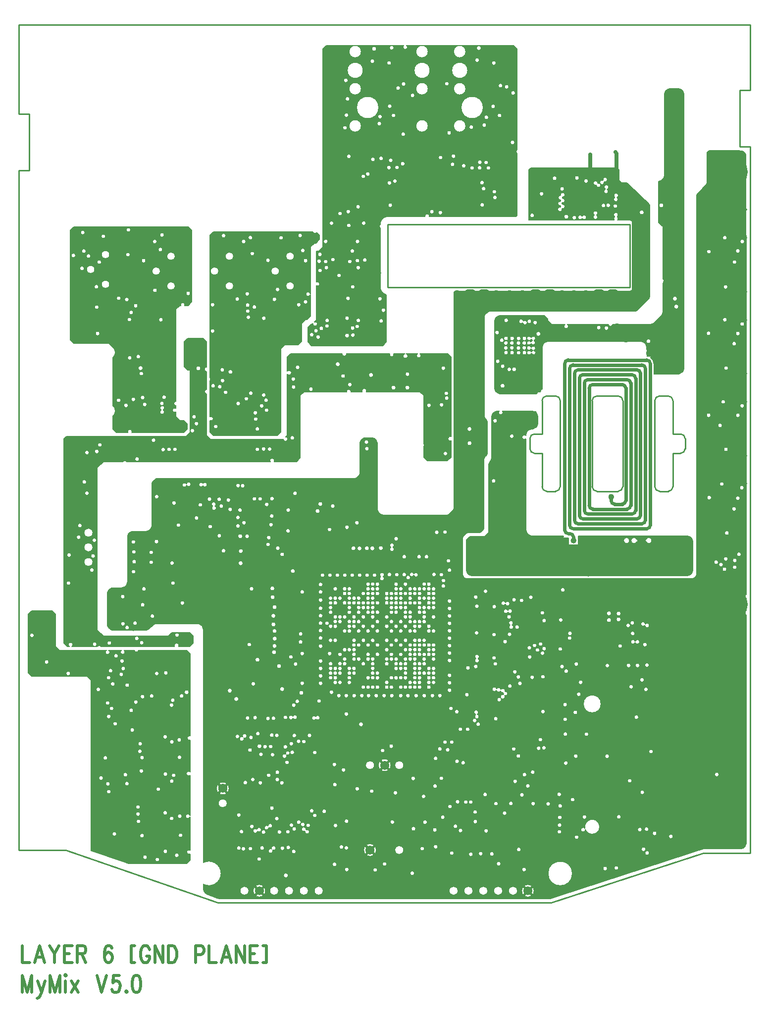
<source format=gbr>
*
*
G04 PADS Layout (Build Number 2006.45.1) generated Gerber (RS-274-X) file*
G04 PC Version=2.1*
*
%IN "MyMix V5.0_01.pcb"*%
*
%MOIN*%
*
%FSLAX35Y35*%
*
*
*
*
G04 PC Standard Apertures*
*
*
G04 Thermal Relief Aperture macro.*
%AMTER*
1,1,$1,0,0*
1,0,$1-$2,0,0*
21,0,$3,$4,0,0,45*
21,0,$3,$4,0,0,135*
%
*
*
G04 Annular Aperture macro.*
%AMANN*
1,1,$1,0,0*
1,0,$2,0,0*
%
*
*
G04 Odd Aperture macro.*
%AMODD*
1,1,$1,0,0*
1,0,$1-0.005,0,0*
%
*
*
G04 PC Custom Aperture Macros*
*
*
*
*
*
*
G04 PC Aperture Table*
*
%ADD010C,0.01*%
%ADD012C,0.015*%
%ADD013C,0.005*%
%ADD030C,0.02*%
%ADD037C,0.04*%
%ADD041C,0.025*%
%ADD051C,0.03*%
%ADD053C,0.019*%
%ADD058C,0.2*%
%ADD069C,0.062*%
%ADD085C,0.098*%
%ADD088C,0.06*%
%ADD106C,0.024*%
%ADD152C,0.061*%
%ADD158C,0.002*%
%ADD184C,0.038*%
*
*
*
*
G04 PC Copper Outlines (0)*
G04 Layer Name MyMix V5.0_01.pcb - dark (0)*
%LPD*%
*
*
G04 PC Area=ANP002466*
G75*
G36*
G01*
X315038Y312236D02*
Y367484D01*
X312684Y369838D01*
X280509D01*
G02*
X277477I-1516J322D01*
G01*
X270705D01*
G02*
X268871I-917J-1250D01*
G01*
X260328D01*
G02*
X258788I-770J-1345D01*
G01*
X227184D01*
X224538Y372484D01*
Y393984D01*
X222184Y396338D01*
X208392D01*
X206038Y393984D01*
Y354692D01*
X208392Y352338D01*
X245892D01*
X248538Y349692D01*
Y235088D01*
X273818Y226338D01*
X312684D01*
X315038Y228692D01*
Y232732D01*
G02*
Y235444I-750J1356D01*
G01*
Y257642D01*
G02*
Y258700I-1457J529D01*
G01*
Y285590D01*
G02*
Y288056I-939J1233D01*
G01*
Y309254D01*
G02*
Y312236I-422J1491D01*
G37*
G74*
*
*
G04 PC Area=ANP002411*
G75*
G36*
G01*
X490800Y513586D02*
Y566983D01*
X488382Y569338D01*
X469963D01*
G02*
X468319I-822J-1314D01*
G01*
X460654D01*
G02*
X459522I-566J-1550D01*
G01*
X452304D01*
G02*
X449412I-1446J-559D01*
G01*
X420500D01*
G02*
X417416I-1542J-161D01*
G01*
X382892D01*
X380538Y566984D01*
Y557665D01*
G02*
Y555511I1250J-1077D01*
G01*
Y514484D01*
X379527Y513474D01*
G02*
X377770Y511838I-210J-1536D01*
G01*
X328684D01*
X326038Y514484D01*
Y542304D01*
G02*
Y545312I376J1504D01*
G01*
Y551650D01*
G02*
Y552938I1410J644D01*
G01*
Y557377D01*
G02*
Y560459I169J1541D01*
G01*
Y577484D01*
X323684Y579838D01*
X313392D01*
X311038Y577484D01*
Y560692D01*
X313392Y558338D01*
X315038D01*
Y516484D01*
X312392Y513838D01*
X231892D01*
X230038Y511984D01*
Y374692D01*
X232392Y372338D01*
X233800D01*
G02*
X235492I846J1299D01*
G01*
X250657D01*
G02*
X251073I208J1536D01*
G01*
X252541D01*
G02*
X255283I1371J-724D01*
G01*
X304553D01*
G02*
X307481I1464J762D01*
G01*
X314684D01*
X317038Y374692D01*
Y379484D01*
X314684Y381838D01*
X302892D01*
X300392Y379338D01*
X279463D01*
G02*
X278979I-242J-1531D01*
G01*
X256684D01*
X252538Y383484D01*
Y492692D01*
X256684Y496838D01*
X269867D01*
G02*
X272415I1274J-883D01*
G01*
X369030D01*
G02*
X371742I1356J750D01*
G01*
X386684D01*
X389038Y499192D01*
Y541192D01*
X391684Y543838D01*
X420376D01*
G02*
X423474I1549J56D01*
G01*
X430969D01*
G02*
X433765I1398J670D01*
G01*
X469892D01*
X472538Y541192D01*
Y508750D01*
G02*
Y507027I-1289J-862D01*
G01*
Y499692D01*
X474892Y497338D01*
X488262D01*
X490800Y499697D01*
Y510738D01*
G02*
Y513586I-612J1424D01*
G37*
G74*
*
*
G04 PC Area=ANP002538*
G75*
G36*
G01*
X316038Y604192D02*
Y652484D01*
X313684Y654838D01*
X236892D01*
X234538Y652484D01*
Y578692D01*
X236892Y576338D01*
X260392D01*
X262370Y574359D01*
G02*
X263038Y566584I-2093J-4096D01*
G01*
Y534572D01*
G02*
Y527214I-2761J-3679D01*
G01*
Y518692D01*
X265392Y516338D01*
X273259D01*
G02*
X275971I1356J750D01*
G01*
X310684D01*
X313038Y518692D01*
Y521984D01*
X310684Y524338D01*
X308184D01*
X305538Y526984D01*
Y530127D01*
G02*
Y532709I-858J1291D01*
G01*
Y534245D01*
G02*
Y537331I150J1543D01*
G01*
Y599192D01*
X308184Y601838D01*
X308690D01*
G02*
X311638I1474J479D01*
G01*
X313684D01*
X316038Y604192D01*
G37*
G74*
*
*
G04 PC Area=ANP006111*
G75*
G36*
G01*
X689376Y407512D02*
Y613883D01*
X689296Y684686D01*
G02*
X689280Y698734I-8796J7014D01*
G01*
X689275Y703025D01*
X688874Y703992D01*
X687419Y705447D01*
X686459Y705848D01*
X686210Y705850D01*
X685126D01*
G02*
X684910Y705858I0J2750D01*
G01*
X664389Y705992D01*
X663027Y704639D01*
Y684052D01*
X662550Y682899D01*
X656408Y676758D01*
X656007Y675789D01*
Y420558D01*
X655518Y419394D01*
X654570Y418465D01*
X653429Y417999D01*
X502439D01*
X502293Y417991D01*
X501251Y417879D01*
X499900Y418371D01*
X499491Y418797D01*
X499154Y419316D01*
X498656Y420554D01*
X498538Y421162D01*
Y445666D01*
X499015Y446819D01*
X500707Y448511D01*
X501860Y448988D01*
X509914D01*
X510883Y449389D01*
X512434Y450940D01*
X512835Y451909D01*
Y497889D01*
X512967Y498530D01*
X513520Y499821D01*
X513893Y500358D01*
X514390Y500831D01*
X514706Y501285D01*
X515219Y502483D01*
X515330Y503024D01*
Y522965D01*
X515209Y523528D01*
X514535Y525031D01*
X514335Y525208D01*
X513931Y525758D01*
X513334Y527088D01*
X513191Y527755D01*
Y594566D01*
X513668Y595719D01*
X515360Y597411D01*
X516513Y597888D01*
X614162D01*
X614688Y597993D01*
X615859Y598478D01*
X616305Y598775D01*
X623772Y606242D01*
X624069Y606688D01*
X624554Y607859D01*
X624659Y608385D01*
Y657994D01*
X624650D01*
Y668901D01*
X624220Y669898D01*
X609397Y683883D01*
X608456Y684257D01*
X605496D01*
X603850Y685903D01*
Y692896D01*
X602496Y694250D01*
X544504D01*
X543150Y692896D01*
Y659250D01*
X600645D01*
G02*
X600985Y661563I1177J1009D01*
X602659I837J1305D01*
X602999Y659250I-837J-1304D01*
G01*
X611200D01*
G02*
X613950Y656500I0J-2750D01*
G01*
Y614173D01*
G02*
X611200Y611423I-2750J0D01*
G01*
X493098D01*
X492789Y610713D01*
Y465184D01*
X492298Y464018D01*
X489516Y461302D01*
X488377Y460838D01*
X445097D01*
X444475Y460962D01*
X443213Y461485D01*
X442685Y461837D01*
X442037Y462485D01*
X441685Y463013D01*
X441162Y464275D01*
X441038Y464897D01*
Y509229D01*
X440933Y509755D01*
X440448Y510926D01*
X440151Y511372D01*
X439572Y511951D01*
X439126Y512248D01*
X437955Y512733D01*
X437429Y512838D01*
X433147D01*
X432621Y512733D01*
X431450Y512248D01*
X431004Y511951D01*
X430425Y511372D01*
X430128Y510926D01*
X429643Y509755D01*
X429538Y509229D01*
Y489397D01*
X429414Y488775D01*
X428891Y487513D01*
X428539Y486985D01*
X427891Y486337D01*
X427363Y485985D01*
X426101Y485462D01*
X425479Y485338D01*
X293147D01*
X292621Y485233D01*
X291450Y484748D01*
X291004Y484451D01*
X290425Y483872D01*
X290128Y483426D01*
X289643Y482255D01*
X289538Y481729D01*
Y453897D01*
X289414Y453275D01*
X288891Y452013D01*
X288539Y451485D01*
X287891Y450837D01*
X287363Y450485D01*
X286101Y449962D01*
X285479Y449838D01*
X276647D01*
X276121Y449733D01*
X274950Y449248D01*
X274504Y448951D01*
X273925Y448372D01*
X273628Y447926D01*
X273143Y446755D01*
X273038Y446229D01*
Y415897D01*
X272914Y415275D01*
X272391Y414013D01*
X272039Y413485D01*
X271391Y412837D01*
X270863Y412485D01*
X269601Y411962D01*
X268979Y411838D01*
X263147D01*
X262621Y411733D01*
X261450Y411248D01*
X261004Y410951D01*
X260425Y410372D01*
X260128Y409926D01*
X259643Y408755D01*
X259538Y408229D01*
Y386947D01*
X259643Y386421D01*
X260128Y385250D01*
X260425Y384804D01*
X261004Y384225D01*
X261450Y383928D01*
X262621Y383443D01*
X263147Y383338D01*
X285429D01*
X285955Y383443D01*
X287126Y383928D01*
X287572Y384225D01*
X290185Y386839D01*
X290713Y387191D01*
X291975Y387714D01*
X292597Y387838D01*
X319979D01*
X320601Y387714D01*
X321863Y387191D01*
X322391Y386839D01*
X323039Y386191D01*
X323391Y385663D01*
X323914Y384401D01*
X324038Y383779D01*
Y227027D01*
G02*
Y212324I3744J-7351D01*
G01*
Y209315D01*
X324099Y208909D01*
X324391Y207967D01*
X324569Y207598D01*
X325012Y206949D01*
X325292Y206649D01*
X326064Y206035D01*
X326420Y205831D01*
X333646Y203015D01*
X333767Y202975D01*
X334068Y202889D01*
X334192Y202859D01*
X334493Y202803D01*
X334620Y202785D01*
X334931Y202756D01*
X335058Y202750D01*
X557210D01*
X557318Y202754D01*
X557583Y202775D01*
X557691Y202788D01*
X557950Y202829D01*
X558057Y202851D01*
X558315Y202913D01*
X558419Y202943D01*
X659775Y236079D01*
G02*
X660630Y236215I855J-2614D01*
G01*
X684094D01*
X685768D01*
X686293Y236320D01*
X687464Y236805D01*
X687910Y237102D01*
X688489Y237681D01*
X688786Y238127D01*
X689271Y239298D01*
X689376Y239823D01*
Y393688D01*
G02*
Y407512I-8876J6912D01*
G37*
G74*
*
*
G04 PC Area=ANP002594*
G75*
G36*
G01*
X402038Y646192D02*
Y648984D01*
X400361Y650662D01*
G02*
X397744Y651338I-1118J1073D01*
G01*
X330892D01*
X328538Y648984D01*
Y553396D01*
G02*
Y551192I-1090J-1102D01*
G01*
Y526937D01*
G02*
Y524249I773J-1344D01*
G01*
Y516692D01*
X330892Y514338D01*
X373684D01*
X376038Y516692D01*
Y572692D01*
X378684Y575338D01*
X387684D01*
X390038Y577692D01*
Y589692D01*
X392684Y592338D01*
X393684D01*
X396038Y594692D01*
Y609059D01*
G02*
Y609741I-1512J341D01*
G01*
Y641192D01*
X398684Y643838D01*
X399684D01*
X402038Y646192D01*
G37*
G74*
*
*
G04 PC Area=ANP002654*
G75*
G36*
G01*
X535038Y706603D02*
Y774484D01*
X532684Y776838D01*
X460887D01*
G02*
X458947I-970J-1209D01*
G01*
X406892D01*
X404538Y774484D01*
Y640984D01*
X401892Y638338D01*
X400038D01*
Y617521D01*
G02*
Y614983I890J-1269D01*
G01*
Y591984D01*
X398903Y590849D01*
G02*
X397767Y589713I369J-1505D01*
G01*
X397392Y589338D01*
X396892D01*
X394538Y586984D01*
Y577192D01*
X396892Y574838D01*
X444684D01*
X447038Y577192D01*
Y609077D01*
G02*
X443050Y614173I1262J5096D01*
G01*
Y654027D01*
G02*
Y656477I950J1225D01*
G01*
Y656500D01*
G02*
X448300Y661750I5250J0D01*
G01*
X473228D01*
G02*
X476292I1532J237D01*
G01*
X534596D01*
X535038Y662192D01*
Y704321D01*
G02*
Y706603I1049J1141D01*
G37*
G74*
*
*
G04 PC Area=ANP002013*
G75*
G36*
G01*
X653538Y423373D02*
Y443503D01*
X652844Y445179D01*
X651879Y446144D01*
X650203Y446838D01*
X576631D01*
Y446331D01*
G02*
X580763Y445553I1632J-2694D01*
Y441721I2500J-1916D01*
X576631Y440943I-2500J1916D01*
G01*
Y440804D01*
G02*
X576381Y440554I-250J0D01*
G01*
X573909D01*
G02*
X572621I-644J3084D01*
G01*
X570079D01*
G02*
X569829Y440804I-0J250D01*
G01*
Y440904D01*
G02*
X566417Y446189I-1566J2733D01*
G01*
Y446838D01*
X544774D01*
X542914Y447608D01*
X541808Y448714D01*
X541038Y450574D01*
Y512013D01*
G02*
Y514457I-953J1222D01*
G01*
Y515102D01*
X541808Y516962D01*
X542914Y518068D01*
X544774Y518838D01*
X545703D01*
X547379Y519532D01*
X548344Y520497D01*
X549038Y522173D01*
Y527503D01*
X548344Y529179D01*
X547379Y530144D01*
X545703Y530838D01*
X525343D01*
G02*
X523067I-1138J-1052D01*
G01*
X521571D01*
X519859Y530107D01*
X518746Y528944D01*
X518088Y527305D01*
Y499000D01*
X517370Y497195D01*
X516715Y496501D01*
X516068Y494873D01*
Y448876D01*
X513422Y446230D01*
X503392D01*
X501038Y443876D01*
Y423373D01*
X501732Y421697D01*
X502697Y420732D01*
X504373Y420038D01*
X650203D01*
X651879Y420732D01*
X652844Y421697D01*
X653538Y423373D01*
G37*
G74*
*
*
G04 PC Area=ANP001961*
G75*
G36*
G01*
X647538Y559173D02*
Y744503D01*
X646844Y746179D01*
X645879Y747144D01*
X644203Y747838D01*
X637873D01*
X636197Y747144D01*
X635232Y746179D01*
X634538Y744503D01*
Y689074D01*
X633768Y687214D01*
X632655Y686102D01*
X630813Y685332D01*
X630387Y685329D01*
Y657640D01*
X632741Y655286D01*
X633477D01*
Y619812D01*
G02*
Y616944I-816J-1434D01*
G01*
Y597317D01*
X632707Y595457D01*
X627090Y589840D01*
X625230Y589070D01*
X599653D01*
G02*
X596585I-1534J224D01*
G01*
X569211D01*
G02*
X567377I-917J-1250D01*
G01*
X558532D01*
X555886Y591716D01*
Y592658D01*
X553532Y595012D01*
X523521D01*
X521886Y594358D01*
X520962Y593478D01*
X520227Y591762D01*
Y583824D01*
G02*
Y583394I1535J-215D01*
G01*
Y545707D01*
X520959Y543995D01*
X522004Y542995D01*
X523642Y542338D01*
X548148D01*
G02*
X551930Y545510I7017J-4526D01*
G01*
X552050Y545775D01*
Y574137D01*
X552774Y575949D01*
X553792Y577020D01*
X555698Y577838D01*
X618802D01*
X620662Y577068D01*
X621768Y575962D01*
X622538Y574102D01*
Y572446D01*
G02*
X625215Y566747I1425J-2809D01*
X627363Y562719I-2702J-4028D01*
G01*
Y555838D01*
X644203D01*
X645879Y556532D01*
X646844Y557497D01*
X647538Y559173D01*
G37*
G74*
*
*
G04 PC Void Outlines (0)*
G04 Layer Name MyMix V5.0_01.pcb - clear (0)*
%LPC*%
*
*
G04 PC Area=ANP002466*
G75*
G36*
G01*
X312788Y339938D02*
G03*
X312788I0J1650D01*
G37*
G74*
*
G75*
G36*
G01*
X306129Y230334D02*
G03*
X306129I0J1550D01*
G37*
G74*
*
G75*
G36*
G01*
X308686Y243754D02*
G03*
X308686I0J1550D01*
G37*
G74*
*
G75*
G36*
G01*
X308199Y256621D02*
G03*
X308199I0J1550D01*
G37*
G74*
*
G75*
G36*
G01*
X308016Y296214D02*
G03*
X308016I0J1550D01*
G37*
G74*
*
G75*
G36*
G01*
X307785Y307953D02*
G03*
X307785I0J1550D01*
G37*
G74*
*
G75*
G36*
G01*
X309441Y337552D02*
G03*
X309441I0J1550D01*
G37*
G74*
*
G75*
G36*
G01*
X302681Y255098D02*
G03*
X302681I0J1550D01*
G37*
G74*
*
G75*
G36*
G01*
X302802Y280217D02*
G03*
X302802I0J1550D01*
G37*
G74*
*
G75*
G36*
G01*
X304059Y284150D02*
G03*
X304059I0J1550D01*
G37*
G74*
*
G75*
G36*
G01*
X302803Y306633D02*
G03*
X302803I0J1550D01*
G37*
G74*
*
G75*
G36*
G01*
X302621Y331351D02*
G03*
X302621I0J1550D01*
G37*
G74*
*
G75*
G36*
G01*
X303438Y334654D02*
G03*
X303438I0J1550D01*
G37*
G74*
*
G75*
G36*
G01*
X298433Y232959D02*
G03*
X298433I-0J1550D01*
G37*
G74*
*
G75*
G36*
G01*
X298358Y258883D02*
G03*
X298358I-0J1550D01*
G37*
G74*
*
G75*
G36*
G01*
X298521Y284989D02*
G03*
X298521I-0J1550D01*
G37*
G74*
*
G75*
G36*
G01*
X298349Y310007D02*
G03*
X298349I-0J1550D01*
G37*
G74*
*
G75*
G36*
G01*
X298788Y353038D02*
G03*
X298788I0J1550D01*
G37*
G74*
*
G75*
G36*
G01*
X293089Y227436D02*
G03*
X293089I0J1550D01*
G37*
G74*
*
G75*
G36*
G01*
X293745Y274782D02*
G03*
X293745I0J1550D01*
G37*
G74*
*
G75*
G36*
G01*
X292636Y352639D02*
G03*
X292636I0J1550D01*
G37*
G74*
*
G75*
G36*
G01*
X289261Y337519D02*
G03*
X289261I-0J1550D01*
G37*
G74*
*
G75*
G36*
G01*
X284788Y229038D02*
G03*
X284788I0J1550D01*
G37*
G74*
*
G75*
G36*
G01*
X282788Y243538D02*
G03*
X282788I0J1550D01*
G37*
G74*
*
G75*
G36*
G01*
X280379Y253169D02*
G03*
X280379I0J1550D01*
G37*
G74*
*
G75*
G36*
G01*
X280049Y258070D02*
G03*
X280049I0J1550D01*
G37*
G74*
*
G75*
G36*
G01*
Y262831D02*
G03*
X280049I0J1550D01*
G37*
G74*
*
G75*
G36*
G01*
X282288Y287038D02*
G03*
X282288I0J1550D01*
G37*
G74*
*
G75*
G36*
G01*
X282788Y296038D02*
G03*
X282788I0J1550D01*
G37*
G74*
*
G75*
G36*
G01*
X281291Y300295D02*
G03*
X281291I0J1550D01*
G37*
G74*
*
G75*
G36*
G01*
X281538Y305361D02*
G03*
X281538I0J1550D01*
G37*
G74*
*
G75*
G36*
G01*
X283116Y337088D02*
G03*
X283116I0J1550D01*
G37*
G74*
*
G75*
G36*
G01*
X276232Y314633D02*
G03*
X276232I0J1550D01*
G37*
G74*
*
G75*
G36*
G01*
X278600Y333412D02*
G03*
X278600I0J1550D01*
G37*
G74*
*
G75*
G36*
G01*
X272611Y278526D02*
G03*
X272611I0J1550D01*
G37*
G74*
*
G75*
G36*
G01*
X275496Y327823D02*
G03*
X275496I0J1550D01*
G37*
G74*
*
G75*
G36*
G01*
X271563Y284564D02*
G03*
X271563I0J1550D01*
G37*
G74*
*
G75*
G36*
G01*
X272805Y344796D02*
G03*
X272805I0J1550D01*
G37*
G74*
*
G75*
G36*
G01*
X268815Y352071D02*
G03*
X268815I0J1550D01*
G37*
G74*
*
G75*
G36*
G01*
X270108Y355979D02*
G03*
X270108I0J1550D01*
G37*
G74*
*
G75*
G36*
G01*
X269288Y361038D02*
G03*
X269288I0J1550D01*
G37*
G74*
*
G75*
G36*
G01*
X264158Y244712D02*
G03*
X264158I-0J1550D01*
G37*
G74*
*
G75*
G36*
G01*
X264694Y318829D02*
G03*
X264694I0J1550D01*
G37*
G74*
*
G75*
G36*
G01*
X260386Y273180D02*
G03*
X260386I0J1550D01*
G37*
G74*
*
G75*
G36*
G01*
X259810Y278405D02*
G03*
X259810I0J1550D01*
G37*
G74*
*
G75*
G36*
G01*
X255211Y282287D02*
G03*
X255211I0J1550D01*
G37*
G74*
*
G75*
G36*
G01*
X258080Y295857D02*
G03*
X258080I0J1550D01*
G37*
G74*
*
G75*
G36*
G01*
X260386Y323684D02*
G03*
X260386I0J1550D01*
G37*
G74*
*
G75*
G36*
G01*
X262281Y329109D02*
G03*
X262281I0J1550D01*
G37*
G74*
*
G75*
G36*
G01*
X263077Y345623D02*
G03*
X263077I0J1550D01*
G37*
G74*
*
G75*
G36*
G01*
X265288Y364538D02*
G03*
X265288I0J1550D01*
G37*
G74*
*
G75*
G36*
G01*
X259558Y332791D02*
G03*
X259558I0J1550D01*
G37*
G74*
*
G75*
G36*
G01*
X260262Y349764D02*
G03*
X260262I0J1550D01*
G37*
G74*
*
G75*
G36*
G01*
X261628Y354524D02*
G03*
X261628I0J1550D01*
G37*
G74*
*
G75*
G36*
G01*
X253348Y341898D02*
G03*
X253348I0J1550D01*
G37*
G74*
*
G75*
G36*
G01*
X233087Y352680D02*
G03*
X233087I0J1550D01*
G37*
G74*
*
G75*
G36*
G01*
X218542Y360393D02*
G03*
X218542I0J1550D01*
G37*
G74*
*
G75*
G36*
G01*
X208640Y378327D02*
G03*
X208640I0J1550D01*
G37*
G74*
*
*
G04 PC Area=ANP002411*
G75*
G36*
G01*
X487010Y500635D02*
G03*
X487010I0J1550D01*
G37*
G74*
*
G75*
G36*
G01*
X487888Y537938D02*
G03*
X487888I0J1550D01*
G37*
G74*
*
G75*
G36*
G01*
X487592Y541097D02*
G03*
X487592I0J1550D01*
G37*
G74*
*
G75*
G36*
G01*
X484384Y533412D02*
G03*
X484384I0J1550D01*
G37*
G74*
*
G75*
G36*
G01*
X485588Y558038D02*
G03*
X485588I0J1550D01*
G37*
G74*
*
G75*
G36*
G01*
X475914Y533096D02*
G03*
X475914I0J1550D01*
G37*
G74*
*
G75*
G36*
G01*
X461389Y544919D02*
G03*
X461389I0J1650D01*
G37*
G74*
*
G75*
G36*
G01*
X461482Y554083D02*
G03*
X461482I0J1550D01*
G37*
G74*
*
G75*
G36*
G01*
X452060Y544919D02*
G03*
X452060I0J1650D01*
G37*
G74*
*
G75*
G36*
G01*
X436925Y553417D02*
G03*
X436925I0J1650D01*
G37*
G74*
*
G75*
G36*
G01*
X422660Y547018D02*
G03*
X422660I0J1550D01*
G37*
G74*
*
G75*
G36*
G01*
X418140Y552809D02*
G03*
X418140I0J1550D01*
G37*
G74*
*
G75*
G36*
G01*
X414551Y560662D02*
G03*
X414551I0J1650D01*
G37*
G74*
*
G75*
G36*
G01*
X396441Y543953D02*
G03*
X396441I0J1550D01*
G37*
G74*
*
G75*
G36*
G01*
X383955Y511210D02*
G03*
X383955I0J1550D01*
G37*
G74*
*
G75*
G36*
G01*
X384792Y545371D02*
G03*
X384792I0J1550D01*
G37*
G74*
*
G75*
G36*
G01*
X384576Y550744D02*
G03*
X384576I0J1550D01*
G37*
G74*
*
G75*
G36*
G01*
X387474Y558609D02*
G03*
X387474I0J1550D01*
G37*
G74*
*
G75*
G36*
G01*
X368700Y503624D02*
G03*
X368700I0J1550D01*
G37*
G74*
*
G75*
G36*
G01*
X364600Y503690D02*
G03*
X364600I0J1550D01*
G37*
G74*
*
G75*
G36*
G01*
X360403Y503510D02*
G03*
X360403I0J1550D01*
G37*
G74*
*
G75*
G36*
G01*
X306336Y378534D02*
G03*
X306336I0J1550D01*
G37*
G74*
*
G75*
G36*
G01*
X282533Y373359D02*
G03*
X282533I0J1550D01*
G37*
G74*
*
G75*
G36*
G01*
X316701Y516007D02*
G03*
X316701I0J1550D01*
G37*
G74*
*
G75*
G36*
G01*
X319376Y520731D02*
G03*
X319376I0J1550D01*
G37*
G74*
*
G75*
G36*
G01*
X317791Y525368D02*
G03*
X317791I0J1550D01*
G37*
G74*
*
G75*
G36*
G01*
X320685Y557909D02*
G03*
X320685I0J1650D01*
G37*
G74*
*
G75*
G36*
G01*
X304900Y503491D02*
G03*
X304900I0J1550D01*
G37*
G74*
*
G75*
G36*
G01*
X301000Y503425D02*
G03*
X301000I0J1550D01*
G37*
G74*
*
G75*
G36*
G01*
X297000Y503277D02*
G03*
X297000I0J1550D01*
G37*
G74*
*
G75*
G36*
G01*
X290531Y509591D02*
G03*
X290531I-0J1550D01*
G37*
G74*
*
G75*
G36*
G01*
X279428Y496928D02*
G03*
X279428I0J1550D01*
G37*
G74*
*
G75*
G36*
G01*
X249002Y422207D02*
G03*
X249002I0J1550D01*
G37*
G74*
*
G75*
G36*
G01*
X246685Y426190D02*
G03*
X246685I0J3050D01*
G37*
G74*
*
G75*
G36*
G01*
X249830Y431729D02*
G03*
X249830I0J1550D01*
G37*
G74*
*
G75*
G36*
G01*
X246685Y436033D02*
G03*
X246685I0J3050D01*
G37*
G74*
*
G75*
G36*
G01*
X250658Y442285D02*
G03*
X250658I0J1550D01*
G37*
G74*
*
G75*
G36*
G01*
X252288Y502038D02*
G03*
X252288I0J1550D01*
G37*
G74*
*
G75*
G36*
G01*
X254383Y506450D02*
G03*
X254383I0J1550D01*
G37*
G74*
*
G75*
G36*
G01*
X246685Y445875D02*
G03*
X246685I0J3051D01*
G37*
G74*
*
G75*
G36*
G01*
X245690Y473953D02*
G03*
X245690I0J1550D01*
G37*
G74*
*
G75*
G36*
G01*
X240101Y444355D02*
G03*
X240101I0J1550D01*
G37*
G74*
*
G75*
G36*
G01*
X240929Y452220D02*
G03*
X240929I0J1550D01*
G37*
G74*
*
G75*
G36*
G01*
X243878Y481509D02*
G03*
X243878I0J1550D01*
G37*
G74*
*
G75*
G36*
G01*
X245690Y501275D02*
G03*
X245690I0J1550D01*
G37*
G74*
*
G75*
G36*
G01*
X233271Y413514D02*
G03*
X233271I0J1550D01*
G37*
G74*
*
G75*
G36*
G01*
X233685Y432350D02*
G03*
X233685I0J1550D01*
G37*
G74*
*
G75*
G36*
G01*
X260800Y373152D02*
G03*
X260800I0J1550D01*
G37*
G74*
*
*
G04 PC Area=ANP002538*
G75*
G36*
G01*
X313827Y608450D02*
G03*
X313827I0J1550D01*
G37*
G74*
*
G75*
G36*
G01*
X302300Y612159D02*
G03*
X302300I0J2800D01*
G37*
G74*
*
G75*
G36*
G01*
Y632159D02*
G03*
X302300I0J2800D01*
G37*
G74*
*
G75*
G36*
G01*
X296594Y534424D02*
G02*
X297021Y531473I-206J-1536D01*
X295669Y531515I-719J-1373D01*
X295936Y534371I719J1373D01*
X296594Y534424I206J1536D01*
G37*
G74*
*
G75*
G36*
G01*
X297643Y538532D02*
G03*
X297643I0J1550D01*
G37*
G74*
*
G75*
G36*
G01*
X295440Y590668D02*
G03*
X295440I0J1550D01*
G37*
G74*
*
G75*
G36*
G01*
X291473Y610464D02*
G03*
X291473I0J1550D01*
G37*
G74*
*
G75*
G36*
G01*
X292300Y622159D02*
G03*
X292300I0J2800D01*
G37*
G74*
*
G75*
G36*
G01*
X295131Y637890D02*
G03*
X295131I0J1550D01*
G37*
G74*
*
G75*
G36*
G01*
X296205Y647763D02*
G03*
X296205I0J1550D01*
G37*
G74*
*
G75*
G36*
G01*
X291323Y643275D02*
G03*
X291323I0J1550D01*
G37*
G74*
*
G75*
G36*
G01*
X284581Y533668D02*
G03*
X284581I0J1550D01*
G37*
G74*
*
G75*
G36*
G01*
X283154Y538325D02*
G03*
X283154I0J1550D01*
G37*
G74*
*
G75*
G36*
G01*
X282326Y554470D02*
G03*
X282326I0J1550D01*
G37*
G74*
*
G75*
G36*
G01*
X281777Y558009D02*
G03*
X281777I0J1650D01*
G37*
G74*
*
G75*
G36*
G01*
X283837Y630455D02*
G03*
X283837I0J1550D01*
G37*
G74*
*
G75*
G36*
G01*
X280256Y565854D02*
G03*
X280256I0J1550D01*
G37*
G74*
*
G75*
G36*
G01*
X276945Y537083D02*
G03*
X276945I0J1550D01*
G37*
G74*
*
G75*
G36*
G01*
X271952Y533021D02*
G03*
X271952I-0J1550D01*
G37*
G74*
*
G75*
G36*
G01*
X274461Y565026D02*
G03*
X274461I0J1550D01*
G37*
G74*
*
G75*
G36*
G01*
X274289Y590756D02*
G03*
X274289I0J1550D01*
G37*
G74*
*
G75*
G36*
G01*
X275477Y595550D02*
G03*
X275477I0J1550D01*
G37*
G74*
*
G75*
G36*
G01*
X278500Y600117D02*
G03*
X278500I0J1550D01*
G37*
G74*
*
G75*
G36*
G01*
X272500Y604238D02*
G03*
X272500I0J1550D01*
G37*
G74*
*
G75*
G36*
G01*
X273300Y634510D02*
G03*
X273300I0J1550D01*
G37*
G74*
*
G75*
G36*
G01*
X273633Y651131D02*
G03*
X273633I0J1550D01*
G37*
G74*
*
G75*
G36*
G01*
X267009Y536462D02*
G03*
X267009I0J1550D01*
G37*
G74*
*
G75*
G36*
G01*
X267100Y605153D02*
G03*
X267100I0J1550D01*
G37*
G74*
*
G75*
G36*
G01*
X258200Y613259D02*
G03*
X258200I0J2800D01*
G37*
G74*
*
G75*
G36*
G01*
X252860Y581451D02*
G03*
X252860I0J1550D01*
G37*
G74*
*
G75*
G36*
G01*
X252245Y599167D02*
G03*
X252245I0J1550D01*
G37*
G74*
*
G75*
G36*
G01*
X252107Y612839D02*
G03*
X252107I0J1550D01*
G37*
G74*
*
G75*
G36*
G01*
X254000Y629450D02*
G03*
X254000I0J1550D01*
G37*
G74*
*
G75*
G36*
G01*
X258200Y633259D02*
G03*
X258200I0J2800D01*
G37*
G74*
*
G75*
G36*
G01*
X256724Y646844D02*
G03*
X256724I0J1550D01*
G37*
G74*
*
G75*
G36*
G01*
X248200Y623259D02*
G03*
X248200I0J2800D01*
G37*
G74*
*
G75*
G36*
G01*
X246725Y633537D02*
G03*
X246725I0J1550D01*
G37*
G74*
*
G75*
G36*
G01*
X242378Y625258D02*
G03*
X242378I0J1550D01*
G37*
G74*
*
G75*
G36*
G01*
X243600Y636860D02*
G03*
X243600I0J1550D01*
G37*
G74*
*
G75*
G36*
G01*
X242864Y649363D02*
G03*
X242864I0J1550D01*
G37*
G74*
*
G75*
G36*
G01*
X236583Y633951D02*
G03*
X236583I0J1550D01*
G37*
G74*
*
*
G04 PC Area=ANP006111*
G75*
G36*
G01*
X669651Y284677D02*
G03*
X669651I0J1550D01*
G37*
G74*
*
G75*
G36*
G01*
X681793Y424141D02*
G03*
X681793I0J1550D01*
G37*
G74*
*
G75*
G36*
G01*
Y428718D02*
G03*
X681793I0J1550D01*
G37*
G74*
*
G75*
G36*
G01*
X684598Y432852D02*
G03*
X684598I-0J1550D01*
G37*
G74*
*
G75*
G36*
G01*
X681299Y463350D02*
G03*
X681299I0J1550D01*
G37*
G74*
*
G75*
G36*
G01*
X683863Y470567D02*
G03*
X683863I0J1550D01*
G37*
G74*
*
G75*
G36*
G01*
X686561Y477639D02*
G03*
X686561I0J1550D01*
G37*
G74*
*
G75*
G36*
G01*
X683863Y526395D02*
G03*
X683863I0J1550D01*
G37*
G74*
*
G75*
G36*
G01*
X686752Y532740D02*
G03*
X686752I0J1550D01*
G37*
G74*
*
G75*
G36*
G01*
X681406Y574563D02*
G03*
X681406I0J1550D01*
G37*
G74*
*
G75*
G36*
G01*
X683863Y581433D02*
G03*
X683863I0J1550D01*
G37*
G74*
*
G75*
G36*
G01*
X686818Y587789D02*
G03*
X686818I0J1550D01*
G37*
G74*
*
G75*
G36*
G01*
X681621Y629472D02*
G03*
X681621I0J1550D01*
G37*
G74*
*
G75*
G36*
G01*
X683863Y636965D02*
G03*
X683863I0J1550D01*
G37*
G74*
*
G75*
G36*
G01*
X686842Y643303D02*
G03*
X686842I0J1550D01*
G37*
G74*
*
G75*
G36*
G01*
X674854Y422812D02*
G03*
X674854I0J1550D01*
G37*
G74*
*
G75*
G36*
G01*
X675739Y429751D02*
G03*
X675739I0J1550D01*
G37*
G74*
*
G75*
G36*
G01*
X676473Y447157D02*
G03*
X676473I0J1550D01*
G37*
G74*
*
G75*
G36*
G01*
X672491Y425913D02*
G03*
X672491I0J1550D01*
G37*
G74*
*
G75*
G36*
G01*
X673041Y480081D02*
G03*
X673041I0J1550D01*
G37*
G74*
*
G75*
G36*
G01*
X675829Y503460D02*
G03*
X675829I0J1550D01*
G37*
G74*
*
G75*
G36*
G01*
X669243Y427537D02*
G03*
X669243I0J1550D01*
G37*
G74*
*
G75*
G36*
G01*
X671861Y519546D02*
G03*
X671861I0J1550D01*
G37*
G74*
*
G75*
G36*
G01*
X674006Y535419D02*
G03*
X674006I0J1550D01*
G37*
G74*
*
G75*
G36*
G01*
X675937Y558154D02*
G03*
X675937I0J1550D01*
G37*
G74*
*
G75*
G36*
G01*
X675079Y590649D02*
G03*
X675079I0J1550D01*
G37*
G74*
*
G75*
G36*
G01*
X675615Y612742D02*
G03*
X675615I0J1550D01*
G37*
G74*
*
G75*
G36*
G01*
X675079Y645880D02*
G03*
X675079I0J1550D01*
G37*
G74*
*
G75*
G36*
G01*
X664598Y470967D02*
G03*
X664598I0J1550D01*
G37*
G74*
*
G75*
G36*
G01*
X664188Y526438D02*
G03*
X664188I-0J1550D01*
G37*
G74*
*
G75*
G36*
G01*
X664135Y581509D02*
G03*
X664135I0J1550D01*
G37*
G74*
*
G75*
G36*
G01*
X664346Y636509D02*
G03*
X664346I-0J1550D01*
G37*
G74*
*
G75*
G36*
G01*
X638748Y243018D02*
G03*
X638748I0J1550D01*
G37*
G74*
*
G75*
G36*
G01*
X627830Y245095D02*
G03*
X627830I0J1550D01*
G37*
G74*
*
G75*
G36*
G01*
X622798Y231876D02*
G03*
X622798I0J1550D01*
G37*
G74*
*
G75*
G36*
G01*
X620377Y234363D02*
G03*
X620377I0J1550D01*
G37*
G74*
*
G75*
G36*
G01*
X622417Y247917D02*
G03*
X622417I0J1550D01*
G37*
G74*
*
G75*
G36*
G01*
X625363Y300151D02*
G03*
X625363I0J1550D01*
G37*
G74*
*
G75*
G36*
G01*
X617872Y247592D02*
G03*
X617872I0J1550D01*
G37*
G74*
*
G75*
G36*
G01*
X619567Y272692D02*
G03*
X619567I0J1550D01*
G37*
G74*
*
G75*
G36*
G01*
X621984Y341949D02*
G03*
X621984I0J1550D01*
G37*
G74*
*
G75*
G36*
G01*
X622696Y358312D02*
G03*
X622696I0J1550D01*
G37*
G74*
*
G75*
G36*
G01*
X619316Y348352D02*
G03*
X619316I0J1550D01*
G37*
G74*
*
G75*
G36*
G01*
X621309Y372063D02*
G03*
X621309I0J1550D01*
G37*
G74*
*
G75*
G36*
G01*
X621567Y387448D02*
G02*
X621267Y386581I1249J-918D01*
X621567Y387448I-1249J918D01*
G37*
G74*
*
G75*
G36*
G01*
X615581Y323273D02*
G03*
X615581I0J1550D01*
G37*
G74*
*
G75*
G36*
G01*
X616288Y358038D02*
G03*
X616288I0J1550D01*
G37*
G74*
*
G75*
G36*
G01*
X611049Y280417D02*
G03*
X611049I0J1550D01*
G37*
G74*
*
G75*
G36*
G01*
X612024Y343727D02*
G03*
X612024I0J1550D01*
G37*
G74*
*
G75*
G36*
G01*
X610288Y358038D02*
G03*
X610288I0J1550D01*
G37*
G74*
*
G75*
G36*
G01*
X614743Y375806D02*
G02*
Y375080I1507J-363D01*
Y375806I-1507J363D01*
G37*
G74*
*
G75*
G36*
G01*
X613065Y379609D02*
G03*
X613065I0J1550D01*
G37*
G74*
*
G75*
G36*
G01*
X610007Y384980D02*
G03*
X610007I0J1550D01*
G37*
G74*
*
G75*
G36*
G01*
X612806Y386702D02*
G03*
X612806I0J1550D01*
G37*
G74*
*
G75*
G36*
G01*
X602104Y221820D02*
G03*
X602104I0J1550D01*
G37*
G74*
*
G75*
G36*
G01*
X603762Y256224D02*
G03*
X603762I0J1550D01*
G37*
G74*
*
G75*
G36*
G01*
X604625Y371094D02*
G03*
X604625I0J1550D01*
G37*
G74*
*
G75*
G36*
G01*
X603583Y388925D02*
G03*
X603583I0J1650D01*
G37*
G74*
*
G75*
G36*
G01*
Y392855D02*
G03*
X603583I0J1650D01*
G37*
G74*
*
G75*
G36*
G01*
X594532Y221438D02*
G03*
X594532I0J1550D01*
G37*
G74*
*
G75*
G36*
G01*
X595838Y296950D02*
G03*
X595838I0J1550D01*
G37*
G74*
*
G75*
G36*
G01*
X596016Y357956D02*
G03*
X596016I0J1550D01*
G37*
G74*
*
G75*
G36*
G01*
X597075Y388434D02*
G03*
X597075I0J1650D01*
G37*
G74*
*
G75*
G36*
G01*
Y392977D02*
G03*
X597075I0J1650D01*
G37*
G74*
*
G75*
G36*
G01*
X580954Y249926D02*
G02*
X581244Y249047I4873J1120D01*
X580954Y249926I-1550J-24D01*
G37*
G74*
*
G75*
G36*
G01*
X580590Y256078D02*
G03*
X580590I0J1550D01*
G37*
G74*
*
G75*
G36*
G01*
X581907Y311801D02*
G03*
X581907I0J1550D01*
G37*
G74*
*
G75*
G36*
G01*
X585827Y327723D02*
G03*
X585827I0J6000D01*
G37*
G74*
*
G75*
G36*
G01*
X575343Y242524D02*
G03*
X575343I0J1550D01*
G37*
G74*
*
G75*
G36*
G01*
X564272Y211384D02*
G03*
X564272I-0J8250D01*
G37*
G74*
*
G75*
G36*
G01*
X572652Y267784D02*
G03*
X572652I0J1550D01*
G37*
G74*
*
G75*
G36*
G01*
X574803Y297087D02*
G03*
X574803I0J1550D01*
G37*
G74*
*
G75*
G36*
G01*
X574480Y326450D02*
G03*
X574480I-0J1550D01*
G37*
G74*
*
G75*
G36*
G01*
X576761Y338651D02*
G03*
X576761I0J1550D01*
G37*
G74*
*
G75*
G36*
G01*
X578051Y346686D02*
G03*
X578051I0J1550D01*
G37*
G74*
*
G75*
G36*
G01*
X575075Y358985D02*
G03*
X575075I0J1550D01*
G37*
G74*
*
G75*
G36*
G01*
X568051Y292339D02*
G03*
X568051I0J1550D01*
G37*
G74*
*
G75*
G36*
G01*
X567736Y311844D02*
G03*
X567736I0J1550D01*
G37*
G74*
*
G75*
G36*
G01*
X567608Y321827D02*
G03*
X567608I0J1550D01*
G37*
G74*
*
G75*
G36*
G01*
X567543Y331745D02*
G03*
X567543I0J1550D01*
G37*
G74*
*
G75*
G36*
G01*
X568303Y354221D02*
G03*
X568303I0J1550D01*
G37*
G74*
*
G75*
G36*
G01*
X570611Y376443D02*
G03*
X570611I0J1550D01*
G37*
G74*
*
G75*
G36*
G01*
X570810Y379618D02*
G03*
X570810I0J1550D01*
G37*
G74*
*
G75*
G36*
G01*
X563766Y246109D02*
G03*
X563766I0J1550D01*
G37*
G74*
*
G75*
G36*
G01*
X563882Y250609D02*
G03*
X563882I0J1550D01*
G37*
G74*
*
G75*
G36*
G01*
X563998Y255808D02*
G03*
X563998I0J1550D01*
G37*
G74*
*
G75*
G36*
G01*
X564230Y263509D02*
G03*
X564230I0J1550D01*
G37*
G74*
*
G75*
G36*
G01*
X563603Y271309D02*
G03*
X563603I0J1550D01*
G37*
G74*
*
G75*
G36*
G01*
X565552Y357299D02*
G03*
X565552I0J1550D01*
G37*
G74*
*
G75*
G36*
G01*
X564329Y369097D02*
G03*
X564329I0J1550D01*
G37*
G74*
*
G75*
G36*
G01*
X564615Y388635D02*
G03*
X564615I0J1550D01*
G37*
G74*
*
G75*
G36*
G01*
X566053Y408890D02*
G03*
X566053I0J1550D01*
G37*
G74*
*
G75*
G36*
G01*
X556200Y264910D02*
G03*
X556200I0J1550D01*
G37*
G74*
*
G75*
G36*
G01*
X553311Y302608D02*
G03*
X553311I0J1550D01*
G37*
G74*
*
G75*
G36*
G01*
X549742Y302333D02*
G03*
X549742I0J1550D01*
G37*
G74*
*
G75*
G36*
G01*
X550913Y308109D02*
G03*
X550913I0J1550D01*
G37*
G74*
*
G75*
G36*
G01*
X552657Y327045D02*
G03*
X552657I0J1550D01*
G37*
G74*
*
G75*
G36*
G01*
Y350455D02*
G03*
X552657I0J1550D01*
G37*
G74*
*
G75*
G36*
G01*
X552360Y366326D02*
G03*
X552360I0J1550D01*
G37*
G74*
*
G75*
G36*
G01*
X553476Y369409D02*
G03*
X553476I0J1550D01*
G37*
G74*
*
G75*
G36*
G01*
X542500Y203750D02*
G03*
X542500I0J4250D01*
G37*
G74*
*
G75*
G36*
G01*
X546100Y265082D02*
G03*
X546100I0J1550D01*
G37*
G74*
*
G75*
G36*
G01*
X548987Y368409D02*
G03*
X548987I0J1550D01*
G37*
G74*
*
G75*
G36*
G01*
X551070Y372476D02*
G03*
X551070I0J1550D01*
G37*
G74*
*
G75*
G36*
G01*
X553476Y388209D02*
G03*
X553476I0J1550D01*
G37*
G74*
*
G75*
G36*
G01*
X552261Y393504D02*
G03*
X552261I0J1550D01*
G37*
G74*
*
G75*
G36*
G01*
X545760Y286270D02*
G03*
X545760I0J1550D01*
G37*
G74*
*
G75*
G36*
G01*
X539965Y220719D02*
G03*
X539965I0J1550D01*
G37*
G74*
*
G75*
G36*
G01*
X542471Y277018D02*
G03*
X542471I0J1550D01*
G37*
G74*
*
G75*
G36*
G01*
X545416Y350058D02*
G03*
X545416I0J1550D01*
G37*
G74*
*
G75*
G36*
G01*
X547003Y371518D02*
G03*
X547003I0J1550D01*
G37*
G74*
*
G75*
G36*
G01*
X543730Y363747D02*
G03*
X543730I0J1550D01*
G37*
G74*
*
G75*
G36*
G01*
X543532Y369897D02*
G03*
X543532I0J1550D01*
G37*
G74*
*
G75*
G36*
G01*
X544524Y403920D02*
G03*
X544524I0J1550D01*
G37*
G74*
*
G75*
G36*
G01*
X532500Y205000D02*
G03*
X532500I0J3000D01*
G37*
G74*
*
G75*
G36*
G01*
X536424Y234236D02*
G03*
X536424I0J1550D01*
G37*
G74*
*
G75*
G36*
G01*
X538531Y270964D02*
G03*
X538531I0J1550D01*
G37*
G74*
*
G75*
G36*
G01*
X540260Y284622D02*
G03*
X540260I0J1550D01*
G37*
G74*
*
G75*
G36*
G01*
X531100Y265196D02*
G03*
X531100I0J1550D01*
G37*
G74*
*
G75*
G36*
G01*
X533942Y280053D02*
G03*
X533942I0J1550D01*
G37*
G74*
*
G75*
G36*
G01*
X536149Y297116D02*
G03*
X536149I0J1550D01*
G37*
G74*
*
G75*
G36*
G01*
X537183Y345991D02*
G03*
X537183I0J1550D01*
G37*
G74*
*
G75*
G36*
G01*
X532992Y301867D02*
G03*
X532992I0J1550D01*
G37*
G74*
*
G75*
G36*
G01*
X536092Y350356D02*
G03*
X536092I0J1550D01*
G37*
G74*
*
G75*
G36*
G01*
X533712Y353728D02*
G03*
X533712I0J1550D01*
G37*
G74*
*
G75*
G36*
G01*
X535235Y383902D02*
G03*
X535235I0J1550D01*
G37*
G74*
*
G75*
G36*
G01*
X538274Y401837D02*
G03*
X538274I0J1550D01*
G37*
G74*
*
G75*
G36*
G01*
X522500Y205000D02*
G03*
X522500I0J3000D01*
G37*
G74*
*
G75*
G36*
G01*
X526812Y258701D02*
G03*
X526812I0J1550D01*
G37*
G74*
*
G75*
G36*
G01*
X522800Y224613D02*
G03*
X522800I0J1550D01*
G37*
G74*
*
G75*
G36*
G01*
X518240Y231238D02*
G03*
X518240I0J1550D01*
G37*
G74*
*
G75*
G36*
G01*
X521000Y265082D02*
G03*
X521000I0J1550D01*
G37*
G74*
*
G75*
G36*
G01*
X520879Y322209D02*
G03*
X520879I0J1550D01*
G37*
G74*
*
G75*
G36*
G01*
X527048Y342191D02*
G02*
X526951Y339233I414J-1494D01*
X524581Y337328I-1373J-718D01*
X524194Y337817I-1384J-698D01*
X526089Y339979I1384J698D01*
X525992Y341187I1373J718D01*
X524076Y342297I-414J1494D01*
X521288Y342836I-1276J880D01*
X521436Y343914I-1364J737D01*
X524302Y343561I1364J-737D01*
X527048Y342191I1276J-880D01*
G37*
G74*
*
G75*
G36*
G01*
X530438Y344206D02*
G03*
X530438I0J1550D01*
G37*
G74*
*
G75*
G36*
G01*
X527165Y374063D02*
G03*
X527165I0J1550D01*
G37*
G74*
*
G75*
G36*
G01*
X530141Y379022D02*
G03*
X530141I0J1550D01*
G37*
G74*
*
G75*
G36*
G01*
X531911Y386870D02*
G02*
X530552Y386773I-580J-1437D01*
X531911Y386870I580J1437D01*
G37*
G74*
*
G75*
G36*
G01*
X529843Y390727D02*
G03*
X529843I0J1550D01*
G37*
G74*
*
G75*
G36*
G01*
X529079Y396672D02*
G02*
X529119Y395520I1458J-526D01*
X529079Y396672I-1458J526D01*
G37*
G74*
*
G75*
G36*
G01*
X533216Y402234D02*
G03*
X533216I0J1550D01*
G37*
G74*
*
G75*
G36*
G01*
X527470Y401908D02*
G02*
X527355Y400799I1381J-703D01*
X527470Y401908I-1381J703D01*
G37*
G74*
*
G75*
G36*
G01*
X520618Y359184D02*
G03*
X520618I0J1550D01*
G37*
G74*
*
G75*
G36*
G01*
X519718Y363109D02*
G03*
X519718I0J1550D01*
G37*
G74*
*
G75*
G36*
G01*
X519775Y378809D02*
G03*
X519775I0J1550D01*
G37*
G74*
*
G75*
G36*
G01*
X519889Y397609D02*
G03*
X519889I0J1550D01*
G37*
G74*
*
G75*
G36*
G01*
X512500Y205000D02*
G03*
X512500I0J3000D01*
G37*
G74*
*
G75*
G36*
G01*
X514429Y246724D02*
G03*
X514429I0J1550D01*
G37*
G74*
*
G75*
G36*
G01*
X510760Y231395D02*
G03*
X510760I0J1550D01*
G37*
G74*
*
G75*
G36*
G01*
X513744Y271238D02*
G03*
X513744I0J1550D01*
G37*
G74*
*
G75*
G36*
G01*
X514000Y407988D02*
G03*
X514000I0J1550D01*
G37*
G74*
*
G75*
G36*
G01*
X502500Y205000D02*
G03*
X502500I0J3000D01*
G37*
G74*
*
G75*
G36*
G01*
X504100Y231013D02*
G03*
X504100I0J1550D01*
G37*
G74*
*
G75*
G36*
G01*
X507118Y253009D02*
G03*
X507118I0J1550D01*
G37*
G74*
*
G75*
G36*
G01*
X507004Y259409D02*
G03*
X507004I0J1550D01*
G37*
G74*
*
G75*
G36*
G01*
X509112Y318515D02*
G03*
X509112I0J1550D01*
G37*
G74*
*
G75*
G36*
G01*
X504113Y266122D02*
G03*
X504113I0J1550D01*
G37*
G74*
*
G75*
G36*
G01*
X508500Y326758D02*
G02*
X507700Y323767I-325J-1516D01*
X507168Y324063I-1007J-1179D01*
X507398Y326583I1007J1179D01*
X508500Y326758I325J1516D01*
G37*
G74*
*
G75*
G36*
G01*
X507437Y357354D02*
G03*
X507437I0J1550D01*
G37*
G74*
*
G75*
G36*
G01*
X507424Y364246D02*
G02*
X509057Y364180I869J1283D01*
X507424Y364246I-869J-1283D01*
G37*
G74*
*
G75*
G36*
G01*
X508008Y379979D02*
G03*
X508008I0J1550D01*
G37*
G74*
*
G75*
G36*
G01*
X508179Y397884D02*
G03*
X508179I0J1550D01*
G37*
G74*
*
G75*
G36*
G01*
X507437Y404038D02*
G03*
X507437I0J1550D01*
G37*
G74*
*
G75*
G36*
G01*
X500728Y266088D02*
G03*
X500728I0J1550D01*
G37*
G74*
*
G75*
G36*
G01*
X497158Y247004D02*
G03*
X497158I0J1550D01*
G37*
G74*
*
G75*
G36*
G01*
X498943Y292586D02*
G03*
X498943I0J1550D01*
G37*
G74*
*
G75*
G36*
G01*
X502000Y315113D02*
G03*
X502000I0J1550D01*
G37*
G74*
*
G75*
G36*
G01*
X501471Y338379D02*
G03*
X501471I-0J1550D01*
G37*
G74*
*
G75*
G36*
G01*
X502169Y356403D02*
G03*
X502169I0J1550D01*
G37*
G74*
*
G75*
G36*
G01*
X492500Y205000D02*
G03*
X492500I0J3000D01*
G37*
G74*
*
G75*
G36*
G01*
X491254Y231764D02*
G03*
X491254I0J1550D01*
G37*
G74*
*
G75*
G36*
G01*
X493726Y249887D02*
G03*
X493726I0J1550D01*
G37*
G74*
*
G75*
G36*
G01*
X495200Y266338D02*
G03*
X495200I0J1550D01*
G37*
G74*
*
G75*
G36*
G01*
X494824Y293547D02*
G03*
X494824I0J1550D01*
G37*
G74*
*
G75*
G36*
G01*
X497100Y315113D02*
G03*
X497100I0J1550D01*
G37*
G74*
*
G75*
G36*
G01*
X619157Y662838D02*
G03*
X619157I0J1650D01*
G37*
G74*
*
G75*
G36*
G01*
X503223Y507501D02*
G03*
X503223I0J1650D01*
G37*
G74*
*
G75*
G36*
G01*
X503206Y517066D02*
G03*
X503206I0J1650D01*
G37*
G74*
*
G75*
G36*
G01*
X494686Y326897D02*
G03*
X494686I0J1550D01*
G37*
G74*
*
G75*
G36*
G01*
X490091Y263111D02*
G03*
X490091I0J1550D01*
G37*
G74*
*
G75*
G36*
G01*
X488533Y301276D02*
G03*
X488533I0J1550D01*
G37*
G74*
*
G75*
G36*
G01*
X491300Y306489D02*
G03*
X491300I0J1550D01*
G37*
G74*
*
G75*
G36*
G01*
X490705Y329106D02*
G03*
X490705I0J1550D01*
G37*
G74*
*
G75*
G36*
G01*
X485213Y255928D02*
G03*
X485213I0J1550D01*
G37*
G74*
*
G75*
G36*
G01*
X484287Y282164D02*
G03*
X484287I0J1550D01*
G37*
G74*
*
G75*
G36*
G01*
X486724Y306452D02*
G03*
X486724I0J1550D01*
G37*
G74*
*
G75*
G36*
G01*
X489782Y341401D02*
G03*
X489782I0J1550D01*
G37*
G74*
*
G75*
G36*
G01*
X489783Y346403D02*
G03*
X489783I0J1550D01*
G37*
G74*
*
G75*
G36*
G01*
Y351403D02*
G03*
X489783I0J1550D01*
G37*
G74*
*
G75*
G36*
G01*
X489770Y361403D02*
G03*
X489770I-0J1550D01*
G37*
G74*
*
G75*
G36*
G01*
X489783Y366403D02*
G03*
X489783I0J1550D01*
G37*
G74*
*
G75*
G36*
G01*
Y371403D02*
G03*
X489783I0J1550D01*
G37*
G74*
*
G75*
G36*
G01*
Y376403D02*
G03*
X489783I0J1550D01*
G37*
G74*
*
G75*
G36*
G01*
Y381403D02*
G03*
X489783I0J1550D01*
G37*
G74*
*
G75*
G36*
G01*
Y386403D02*
G03*
X489783I0J1550D01*
G37*
G74*
*
G75*
G36*
G01*
X489782Y391403D02*
G03*
X489782I-0J1550D01*
G37*
G74*
*
G75*
G36*
G01*
X489783Y396403D02*
G03*
X489783I0J1550D01*
G37*
G74*
*
G75*
G36*
G01*
Y401403D02*
G03*
X489783I0J1550D01*
G37*
G74*
*
G75*
G36*
G01*
X489739Y422211D02*
G03*
X489739I0J1550D01*
G37*
G74*
*
G75*
G36*
G01*
X489088Y428438D02*
G03*
X489088I0J1550D01*
G37*
G74*
*
G75*
G36*
G01*
X480440Y236033D02*
G03*
X480440I0J1550D01*
G37*
G74*
*
G75*
G36*
G01*
X479859Y247416D02*
G03*
X479859I0J1550D01*
G37*
G74*
*
G75*
G36*
G01*
X480040Y276906D02*
G03*
X480040I-0J1551D01*
G37*
G74*
*
G75*
G36*
G01*
X480433Y295512D02*
G03*
X480433I0J1550D01*
G37*
G74*
*
G75*
G36*
G01*
X483237Y301899D02*
G03*
X483237I0J1550D01*
G37*
G74*
*
G75*
G36*
G01*
X483288Y337731D02*
G03*
X483288I0J1550D01*
G37*
G74*
*
G75*
G36*
G01*
X485595Y411538D02*
G03*
X485595I0J1550D01*
G37*
G74*
*
G75*
G36*
G01*
X485695Y415181D02*
G03*
X485695I0J1550D01*
G37*
G74*
*
G75*
G36*
G01*
X484288Y419169D02*
G03*
X484288I0J1550D01*
G37*
G74*
*
G75*
G36*
G01*
X486756Y447834D02*
G03*
X486756I0J1550D01*
G37*
G74*
*
G75*
G36*
G01*
X478288Y337731D02*
G03*
X478288I0J1550D01*
G37*
G74*
*
G75*
G36*
G01*
X479005Y346613D02*
G03*
X479005I0J1550D01*
G37*
G74*
*
G75*
G36*
G01*
Y349762D02*
G03*
X479005I0J1550D01*
G37*
G74*
*
G75*
G36*
G01*
Y352912D02*
G03*
X479005I0J1550D01*
G37*
G74*
*
G75*
G36*
G01*
Y356062D02*
G03*
X479005I0J1550D01*
G37*
G74*
*
G75*
G36*
G01*
Y362361D02*
G03*
X479005I0J1550D01*
G37*
G74*
*
G75*
G36*
G01*
Y365511D02*
G03*
X479005I0J1550D01*
G37*
G74*
*
G75*
G36*
G01*
Y368660D02*
G03*
X479005I0J1550D01*
G37*
G74*
*
G75*
G36*
G01*
Y371810D02*
G03*
X479005I0J1550D01*
G37*
G74*
*
G75*
G36*
G01*
Y381259D02*
G03*
X479005I0J1550D01*
G37*
G74*
*
G75*
G36*
G01*
Y390708D02*
G03*
X479005I0J1550D01*
G37*
G74*
*
G75*
G36*
G01*
Y397007D02*
G03*
X479005I0J1550D01*
G37*
G74*
*
G75*
G36*
G01*
Y400156D02*
G03*
X479005I0J1550D01*
G37*
G74*
*
G75*
G36*
G01*
Y403306D02*
G03*
X479005I0J1550D01*
G37*
G74*
*
G75*
G36*
G01*
Y406456D02*
G03*
X479005I0J1550D01*
G37*
G74*
*
G75*
G36*
G01*
Y409605D02*
G03*
X479005I0J1550D01*
G37*
G74*
*
G75*
G36*
G01*
X479288Y419283D02*
G03*
X479288I0J1550D01*
G37*
G74*
*
G75*
G36*
G01*
X481163Y447600D02*
G03*
X481163I0J1550D01*
G37*
G74*
*
G75*
G36*
G01*
X471400Y234844D02*
G03*
X471400I0J1550D01*
G37*
G74*
*
G75*
G36*
G01*
X473269Y252633D02*
G03*
X473269I0J1550D01*
G37*
G74*
*
G75*
G36*
G01*
X472296Y269931D02*
G03*
X472296I0J1550D01*
G37*
G74*
*
G75*
G36*
G01*
X472788Y337731D02*
G03*
X472788I0J1550D01*
G37*
G74*
*
G75*
G36*
G01*
X475855Y343463D02*
G03*
X475855I0J1550D01*
G37*
G74*
*
G75*
G36*
G01*
Y346613D02*
G03*
X475855I0J1550D01*
G37*
G74*
*
G75*
G36*
G01*
Y349762D02*
G03*
X475855I0J1550D01*
G37*
G74*
*
G75*
G36*
G01*
Y352912D02*
G03*
X475855I0J1550D01*
G37*
G74*
*
G75*
G36*
G01*
Y356062D02*
G03*
X475855I0J1550D01*
G37*
G74*
*
G75*
G36*
G01*
Y365510D02*
G03*
X475855I0J1550D01*
G37*
G74*
*
G75*
G36*
G01*
Y368660D02*
G03*
X475855I0J1550D01*
G37*
G74*
*
G75*
G36*
G01*
Y371810D02*
G03*
X475855I0J1550D01*
G37*
G74*
*
G75*
G36*
G01*
Y381259D02*
G03*
X475855I0J1550D01*
G37*
G74*
*
G75*
G36*
G01*
Y384408D02*
G03*
X475855I0J1550D01*
G37*
G74*
*
G75*
G36*
G01*
Y397007D02*
G03*
X475855I0J1550D01*
G37*
G74*
*
G75*
G36*
G01*
Y400156D02*
G03*
X475855I0J1550D01*
G37*
G74*
*
G75*
G36*
G01*
Y403306D02*
G03*
X475855I0J1550D01*
G37*
G74*
*
G75*
G36*
G01*
Y406456D02*
G03*
X475855I0J1550D01*
G37*
G74*
*
G75*
G36*
G01*
Y409605D02*
G03*
X475855I0J1550D01*
G37*
G74*
*
G75*
G36*
G01*
Y412755D02*
G03*
X475855I0J1550D01*
G37*
G74*
*
G75*
G36*
G01*
X472706Y352912D02*
G03*
X472706I0J1550D01*
G37*
G74*
*
G75*
G36*
G01*
Y359211D02*
G03*
X472706I0J1550D01*
G37*
G74*
*
G75*
G36*
G01*
Y362361D02*
G03*
X472706I0J1550D01*
G37*
G74*
*
G75*
G36*
G01*
Y365510D02*
G03*
X472706I0J1550D01*
G37*
G74*
*
G75*
G36*
G01*
Y371810D02*
G03*
X472706I0J1550D01*
G37*
G74*
*
G75*
G36*
G01*
Y374959D02*
G03*
X472706I0J1550D01*
G37*
G74*
*
G75*
G36*
G01*
Y387558D02*
G03*
X472706I0J1550D01*
G37*
G74*
*
G75*
G36*
G01*
Y390708D02*
G03*
X472706I0J1550D01*
G37*
G74*
*
G75*
G36*
G01*
Y393857D02*
G03*
X472706I0J1550D01*
G37*
G74*
*
G75*
G36*
G01*
Y397007D02*
G03*
X472706I0J1550D01*
G37*
G74*
*
G75*
G36*
G01*
Y403306D02*
G03*
X472706I0J1550D01*
G37*
G74*
*
G75*
G36*
G01*
Y409605D02*
G03*
X472706I0J1550D01*
G37*
G74*
*
G75*
G36*
G01*
Y412755D02*
G03*
X472706I0J1550D01*
G37*
G74*
*
G75*
G36*
G01*
X474288Y431231D02*
G03*
X474288I0J1550D01*
G37*
G74*
*
G75*
G36*
G01*
X464700Y218250D02*
G03*
X464700I0J1550D01*
G37*
G74*
*
G75*
G36*
G01*
X465501Y248190D02*
G03*
X465501I0J1550D01*
G37*
G74*
*
G75*
G36*
G01*
X465288Y282038D02*
G03*
X465288I0J1550D01*
G37*
G74*
*
G75*
G36*
G01*
X467313Y337731D02*
G03*
X467313I0J1550D01*
G37*
G74*
*
G75*
G36*
G01*
X469556Y343463D02*
G03*
X469556I0J1550D01*
G37*
G74*
*
G75*
G36*
G01*
Y346613D02*
G03*
X469556I0J1550D01*
G37*
G74*
*
G75*
G36*
G01*
Y349762D02*
G03*
X469556I0J1550D01*
G37*
G74*
*
G75*
G36*
G01*
Y352912D02*
G03*
X469556I0J1550D01*
G37*
G74*
*
G75*
G36*
G01*
Y356062D02*
G03*
X469556I0J1550D01*
G37*
G74*
*
G75*
G36*
G01*
Y359211D02*
G03*
X469556I0J1550D01*
G37*
G74*
*
G75*
G36*
G01*
Y365510D02*
G03*
X469556I0J1550D01*
G37*
G74*
*
G75*
G36*
G01*
Y368660D02*
G03*
X469556I0J1550D01*
G37*
G74*
*
G75*
G36*
G01*
Y371810D02*
G03*
X469556I0J1550D01*
G37*
G74*
*
G75*
G36*
G01*
Y374959D02*
G03*
X469556I0J1550D01*
G37*
G74*
*
G75*
G36*
G01*
Y384408D02*
G03*
X469556I0J1550D01*
G37*
G74*
*
G75*
G36*
G01*
Y387558D02*
G03*
X469556I0J1550D01*
G37*
G74*
*
G75*
G36*
G01*
Y393857D02*
G03*
X469556I0J1550D01*
G37*
G74*
*
G75*
G36*
G01*
Y397007D02*
G03*
X469556I0J1550D01*
G37*
G74*
*
G75*
G36*
G01*
Y400156D02*
G03*
X469556I0J1550D01*
G37*
G74*
*
G75*
G36*
G01*
Y403306D02*
G03*
X469556I0J1550D01*
G37*
G74*
*
G75*
G36*
G01*
Y406456D02*
G03*
X469556I0J1550D01*
G37*
G74*
*
G75*
G36*
G01*
Y409605D02*
G03*
X469556I0J1550D01*
G37*
G74*
*
G75*
G36*
G01*
X466406Y343463D02*
G03*
X466406I0J1550D01*
G37*
G74*
*
G75*
G36*
G01*
Y346613D02*
G03*
X466406I0J1550D01*
G37*
G74*
*
G75*
G36*
G01*
Y349762D02*
G03*
X466406I0J1550D01*
G37*
G74*
*
G75*
G36*
G01*
Y352912D02*
G03*
X466406I0J1550D01*
G37*
G74*
*
G75*
G36*
G01*
Y356062D02*
G03*
X466406I0J1550D01*
G37*
G74*
*
G75*
G36*
G01*
Y359212D02*
G03*
X466406I0J1550D01*
G37*
G74*
*
G75*
G36*
G01*
Y362361D02*
G03*
X466406I0J1550D01*
G37*
G74*
*
G75*
G36*
G01*
Y365510D02*
G03*
X466406I0J1550D01*
G37*
G74*
*
G75*
G36*
G01*
Y368660D02*
G03*
X466406I0J1550D01*
G37*
G74*
*
G75*
G36*
G01*
Y371810D02*
G03*
X466406I0J1550D01*
G37*
G74*
*
G75*
G36*
G01*
Y374959D02*
G03*
X466406I0J1550D01*
G37*
G74*
*
G75*
G36*
G01*
Y381259D02*
G03*
X466406I0J1550D01*
G37*
G74*
*
G75*
G36*
G01*
Y384408D02*
G03*
X466406I0J1550D01*
G37*
G74*
*
G75*
G36*
G01*
Y387558D02*
G03*
X466406I0J1550D01*
G37*
G74*
*
G75*
G36*
G01*
Y400156D02*
G03*
X466406I0J1550D01*
G37*
G74*
*
G75*
G36*
G01*
Y406456D02*
G03*
X466406I0J1550D01*
G37*
G74*
*
G75*
G36*
G01*
Y409605D02*
G03*
X466406I0J1550D01*
G37*
G74*
*
G75*
G36*
G01*
X461788Y337731D02*
G03*
X461788I0J1550D01*
G37*
G74*
*
G75*
G36*
G01*
X463257Y343463D02*
G03*
X463257I0J1550D01*
G37*
G74*
*
G75*
G36*
G01*
Y346613D02*
G03*
X463257I0J1550D01*
G37*
G74*
*
G75*
G36*
G01*
Y362361D02*
G03*
X463257I0J1550D01*
G37*
G74*
*
G75*
G36*
G01*
Y365510D02*
G03*
X463257I0J1550D01*
G37*
G74*
*
G75*
G36*
G01*
Y368660D02*
G03*
X463257I0J1550D01*
G37*
G74*
*
G75*
G36*
G01*
Y371810D02*
G03*
X463257I0J1550D01*
G37*
G74*
*
G75*
G36*
G01*
Y381259D02*
G03*
X463257I0J1550D01*
G37*
G74*
*
G75*
G36*
G01*
Y387558D02*
G03*
X463257I0J1550D01*
G37*
G74*
*
G75*
G36*
G01*
Y390708D02*
G03*
X463257I0J1550D01*
G37*
G74*
*
G75*
G36*
G01*
Y393857D02*
G03*
X463257I0J1550D01*
G37*
G74*
*
G75*
G36*
G01*
Y400156D02*
G03*
X463257I0J1550D01*
G37*
G74*
*
G75*
G36*
G01*
Y403306D02*
G03*
X463257I0J1550D01*
G37*
G74*
*
G75*
G36*
G01*
Y406456D02*
G03*
X463257I0J1550D01*
G37*
G74*
*
G75*
G36*
G01*
Y409605D02*
G03*
X463257I0J1550D01*
G37*
G74*
*
G75*
G36*
G01*
X455910Y232400D02*
G03*
X455910I0J3000D01*
G37*
G74*
*
G75*
G36*
G01*
X451293Y252660D02*
G03*
X451293I-0J1550D01*
G37*
G74*
*
G75*
G36*
G01*
X453319Y272361D02*
G03*
X453319I-0J1550D01*
G37*
G74*
*
G75*
G36*
G01*
X455910Y289500D02*
G03*
X455910I0J3000D01*
G37*
G74*
*
G75*
G36*
G01*
X460107Y343463D02*
G03*
X460107I0J1550D01*
G37*
G74*
*
G75*
G36*
G01*
Y349762D02*
G03*
X460107I-0J1550D01*
G37*
G74*
*
G75*
G36*
G01*
Y352912D02*
G03*
X460107I0J1550D01*
G37*
G74*
*
G75*
G36*
G01*
Y356062D02*
G03*
X460107I0J1550D01*
G37*
G74*
*
G75*
G36*
G01*
Y359211D02*
G03*
X460107I0J1550D01*
G37*
G74*
*
G75*
G36*
G01*
Y362361D02*
G03*
X460107I0J1550D01*
G37*
G74*
*
G75*
G36*
G01*
Y368660D02*
G03*
X460107I0J1550D01*
G37*
G74*
*
G75*
G36*
G01*
Y374959D02*
G03*
X460107I0J1550D01*
G37*
G74*
*
G75*
G36*
G01*
Y384408D02*
G03*
X460107I0J1550D01*
G37*
G74*
*
G75*
G36*
G01*
Y390708D02*
G03*
X460107I0J1550D01*
G37*
G74*
*
G75*
G36*
G01*
Y393857D02*
G03*
X460107I0J1550D01*
G37*
G74*
*
G75*
G36*
G01*
Y397007D02*
G03*
X460107I0J1550D01*
G37*
G74*
*
G75*
G36*
G01*
Y400156D02*
G03*
X460107I0J1550D01*
G37*
G74*
*
G75*
G36*
G01*
Y406456D02*
G03*
X460107I0J1550D01*
G37*
G74*
*
G75*
G36*
G01*
Y412755D02*
G03*
X460107I0J1550D01*
G37*
G74*
*
G75*
G36*
G01*
X461914Y417173D02*
G03*
X461914I-0J1550D01*
G37*
G74*
*
G75*
G36*
G01*
X465777Y421264D02*
G02*
X465712Y420221I1424J-611D01*
X465777Y421264I-1424J612D01*
G37*
G74*
*
G75*
G36*
G01*
X469288Y431231D02*
G03*
X469288I0J1550D01*
G37*
G74*
*
G75*
G36*
G01*
X456887Y337731D02*
G03*
X456887I0J1550D01*
G37*
G74*
*
G75*
G36*
G01*
X456958Y343463D02*
G03*
X456958I0J1550D01*
G37*
G74*
*
G75*
G36*
G01*
Y349762D02*
G03*
X456958I0J1550D01*
G37*
G74*
*
G75*
G36*
G01*
Y356062D02*
G03*
X456958I0J1550D01*
G37*
G74*
*
G75*
G36*
G01*
Y359211D02*
G03*
X456958I0J1550D01*
G37*
G74*
*
G75*
G36*
G01*
Y365510D02*
G03*
X456958I0J1550D01*
G37*
G74*
*
G75*
G36*
G01*
Y371810D02*
G03*
X456958I0J1550D01*
G37*
G74*
*
G75*
G36*
G01*
Y381259D02*
G03*
X456958I0J1550D01*
G37*
G74*
*
G75*
G36*
G01*
Y387558D02*
G03*
X456958I0J1550D01*
G37*
G74*
*
G75*
G36*
G01*
Y397007D02*
G03*
X456958I0J1550D01*
G37*
G74*
*
G75*
G36*
G01*
Y400156D02*
G03*
X456958I0J1550D01*
G37*
G74*
*
G75*
G36*
G01*
Y403306D02*
G03*
X456958I0J1550D01*
G37*
G74*
*
G75*
G36*
G01*
Y406456D02*
G03*
X456958I0J1550D01*
G37*
G74*
*
G75*
G36*
G01*
Y409605D02*
G03*
X456958I0J1550D01*
G37*
G74*
*
G75*
G36*
G01*
X459271Y419205D02*
G03*
X459271I-0J1550D01*
G37*
G74*
*
G75*
G36*
G01*
X459288Y431231D02*
G03*
X459288I0J1550D01*
G37*
G74*
*
G75*
G36*
G01*
X446100Y224450D02*
G03*
X446100I0J1550D01*
G37*
G74*
*
G75*
G36*
G01*
X446060Y288200D02*
G03*
X446060I0J4300D01*
G37*
G74*
*
G75*
G36*
G01*
X450524Y303769D02*
G03*
X450524I0J1550D01*
G37*
G74*
*
G75*
G36*
G01*
X450902Y337731D02*
G03*
X450902I0J1550D01*
G37*
G74*
*
G75*
G36*
G01*
X453808Y349762D02*
G03*
X453808I0J1550D01*
G37*
G74*
*
G75*
G36*
G01*
Y356062D02*
G03*
X453808I0J1550D01*
G37*
G74*
*
G75*
G36*
G01*
Y359211D02*
G03*
X453808I0J1550D01*
G37*
G74*
*
G75*
G36*
G01*
Y362361D02*
G03*
X453808I0J1550D01*
G37*
G74*
*
G75*
G36*
G01*
Y374959D02*
G03*
X453808I0J1550D01*
G37*
G74*
*
G75*
G36*
G01*
Y384408D02*
G03*
X453808I0J1550D01*
G37*
G74*
*
G75*
G36*
G01*
Y393857D02*
G03*
X453808I0J1550D01*
G37*
G74*
*
G75*
G36*
G01*
Y397007D02*
G03*
X453808I0J1550D01*
G37*
G74*
*
G75*
G36*
G01*
Y400156D02*
G03*
X453808I0J1550D01*
G37*
G74*
*
G75*
G36*
G01*
Y403306D02*
G03*
X453808I0J1550D01*
G37*
G74*
*
G75*
G36*
G01*
Y406456D02*
G03*
X453808I0J1550D01*
G37*
G74*
*
G75*
G36*
G01*
Y409605D02*
G03*
X453808I0J1550D01*
G37*
G74*
*
G75*
G36*
G01*
Y412755D02*
G03*
X453808I0J1550D01*
G37*
G74*
*
G75*
G36*
G01*
X454288Y419117D02*
G03*
X454288I0J1550D01*
G37*
G74*
*
G75*
G36*
G01*
X450658Y343463D02*
G03*
X450658I0J1550D01*
G37*
G74*
*
G75*
G36*
G01*
Y349762D02*
G03*
X450658I0J1550D01*
G37*
G74*
*
G75*
G36*
G01*
Y362361D02*
G03*
X450658I0J1550D01*
G37*
G74*
*
G75*
G36*
G01*
Y365510D02*
G03*
X450658I0J1550D01*
G37*
G74*
*
G75*
G36*
G01*
Y371810D02*
G03*
X450658I0J1550D01*
G37*
G74*
*
G75*
G36*
G01*
Y381259D02*
G03*
X450658I0J1550D01*
G37*
G74*
*
G75*
G36*
G01*
Y387558D02*
G03*
X450658I0J1550D01*
G37*
G74*
*
G75*
G36*
G01*
Y393857D02*
G03*
X450658I0J1550D01*
G37*
G74*
*
G75*
G36*
G01*
Y397007D02*
G03*
X450658I0J1550D01*
G37*
G74*
*
G75*
G36*
G01*
Y400156D02*
G03*
X450658I0J1550D01*
G37*
G74*
*
G75*
G36*
G01*
Y403306D02*
G03*
X450658I0J1550D01*
G37*
G74*
*
G75*
G36*
G01*
Y406456D02*
G03*
X450658I0J1550D01*
G37*
G74*
*
G75*
G36*
G01*
X444760Y300809D02*
G03*
X444760I0J1550D01*
G37*
G74*
*
G75*
G36*
G01*
X445752Y337731D02*
G03*
X445752I-0J1550D01*
G37*
G74*
*
G75*
G36*
G01*
X447509Y343463D02*
G03*
X447509I0J1550D01*
G37*
G74*
*
G75*
G36*
G01*
X447508Y346613D02*
G03*
X447508I-0J1550D01*
G37*
G74*
*
G75*
G36*
G01*
X447509Y359211D02*
G03*
X447509I0J1550D01*
G37*
G74*
*
G75*
G36*
G01*
Y362361D02*
G03*
X447509I0J1550D01*
G37*
G74*
*
G75*
G36*
G01*
Y368660D02*
G03*
X447509I0J1550D01*
G37*
G74*
*
G75*
G36*
G01*
Y374959D02*
G03*
X447509I0J1550D01*
G37*
G74*
*
G75*
G36*
G01*
Y384408D02*
G03*
X447509I0J1550D01*
G37*
G74*
*
G75*
G36*
G01*
Y390708D02*
G03*
X447509I0J1550D01*
G37*
G74*
*
G75*
G36*
G01*
Y400156D02*
G03*
X447509I0J1550D01*
G37*
G74*
*
G75*
G36*
G01*
Y403306D02*
G03*
X447509I0J1550D01*
G37*
G74*
*
G75*
G36*
G01*
X447508Y406455D02*
G03*
X447508I-0J1550D01*
G37*
G74*
*
G75*
G36*
G01*
X449288Y419243D02*
G03*
X449288I0J1550D01*
G37*
G74*
*
G75*
G36*
G01*
X450233Y439158D02*
G02*
X451763I765J1348D01*
X450233I-765J-1349D01*
G37*
G74*
*
G75*
G36*
G01*
X453863Y443281D02*
G03*
X453863I-0J1550D01*
G37*
G74*
*
G75*
G36*
G01*
X439700Y220450D02*
G03*
X439700I0J1550D01*
G37*
G74*
*
G75*
G36*
G01*
X436210Y231100D02*
G03*
X436210I0J4300D01*
G37*
G74*
*
G75*
G36*
G01*
X437444Y273436D02*
G03*
X437444I-0J1550D01*
G37*
G74*
*
G75*
G36*
G01*
X436210Y289500D02*
G03*
X436210I0J3000D01*
G37*
G74*
*
G75*
G36*
G01*
X440438Y337731D02*
G03*
X440438I0J1550D01*
G37*
G74*
*
G75*
G36*
G01*
X441209Y343463D02*
G03*
X441209I-0J1550D01*
G37*
G74*
*
G75*
G36*
G01*
X441210Y349762D02*
G03*
X441210I0J1550D01*
G37*
G74*
*
G75*
G36*
G01*
X441209Y352912D02*
G03*
X441209I-0J1550D01*
G37*
G74*
*
G75*
G36*
G01*
Y365510D02*
G03*
X441209I-0J1550D01*
G37*
G74*
*
G75*
G36*
G01*
Y371810D02*
G03*
X441209I-0J1550D01*
G37*
G74*
*
G75*
G36*
G01*
Y381259D02*
G03*
X441209I-0J1550D01*
G37*
G74*
*
G75*
G36*
G01*
Y387558D02*
G03*
X441209I-0J1550D01*
G37*
G74*
*
G75*
G36*
G01*
Y393857D02*
G03*
X441209I-0J1550D01*
G37*
G74*
*
G75*
G36*
G01*
Y400156D02*
G03*
X441209I-0J1550D01*
G37*
G74*
*
G75*
G36*
G01*
Y406456D02*
G03*
X441209I-0J1550D01*
G37*
G74*
*
G75*
G36*
G01*
Y409605D02*
G03*
X441209I-0J1550D01*
G37*
G74*
*
G75*
G36*
G01*
Y412755D02*
G03*
X441209I-0J1550D01*
G37*
G74*
*
G75*
G36*
G01*
X443434Y419415D02*
G02*
X445101Y419389I854J1294D01*
X443434Y419415I-854J-1294D01*
G37*
G74*
*
G75*
G36*
G01*
X443511Y436893D02*
G03*
X443511I0J1650D01*
G37*
G74*
*
G75*
G36*
G01*
X435287Y337731D02*
G03*
X435287I0J1550D01*
G37*
G74*
*
G75*
G36*
G01*
X438060Y343463D02*
G03*
X438060I-0J1550D01*
G37*
G74*
*
G75*
G36*
G01*
Y349762D02*
G03*
X438060I0J1550D01*
G37*
G74*
*
G75*
G36*
G01*
Y352912D02*
G03*
X438060I-0J1550D01*
G37*
G74*
*
G75*
G36*
G01*
Y356062D02*
G03*
X438060I0J1550D01*
G37*
G74*
*
G75*
G36*
G01*
Y359211D02*
G03*
X438060I-0J1550D01*
G37*
G74*
*
G75*
G36*
G01*
Y362361D02*
G03*
X438060I-0J1550D01*
G37*
G74*
*
G75*
G36*
G01*
Y374959D02*
G03*
X438060I-0J1550D01*
G37*
G74*
*
G75*
G36*
G01*
Y384408D02*
G03*
X438060I-0J1550D01*
G37*
G74*
*
G75*
G36*
G01*
Y390708D02*
G03*
X438060I-0J1550D01*
G37*
G74*
*
G75*
G36*
G01*
Y393857D02*
G03*
X438060I-0J1550D01*
G37*
G74*
*
G75*
G36*
G01*
Y397007D02*
G03*
X438060I-0J1550D01*
G37*
G74*
*
G75*
G36*
G01*
Y400156D02*
G03*
X438060I-0J1550D01*
G37*
G74*
*
G75*
G36*
G01*
Y403306D02*
G03*
X438060I-0J1550D01*
G37*
G74*
*
G75*
G36*
G01*
Y406456D02*
G03*
X438060I-0J1550D01*
G37*
G74*
*
G75*
G36*
G01*
Y409605D02*
G03*
X438060I-0J1550D01*
G37*
G74*
*
G75*
G36*
G01*
Y412755D02*
G03*
X438060I-0J1550D01*
G37*
G74*
*
G75*
G36*
G01*
X439287Y418845D02*
G03*
X439287I0J1550D01*
G37*
G74*
*
G75*
G36*
G01*
X434910Y343463D02*
G03*
X434910I-0J1550D01*
G37*
G74*
*
G75*
G36*
G01*
Y349763D02*
G03*
X434910I-0J1550D01*
G37*
G74*
*
G75*
G36*
G01*
Y362361D02*
G03*
X434910I-0J1550D01*
G37*
G74*
*
G75*
G36*
G01*
Y365510D02*
G03*
X434910I-0J1550D01*
G37*
G74*
*
G75*
G36*
G01*
Y371810D02*
G03*
X434910I-0J1550D01*
G37*
G74*
*
G75*
G36*
G01*
Y381259D02*
G03*
X434910I-0J1550D01*
G37*
G74*
*
G75*
G36*
G01*
Y393857D02*
G03*
X434910I-0J1550D01*
G37*
G74*
*
G75*
G36*
G01*
Y397007D02*
G03*
X434910I-0J1550D01*
G37*
G74*
*
G75*
G36*
G01*
Y400156D02*
G03*
X434910I-0J1550D01*
G37*
G74*
*
G75*
G36*
G01*
Y403306D02*
G03*
X434910I-0J1550D01*
G37*
G74*
*
G75*
G36*
G01*
Y406456D02*
G03*
X434910I-0J1550D01*
G37*
G74*
*
G75*
G36*
G01*
Y409605D02*
G03*
X434910I-0J1550D01*
G37*
G74*
*
G75*
G36*
G01*
Y412755D02*
G03*
X434910I-0J1550D01*
G37*
G74*
*
G75*
G36*
G01*
X437800Y436749D02*
G03*
X437800I0J1650D01*
G37*
G74*
*
G75*
G36*
G01*
X427651Y275063D02*
G03*
X427651I-0J1550D01*
G37*
G74*
*
G75*
G36*
G01*
X430188Y318338D02*
G03*
X430188I0J1650D01*
G37*
G74*
*
G75*
G36*
G01*
X430713Y337731D02*
G03*
X430713I0J1550D01*
G37*
G74*
*
G75*
G36*
G01*
X431760Y343463D02*
G03*
X431760I-0J1550D01*
G37*
G74*
*
G75*
G36*
G01*
Y359211D02*
G03*
X431760I0J1550D01*
G37*
G74*
*
G75*
G36*
G01*
Y374959D02*
G03*
X431760I-0J1550D01*
G37*
G74*
*
G75*
G36*
G01*
Y384408D02*
G03*
X431760I-0J1550D01*
G37*
G74*
*
G75*
G36*
G01*
Y390708D02*
G03*
X431760I-0J1550D01*
G37*
G74*
*
G75*
G36*
G01*
Y397007D02*
G03*
X431760I-0J1550D01*
G37*
G74*
*
G75*
G36*
G01*
Y400156D02*
G03*
X431760I-0J1550D01*
G37*
G74*
*
G75*
G36*
G01*
Y406456D02*
G03*
X431760I-0J1550D01*
G37*
G74*
*
G75*
G36*
G01*
X434288Y418845D02*
G03*
X434288I0J1550D01*
G37*
G74*
*
G75*
G36*
G01*
X434082Y436809D02*
G03*
X434082I0J1650D01*
G37*
G74*
*
G75*
G36*
G01*
X434121Y503909D02*
G03*
X434121I0J1550D01*
G37*
G74*
*
G75*
G36*
G01*
X433855Y508363D02*
G03*
X433855I0J1550D01*
G37*
G74*
*
G75*
G36*
G01*
X425563Y337731D02*
G03*
X425563I0J1550D01*
G37*
G74*
*
G75*
G36*
G01*
X428611Y362361D02*
G03*
X428611I-0J1550D01*
G37*
G74*
*
G75*
G36*
G01*
Y371810D02*
G03*
X428611I-0J1550D01*
G37*
G74*
*
G75*
G36*
G01*
Y381259D02*
G03*
X428611I-0J1550D01*
G37*
G74*
*
G75*
G36*
G01*
Y387558D02*
G03*
X428611I-0J1550D01*
G37*
G74*
*
G75*
G36*
G01*
Y393857D02*
G03*
X428611I-0J1550D01*
G37*
G74*
*
G75*
G36*
G01*
Y397007D02*
G03*
X428611I-0J1550D01*
G37*
G74*
*
G75*
G36*
G01*
Y400156D02*
G03*
X428611I-0J1550D01*
G37*
G74*
*
G75*
G36*
G01*
Y403306D02*
G03*
X428611I-0J1550D01*
G37*
G74*
*
G75*
G36*
G01*
X429288Y418845D02*
G03*
X429288I0J1550D01*
G37*
G74*
*
G75*
G36*
G01*
X429213Y436689D02*
G03*
X429213I0J1650D01*
G37*
G74*
*
G75*
G36*
G01*
X425461Y352912D02*
G03*
X425461I-0J1550D01*
G37*
G74*
*
G75*
G36*
G01*
Y356062D02*
G03*
X425461I-0J1550D01*
G37*
G74*
*
G75*
G36*
G01*
Y362361D02*
G03*
X425461I-0J1550D01*
G37*
G74*
*
G75*
G36*
G01*
Y365510D02*
G03*
X425461I-0J1550D01*
G37*
G74*
*
G75*
G36*
G01*
Y368660D02*
G03*
X425461I-0J1550D01*
G37*
G74*
*
G75*
G36*
G01*
Y371810D02*
G03*
X425461I-0J1550D01*
G37*
G74*
*
G75*
G36*
G01*
Y374959D02*
G03*
X425461I-0J1550D01*
G37*
G74*
*
G75*
G36*
G01*
Y384408D02*
G03*
X425461I-0J1550D01*
G37*
G74*
*
G75*
G36*
G01*
Y387558D02*
G03*
X425461I-0J1550D01*
G37*
G74*
*
G75*
G36*
G01*
Y390708D02*
G03*
X425461I-0J1550D01*
G37*
G74*
*
G75*
G36*
G01*
Y400156D02*
G03*
X425461I-0J1550D01*
G37*
G74*
*
G75*
G36*
G01*
Y403306D02*
G03*
X425461I-0J1550D01*
G37*
G74*
*
G75*
G36*
G01*
X420600Y220719D02*
G03*
X420600I0J1550D01*
G37*
G74*
*
G75*
G36*
G01*
X420300Y235304D02*
G03*
X420300I0J1550D01*
G37*
G74*
*
G75*
G36*
G01*
X420422Y253255D02*
G03*
X420422I0J1550D01*
G37*
G74*
*
G75*
G36*
G01*
X416998Y235875D02*
G03*
X416998I0J1550D01*
G37*
G74*
*
G75*
G36*
G01*
X418410Y287737D02*
G03*
X418410I0J1550D01*
G37*
G74*
*
G75*
G36*
G01*
X420288Y325345D02*
G03*
X420288I0J1550D01*
G37*
G74*
*
G75*
G36*
G01*
Y337731D02*
G03*
X420288I0J1550D01*
G37*
G74*
*
G75*
G36*
G01*
X422312Y346613D02*
G03*
X422312I-0J1550D01*
G37*
G74*
*
G75*
G36*
G01*
Y349762D02*
G03*
X422312I-0J1550D01*
G37*
G74*
*
G75*
G36*
G01*
Y352912D02*
G03*
X422312I0J1550D01*
G37*
G74*
*
G75*
G36*
G01*
Y356062D02*
G03*
X422312I-0J1550D01*
G37*
G74*
*
G75*
G36*
G01*
Y368660D02*
G03*
X422312I-0J1550D01*
G37*
G74*
*
G75*
G36*
G01*
Y381259D02*
G03*
X422312I-0J1550D01*
G37*
G74*
*
G75*
G36*
G01*
Y384408D02*
G03*
X422312I-0J1550D01*
G37*
G74*
*
G75*
G36*
G01*
Y387558D02*
G03*
X422312I-0J1550D01*
G37*
G74*
*
G75*
G36*
G01*
Y393857D02*
G03*
X422312I-0J1550D01*
G37*
G74*
*
G75*
G36*
G01*
Y397007D02*
G03*
X422312I-0J1550D01*
G37*
G74*
*
G75*
G36*
G01*
Y400156D02*
G03*
X422312I-0J1550D01*
G37*
G74*
*
G75*
G36*
G01*
Y403306D02*
G03*
X422312I-0J1550D01*
G37*
G74*
*
G75*
G36*
G01*
Y406456D02*
G03*
X422312I-0J1550D01*
G37*
G74*
*
G75*
G36*
G01*
Y409605D02*
G03*
X422312I-0J1550D01*
G37*
G74*
*
G75*
G36*
G01*
X424288Y418845D02*
G03*
X424288I0J1550D01*
G37*
G74*
*
G75*
G36*
G01*
X425064Y436809D02*
G03*
X425064I0J1650D01*
G37*
G74*
*
G75*
G36*
G01*
X427467Y454085D02*
G03*
X427467I0J1550D01*
G37*
G74*
*
G75*
G36*
G01*
X419162Y359211D02*
G03*
X419162I-0J1550D01*
G37*
G74*
*
G75*
G36*
G01*
Y362361D02*
G03*
X419162I0J1550D01*
G37*
G74*
*
G75*
G36*
G01*
Y368660D02*
G03*
X419162I-0J1550D01*
G37*
G74*
*
G75*
G36*
G01*
Y381259D02*
G03*
X419162I-0J1550D01*
G37*
G74*
*
G75*
G36*
G01*
Y390708D02*
G03*
X419162I-0J1550D01*
G37*
G74*
*
G75*
G36*
G01*
Y400156D02*
G03*
X419162I-0J1550D01*
G37*
G74*
*
G75*
G36*
G01*
Y406456D02*
G03*
X419162I-0J1550D01*
G37*
G74*
*
G75*
G36*
G01*
Y409605D02*
G03*
X419162I-0J1550D01*
G37*
G74*
*
G75*
G36*
G01*
X419288Y418845D02*
G03*
X419288I0J1550D01*
G37*
G74*
*
G75*
G36*
G01*
X420740Y451037D02*
G03*
X420740I0J1550D01*
G37*
G74*
*
G75*
G36*
G01*
X412400Y224250D02*
G03*
X412400I0J1550D01*
G37*
G74*
*
G75*
G36*
G01*
X413000Y250383D02*
G03*
X413000I0J1550D01*
G37*
G74*
*
G75*
G36*
G01*
X412553Y277880D02*
G03*
X412553I0J1550D01*
G37*
G74*
*
G75*
G36*
G01*
X412263Y291398D02*
G03*
X412263I0J1550D01*
G37*
G74*
*
G75*
G36*
G01*
X415288Y337731D02*
G03*
X415288I0J1550D01*
G37*
G74*
*
G75*
G36*
G01*
X416012Y346613D02*
G03*
X416012I-0J1550D01*
G37*
G74*
*
G75*
G36*
G01*
Y352912D02*
G03*
X416012I-0J1550D01*
G37*
G74*
*
G75*
G36*
G01*
Y356062D02*
G03*
X416012I-0J1550D01*
G37*
G74*
*
G75*
G36*
G01*
Y359211D02*
G03*
X416012I-0J1550D01*
G37*
G74*
*
G75*
G36*
G01*
Y365510D02*
G03*
X416012I-0J1550D01*
G37*
G74*
*
G75*
G36*
G01*
Y387558D02*
G03*
X416012I-0J1550D01*
G37*
G74*
*
G75*
G36*
G01*
Y390708D02*
G03*
X416012I-0J1550D01*
G37*
G74*
*
G75*
G36*
G01*
Y403306D02*
G03*
X416012I-0J1550D01*
G37*
G74*
*
G75*
G36*
G01*
X410288Y340017D02*
G03*
X410288I0J1550D01*
G37*
G74*
*
G75*
G36*
G01*
X412863Y346613D02*
G03*
X412863I-0J1550D01*
G37*
G74*
*
G75*
G36*
G01*
Y349762D02*
G03*
X412863I-0J1550D01*
G37*
G74*
*
G75*
G36*
G01*
Y352912D02*
G03*
X412863I-0J1550D01*
G37*
G74*
*
G75*
G36*
G01*
Y356062D02*
G03*
X412863I-0J1550D01*
G37*
G74*
*
G75*
G36*
G01*
Y374960D02*
G03*
X412863I-0J1550D01*
G37*
G74*
*
G75*
G36*
G01*
Y384408D02*
G03*
X412863I-0J1550D01*
G37*
G74*
*
G75*
G36*
G01*
Y387558D02*
G03*
X412863I-0J1550D01*
G37*
G74*
*
G75*
G36*
G01*
Y390708D02*
G03*
X412863I-0J1550D01*
G37*
G74*
*
G75*
G36*
G01*
Y400156D02*
G03*
X412863I-0J1550D01*
G37*
G74*
*
G75*
G36*
G01*
Y403306D02*
G03*
X412863I-0J1550D01*
G37*
G74*
*
G75*
G36*
G01*
Y409605D02*
G03*
X412863I-0J1550D01*
G37*
G74*
*
G75*
G36*
G01*
X414288Y418845D02*
G03*
X414288I0J1550D01*
G37*
G74*
*
G75*
G36*
G01*
X409713Y349762D02*
G03*
X409713I-0J1550D01*
G37*
G74*
*
G75*
G36*
G01*
Y352912D02*
G03*
X409713I-0J1550D01*
G37*
G74*
*
G75*
G36*
G01*
Y356062D02*
G03*
X409713I-0J1550D01*
G37*
G74*
*
G75*
G36*
G01*
Y359211D02*
G03*
X409713I-0J1550D01*
G37*
G74*
*
G75*
G36*
G01*
X409082Y366038D02*
G03*
X409082I0J1550D01*
G37*
G74*
*
G75*
G36*
G01*
X409713Y374959D02*
G03*
X409713I-0J1550D01*
G37*
G74*
*
G75*
G36*
G01*
Y384408D02*
G03*
X409713I-0J1550D01*
G37*
G74*
*
G75*
G36*
G01*
X401712Y205000D02*
G03*
X401712I0J3000D01*
G37*
G74*
*
G75*
G36*
G01*
X405423Y259912D02*
G03*
X405423I-0J1550D01*
G37*
G74*
*
G75*
G36*
G01*
X407286Y386483D02*
G03*
X407286I0J1550D01*
G37*
G74*
*
G75*
G36*
G01*
X409713Y393857D02*
G03*
X409713I-0J1550D01*
G37*
G74*
*
G75*
G36*
G01*
Y397007D02*
G03*
X409713I-0J1550D01*
G37*
G74*
*
G75*
G36*
G01*
Y400156D02*
G03*
X409713I-0J1550D01*
G37*
G74*
*
G75*
G36*
G01*
Y403306D02*
G03*
X409713I-0J1550D01*
G37*
G74*
*
G75*
G36*
G01*
X409288Y418845D02*
G03*
X409288I0J1550D01*
G37*
G74*
*
G75*
G36*
G01*
X409001Y449502D02*
G03*
X409001I0J1550D01*
G37*
G74*
*
G75*
G36*
G01*
X411132Y465309D02*
G03*
X411132I0J1550D01*
G37*
G74*
*
G75*
G36*
G01*
X399053Y257141D02*
G03*
X399053I0J1550D01*
G37*
G74*
*
G75*
G36*
G01*
X391712Y205000D02*
G03*
X391712I0J3000D01*
G37*
G74*
*
G75*
G36*
G01*
X393206Y249080D02*
G02*
X392365Y247978I682J-1392D01*
X393206Y249080I-682J1392D01*
G37*
G74*
*
G75*
G36*
G01*
X394613Y250477D02*
G03*
X394613I0J1550D01*
G37*
G74*
*
G75*
G36*
G01*
X396979Y260263D02*
G03*
X396979I0J1550D01*
G37*
G74*
*
G75*
G36*
G01*
X399040Y299493D02*
G03*
X399040I0J1550D01*
G37*
G74*
*
G75*
G36*
G01*
X395524Y310948D02*
G03*
X395524I0J1550D01*
G37*
G74*
*
G75*
G36*
G01*
X399693Y325264D02*
G02*
X399776Y323445I1295J-853D01*
X399693Y325264I-1295J853D01*
G37*
G74*
*
G75*
G36*
G01*
X401928Y334097D02*
G03*
X401928I0J1550D01*
G37*
G74*
*
G75*
G36*
G01*
X402981Y346038D02*
G03*
X402981I0J1550D01*
G37*
G74*
*
G75*
G36*
G01*
Y351038D02*
G03*
X402981I0J1550D01*
G37*
G74*
*
G75*
G36*
G01*
Y356038D02*
G03*
X402981I0J1550D01*
G37*
G74*
*
G75*
G36*
G01*
Y361038D02*
G03*
X402981I0J1550D01*
G37*
G74*
*
G75*
G36*
G01*
Y371038D02*
G03*
X402981I0J1550D01*
G37*
G74*
*
G75*
G36*
G01*
Y376538D02*
G03*
X402981I0J1550D01*
G37*
G74*
*
G75*
G36*
G01*
Y381538D02*
G03*
X402981I0J1550D01*
G37*
G74*
*
G75*
G36*
G01*
Y386538D02*
G03*
X402981I0J1550D01*
G37*
G74*
*
G75*
G36*
G01*
Y391538D02*
G03*
X402981I0J1550D01*
G37*
G74*
*
G75*
G36*
G01*
Y396538D02*
G03*
X402981I0J1550D01*
G37*
G74*
*
G75*
G36*
G01*
Y402038D02*
G03*
X402981I0J1550D01*
G37*
G74*
*
G75*
G36*
G01*
Y407538D02*
G03*
X402981I0J1550D01*
G37*
G74*
*
G75*
G36*
G01*
Y412538D02*
G03*
X402981I0J1550D01*
G37*
G74*
*
G75*
G36*
G01*
X404288Y418845D02*
G03*
X404288I0J1550D01*
G37*
G74*
*
G75*
G36*
G01*
X400965Y461815D02*
G03*
X400965I-0J1650D01*
G37*
G74*
*
G75*
G36*
G01*
X402773Y466621D02*
G03*
X402773I0J1650D01*
G37*
G74*
*
G75*
G36*
G01*
X389627Y253474D02*
G02*
X389539Y253317I1307J-833D01*
X389627Y253474I-1307J833D01*
G37*
G74*
*
G75*
G36*
G01*
X391694Y306842D02*
G03*
X391694I0J1550D01*
G37*
G74*
*
G75*
G36*
G01*
X388163Y307042D02*
G03*
X388163I0J1550D01*
G37*
G74*
*
G75*
G36*
G01*
X379582Y216673D02*
G03*
X379582I0J1650D01*
G37*
G74*
*
G75*
G36*
G01*
X381250Y235605D02*
G03*
X381250I0J1550D01*
G37*
G74*
*
G75*
G36*
G01*
X380888Y246138D02*
G03*
X380888I0J1550D01*
G37*
G74*
*
G75*
G36*
G01*
X383371Y250611D02*
G03*
X383371I0J1550D01*
G37*
G74*
*
G75*
G36*
G01*
X380365Y292833D02*
G03*
X380365I0J1550D01*
G37*
G74*
*
G75*
G36*
G01*
X377259Y235073D02*
G03*
X377259I0J1550D01*
G37*
G74*
*
G75*
G36*
G01*
X371712Y205000D02*
G03*
X371712I0J3000D01*
G37*
G74*
*
G75*
G36*
G01*
X375271Y245972D02*
G03*
X375271I0J1550D01*
G37*
G74*
*
G75*
G36*
G01*
X376878Y279098D02*
G03*
X376878I0J1550D01*
G37*
G74*
*
G75*
G36*
G01*
X382361Y301058D02*
G02*
X382420Y300703I1548J76D01*
X380058Y299308I-1548J-76D01*
X379492Y299921I-1380J-706D01*
X382361Y301058I1380J706D01*
G37*
G74*
*
G75*
G36*
G01*
X383258Y305370D02*
G03*
X383258I-0J1550D01*
G37*
G74*
*
G75*
G36*
G01*
X385288Y310938D02*
G03*
X385288I0J1550D01*
G37*
G74*
*
G75*
G36*
G01*
X384363Y325399D02*
G02*
X384459Y323991I1425J-611D01*
X384363Y325399I-1425J611D01*
G37*
G74*
*
G75*
G36*
G01*
X384920Y331331D02*
G03*
X384920I0J1550D01*
G37*
G74*
*
G75*
G36*
G01*
X387276Y333927D02*
G03*
X387276I0J1550D01*
G37*
G74*
*
G75*
G36*
G01*
X390022Y339562D02*
G03*
X390022I0J1650D01*
G37*
G74*
*
G75*
G36*
G01*
X390595Y346038D02*
G03*
X390595I0J1550D01*
G37*
G74*
*
G75*
G36*
G01*
Y366038D02*
G03*
X390595I0J1550D01*
G37*
G74*
*
G75*
G36*
G01*
X389497Y373866D02*
G03*
X389497I0J1550D01*
G37*
G74*
*
G75*
G36*
G01*
X389560Y379252D02*
G03*
X389560I0J1550D01*
G37*
G74*
*
G75*
G36*
G01*
X390595Y407538D02*
G03*
X390595I0J1550D01*
G37*
G74*
*
G75*
G36*
G01*
X386115Y359021D02*
G03*
X386115I0J1550D01*
G37*
G74*
*
G75*
G36*
G01*
X382983Y363781D02*
G03*
X382983I0J1550D01*
G37*
G74*
*
G75*
G36*
G01*
X384288Y421438D02*
G03*
X384288I0J1650D01*
G37*
G74*
*
G75*
G36*
G01*
X385800Y473842D02*
G03*
X385800I0J1550D01*
G37*
G74*
*
G75*
G36*
G01*
X379272Y303285D02*
G03*
X379272I0J1550D01*
G37*
G74*
*
G75*
G36*
G01*
X379316Y323112D02*
G03*
X379316I0J1550D01*
G37*
G74*
*
G75*
G36*
G01*
X381067Y448595D02*
G03*
X381067I0J1550D01*
G37*
G74*
*
G75*
G36*
G01*
X381212Y462595D02*
G03*
X381212I0J1550D01*
G37*
G74*
*
G75*
G36*
G01*
X377086Y342059D02*
G03*
X377086I0J1650D01*
G37*
G74*
*
G75*
G36*
G01*
X369970Y236148D02*
G02*
X370743Y235334I1434J588D01*
X369970Y236148I-1434J-588D01*
G37*
G74*
*
G75*
G36*
G01*
X373484Y255023D02*
G03*
X373484I-0J1550D01*
G37*
G74*
*
G75*
G36*
G01*
X373847Y281331D02*
G03*
X373847I0J1550D01*
G37*
G74*
*
G75*
G36*
G01*
X373859Y286157D02*
G03*
X373859I0J1550D01*
G37*
G74*
*
G75*
G36*
G01*
X361712Y203750D02*
G03*
X361712I0J4250D01*
G37*
G74*
*
G75*
G36*
G01*
X361624Y227808D02*
G03*
X361624I0J1550D01*
G37*
G74*
*
G75*
G36*
G01*
X363588Y235238D02*
G03*
X363588I0J1550D01*
G37*
G74*
*
G75*
G36*
G01*
X364588Y245938D02*
G03*
X364588I0J1550D01*
G37*
G74*
*
G75*
G36*
G01*
X367591Y251707D02*
G02*
X368182Y250535I1549J47D01*
X367591Y251707I-1549J-47D01*
G37*
G74*
*
G75*
G36*
G01*
X370175Y262109D02*
G03*
X370175I0J1550D01*
G37*
G74*
*
G75*
G36*
G01*
X368027Y284146D02*
G03*
X368027I0J1550D01*
G37*
G74*
*
G75*
G36*
G01*
X370650Y297989D02*
G03*
X370650I0J1550D01*
G37*
G74*
*
G75*
G36*
G01*
X373488Y311038D02*
G03*
X373488I0J1550D01*
G37*
G74*
*
G75*
G36*
G01*
X375009Y357570D02*
G03*
X375009I0J1650D01*
G37*
G74*
*
G75*
G36*
G01*
X377141Y432816D02*
G03*
X377141I0J1550D01*
G37*
G74*
*
G75*
G36*
G01*
X369345Y303519D02*
G03*
X369345I-0J1550D01*
G37*
G74*
*
G75*
G36*
G01*
X370140Y311159D02*
G03*
X370140I0J1550D01*
G37*
G74*
*
G75*
G36*
G01*
X371288Y322538D02*
G03*
X371288I0J1550D01*
G37*
G74*
*
G75*
G36*
G01*
X371640Y366867D02*
G03*
X371640I0J1650D01*
G37*
G74*
*
G75*
G36*
G01*
X371955Y371083D02*
G03*
X371955I0J1650D01*
G37*
G74*
*
G75*
G36*
G01*
X372081Y376014D02*
G03*
X372081I0J1650D01*
G37*
G74*
*
G75*
G36*
G01*
X371955Y381089D02*
G03*
X371955I0J1650D01*
G37*
G74*
*
G75*
G36*
G01*
X371200Y385553D02*
G03*
X371200I0J1650D01*
G37*
G74*
*
G75*
G36*
G01*
Y391338D02*
G03*
X371200I0J1650D01*
G37*
G74*
*
G75*
G36*
G01*
X372018Y397226D02*
G03*
X372018I0J1650D01*
G37*
G74*
*
G75*
G36*
G01*
X374130Y436956D02*
G03*
X374130I0J1550D01*
G37*
G74*
*
G75*
G36*
G01*
X360054Y249411D02*
G02*
X360521Y247914I1510J-350D01*
X360054Y249411I-1510J350D01*
G37*
G74*
*
G75*
G36*
G01*
X362400Y279054D02*
G03*
X362400I0J1550D01*
G37*
G74*
*
G75*
G36*
G01*
X362837Y298231D02*
G03*
X362837I0J1550D01*
G37*
G74*
*
G75*
G36*
G01*
X365541Y303439D02*
G03*
X365541I-0J1550D01*
G37*
G74*
*
G75*
G36*
G01*
X367548Y322377D02*
G03*
X367548I0J1550D01*
G37*
G74*
*
G75*
G36*
G01*
X370697Y403916D02*
G03*
X370697I0J1650D01*
G37*
G74*
*
G75*
G36*
G01*
X370508Y409820D02*
G03*
X370508I0J1650D01*
G37*
G74*
*
G75*
G36*
G01*
X367639Y439496D02*
G03*
X367639I-0J1550D01*
G37*
G74*
*
G75*
G36*
G01*
X368109Y444068D02*
G03*
X368109I0J1550D01*
G37*
G74*
*
G75*
G36*
G01*
X369583Y452761D02*
G03*
X369583I-0J1550D01*
G37*
G74*
*
G75*
G36*
G01*
X370083Y458594D02*
G03*
X370083I-0J1550D01*
G37*
G74*
*
G75*
G36*
G01*
X370275Y470287D02*
G03*
X370275I-0J1550D01*
G37*
G74*
*
G75*
G36*
G01*
X366698Y466395D02*
G03*
X366698I-0J1550D01*
G37*
G74*
*
G75*
G36*
G01*
X361825Y303557D02*
G03*
X361825I0J1650D01*
G37*
G74*
*
G75*
G36*
G01*
X360757Y312171D02*
G03*
X360757I0J1550D01*
G37*
G74*
*
G75*
G36*
G01*
X351712Y205000D02*
G03*
X351712I0J3000D01*
G37*
G74*
*
G75*
G36*
G01*
X355791Y234794D02*
G03*
X355791I0J1550D01*
G37*
G74*
*
G75*
G36*
G01*
X356722Y249690D02*
G03*
X356722I0J1550D01*
G37*
G74*
*
G75*
G36*
G01*
X357313Y281313D02*
G03*
X357313I0J1550D01*
G37*
G74*
*
G75*
G36*
G01*
X355480Y301119D02*
G03*
X355480I-0J1550D01*
G37*
G74*
*
G75*
G36*
G01*
X356134Y309596D02*
G03*
X356134I0J1550D01*
G37*
G74*
*
G75*
G36*
G01*
X358888Y322938D02*
G03*
X358888I0J1550D01*
G37*
G74*
*
G75*
G36*
G01*
X357706Y345681D02*
G03*
X357706I0J1550D01*
G37*
G74*
*
G75*
G36*
G01*
X360486Y361840D02*
G03*
X360486I0J1650D01*
G37*
G74*
*
G75*
G36*
G01*
X362233Y470109D02*
G03*
X362233I0J1550D01*
G37*
G74*
*
G75*
G36*
G01*
X351016Y234720D02*
G03*
X351016I0J1550D01*
G37*
G74*
*
G75*
G36*
G01*
X347936Y235199D02*
G03*
X347936I0J1550D01*
G37*
G74*
*
G75*
G36*
G01*
X349718Y246267D02*
G03*
X349718I0J1550D01*
G37*
G74*
*
G75*
G36*
G01*
X352300Y279232D02*
G03*
X352300I0J1550D01*
G37*
G74*
*
G75*
G36*
G01*
X347917Y257400D02*
G03*
X347917I0J1550D01*
G37*
G74*
*
G75*
G36*
G01*
X350416Y311592D02*
G02*
X351307Y310757I1420J622D01*
X350416Y311592I-1420J-622D01*
G37*
G74*
*
G75*
G36*
G01*
X353798Y322694D02*
G03*
X353798I0J1550D01*
G37*
G74*
*
G75*
G36*
G01*
X354989Y372113D02*
G03*
X354989I0J1550D01*
G37*
G74*
*
G75*
G36*
G01*
X356463Y409644D02*
G03*
X356463I0J1550D01*
G37*
G74*
*
G75*
G36*
G01*
X358467Y470150D02*
G03*
X358467I0J1550D01*
G37*
G74*
*
G75*
G36*
G01*
X353529Y444952D02*
G03*
X353529I0J1550D01*
G37*
G74*
*
G75*
G36*
G01*
X346964Y310293D02*
G03*
X346964I0J1550D01*
G37*
G74*
*
G75*
G36*
G01*
X346237Y335374D02*
G03*
X346237I0J1650D01*
G37*
G74*
*
G75*
G36*
G01*
X349145Y426776D02*
G03*
X349145I0J1650D01*
G37*
G74*
*
G75*
G36*
G01*
X349288Y434938D02*
G03*
X349288I0J1650D01*
G37*
G74*
*
G75*
G36*
G01*
X348854Y444882D02*
G03*
X348854I0J1650D01*
G37*
G74*
*
G75*
G36*
G01*
X351398Y454067D02*
G03*
X351398I0J1550D01*
G37*
G74*
*
G75*
G36*
G01*
X347327Y451876D02*
G03*
X347327I0J1550D01*
G37*
G74*
*
G75*
G36*
G01*
Y457612D02*
G03*
X347327I0J1550D01*
G37*
G74*
*
G75*
G36*
G01*
X348729Y462595D02*
G03*
X348729I-0J1550D01*
G37*
G74*
*
G75*
G36*
G01*
X348984Y480652D02*
G02*
X348980Y480466I1545J-120D01*
X348984Y480652I-1545J120D01*
G37*
G74*
*
G75*
G36*
G01*
X337100Y263859D02*
G03*
X337100I0J3000D01*
G37*
G74*
*
G75*
G36*
G01*
Y272509D02*
G03*
X337100I0J4350D01*
G37*
G74*
*
G75*
G36*
G01*
X341833Y340944D02*
G03*
X341833I0J1650D01*
G37*
G74*
*
G75*
G36*
G01*
X342115Y463077D02*
G03*
X342115I0J1550D01*
G37*
G74*
*
G75*
G36*
G01*
X340921Y469320D02*
G03*
X340921I0J1550D01*
G37*
G74*
*
G75*
G36*
G01*
X337645Y435215D02*
G03*
X337645I0J1550D01*
G37*
G74*
*
G75*
G36*
G01*
X334787Y445340D02*
G03*
X334787I0J1550D01*
G37*
G74*
*
G75*
G36*
G01*
X336127Y465251D02*
G03*
X336127I0J1550D01*
G37*
G74*
*
G75*
G36*
G01*
X334714Y469872D02*
G03*
X334714I0J1550D01*
G37*
G74*
*
G75*
G36*
G01*
X328674Y451453D02*
G03*
X328674I0J1550D01*
G37*
G74*
*
G75*
G36*
G01*
X331961Y466869D02*
G02*
X330294Y466778I-763J-1349D01*
X331961Y466869I762J1350D01*
G37*
G74*
*
G75*
G36*
G01*
X328224Y469960D02*
G03*
X328224I0J1550D01*
G37*
G74*
*
G75*
G36*
G01*
X319455Y457265D02*
G03*
X319455I0J1550D01*
G37*
G74*
*
G75*
G36*
G01*
X322022Y466076D02*
G03*
X322022I0J1550D01*
G37*
G74*
*
G75*
G36*
G01*
X323792Y482112D02*
G02*
X323793Y480400I1293J-856D01*
X323792Y482112I-1293J856D01*
G37*
G74*
*
G75*
G36*
G01*
X309923Y400069D02*
G03*
X309923I0J1550D01*
G37*
G74*
*
G75*
G36*
G01*
X312639Y481653D02*
G02*
X312762Y480874I1542J-155D01*
X312639Y481653I-1542J155D01*
G37*
G74*
*
G75*
G36*
G01*
X307283Y452448D02*
G03*
X307283I0J1550D01*
G37*
G74*
*
G75*
G36*
G01*
X303625Y413519D02*
G03*
X303625I0J1550D01*
G37*
G74*
*
G75*
G36*
G01*
X302973Y426943D02*
G03*
X302973I0J1550D01*
G37*
G74*
*
G75*
G36*
G01*
X304303Y467376D02*
G03*
X304303I0J1550D01*
G37*
G74*
*
G75*
G36*
G01*
X289749Y391254D02*
G03*
X289749I0J1550D01*
G37*
G74*
*
G75*
G36*
G01*
X292503Y441396D02*
G03*
X292503I0J1550D01*
G37*
G74*
*
G75*
G36*
G01*
X292627Y471600D02*
G03*
X292627I0J1550D01*
G37*
G74*
*
G75*
G36*
G01*
X288900Y427484D02*
G03*
X288900I0J1550D01*
G37*
G74*
*
G75*
G36*
G01*
Y434124D02*
G03*
X288900I0J1550D01*
G37*
G74*
*
G75*
G36*
G01*
X283182Y398826D02*
G03*
X283182I0J1550D01*
G37*
G74*
*
G75*
G36*
G01*
X284089Y409573D02*
G03*
X284089I0J1550D01*
G37*
G74*
*
G75*
G36*
G01*
X278103Y386520D02*
G03*
X278103I0J1550D01*
G37*
G74*
*
G75*
G36*
G01*
X277085Y421163D02*
G03*
X277085I0J1550D01*
G37*
G74*
*
G75*
G36*
G01*
X277493Y427855D02*
G03*
X277493I0J1550D01*
G37*
G74*
*
G75*
G36*
G01*
X277231Y434463D02*
G03*
X277231I0J1550D01*
G37*
G74*
*
G75*
G36*
G01*
X276992Y441155D02*
G03*
X276992I0J1550D01*
G37*
G74*
*
G75*
G36*
G01*
X272739Y383564D02*
G03*
X272739I0J1550D01*
G37*
G74*
*
G75*
G36*
G01*
X269926Y386049D02*
G03*
X269926I0J1550D01*
G37*
G74*
*
G75*
G36*
G01*
X269814Y404407D02*
G03*
X269814I0J1550D01*
G37*
G74*
*
G75*
G36*
G01*
X381712Y205000D02*
G03*
X381712I0J3000D01*
G37*
G74*
*
G75*
G36*
G01*
X384916Y232881D02*
G03*
X384916I0J1550D01*
G37*
G74*
*
G75*
G36*
G01*
X385212Y248034D02*
G03*
X385212I0J1550D01*
G37*
G74*
*
G75*
G36*
G01*
X601354Y667139D02*
G03*
X601354I0J1550D01*
G37*
G74*
*
G75*
G36*
G01*
X601052Y674602D02*
G02*
X602548Y674492I848J1298D01*
X601052Y674602I-848J-1298D01*
G37*
G74*
*
G75*
G36*
G01*
X596600Y667650D02*
G03*
X596600I0J1550D01*
G37*
G74*
*
G75*
G36*
G01*
X593392Y667540D02*
G03*
X593392I-0J1550D01*
G37*
G74*
*
G75*
G36*
G01*
X594740Y680109D02*
G02*
X595870Y680001I702J1382D01*
X594740Y680109I-702J-1382D01*
G37*
G74*
*
G75*
G36*
G01*
X587353Y662659D02*
G02*
X588696Y662628I704J1381D01*
X587353Y662659I-703J-1381D01*
G37*
G74*
*
G75*
G36*
G01*
X593030Y686085D02*
G02*
X593956Y685035I1501J389D01*
X591398Y683513I-1501J-389D01*
X588558Y682684I-1290J-860D01*
X589641Y684131I-467J1478D01*
X591165Y683786I467J-1478D01*
X593030Y686085I1290J860D01*
G37*
G74*
*
G75*
G36*
G01*
X579101Y661797D02*
G02*
X579086Y660345I1362J-740D01*
X579101Y661797I-1362J740D01*
G37*
G74*
*
G75*
G36*
G01*
X581646Y684013D02*
G03*
X581646I0J1550D01*
G37*
G74*
*
G75*
G36*
G01*
X573772Y659337D02*
G03*
X573772I0J1550D01*
G37*
G74*
*
G75*
G36*
G01*
X575524Y686083D02*
G03*
X575524I0J1550D01*
G37*
G74*
*
G75*
G36*
G01*
X568380Y659871D02*
G03*
X568380I0J1650D01*
G37*
G74*
*
G75*
G36*
G01*
X565615Y669921D02*
G02*
X565532Y666982I450J-1483D01*
X564602Y667925I-1463J-513D01*
X564592Y668923I1463J513D01*
X564511Y671912I-449J1483D01*
X564500Y672799I1480J463D01*
X564425Y675892I-135J1544D01*
X565857Y674763I1492J420D01*
X565856Y673919I-1492J-420D01*
X565623Y670869I135J-1544D01*
X565615Y669921I-1480J-463D01*
G37*
G74*
*
G75*
G36*
G01*
X565535Y678730D02*
G03*
X565535I0J1550D01*
G37*
G74*
*
G75*
G36*
G01*
X560506Y685847D02*
G03*
X560506I0J1550D01*
G37*
G74*
*
G75*
G36*
G01*
X551729Y675358D02*
G03*
X551729I-0J1550D01*
G37*
G74*
*
G75*
G36*
G01*
X545419Y660909D02*
G03*
X545419I0J1550D01*
G37*
G74*
*
*
G04 PC Area=ANP002594*
G75*
G36*
G01*
X392855Y602697D02*
G03*
X392855I0J1550D01*
G37*
G74*
*
G75*
G36*
G01*
Y630433D02*
G03*
X392855I0J1550D01*
G37*
G74*
*
G75*
G36*
G01*
X388228Y600767D02*
G03*
X388228I0J1550D01*
G37*
G74*
*
G75*
G36*
G01*
X391000Y637210D02*
G03*
X391000I0J1550D01*
G37*
G74*
*
G75*
G36*
G01*
X389221Y647363D02*
G03*
X389221I0J1550D01*
G37*
G74*
*
G75*
G36*
G01*
X382400Y612159D02*
G03*
X382400I0J2800D01*
G37*
G74*
*
G75*
G36*
G01*
Y632159D02*
G03*
X382400I0J2800D01*
G37*
G74*
*
G75*
G36*
G01*
X371884Y604434D02*
G03*
X371884I-0J1550D01*
G37*
G74*
*
G75*
G36*
G01*
X374005Y611062D02*
G03*
X374005I-0J1550D01*
G37*
G74*
*
G75*
G36*
G01*
X372400Y622159D02*
G03*
X372400I0J2800D01*
G37*
G74*
*
G75*
G36*
G01*
X376356Y645772D02*
G03*
X376356I0J1550D01*
G37*
G74*
*
G75*
G36*
G01*
X366588Y529838D02*
G03*
X366588I0J1550D01*
G37*
G74*
*
G75*
G36*
G01*
X360400Y517181D02*
G03*
X360400I0J1550D01*
G37*
G74*
*
G75*
G36*
G01*
X363300Y532696D02*
G03*
X363300I0J1550D01*
G37*
G74*
*
G75*
G36*
G01*
X366288Y536538D02*
G03*
X366288I0J1550D01*
G37*
G74*
*
G75*
G36*
G01*
X364706Y539981D02*
G03*
X364706I0J1550D01*
G37*
G74*
*
G75*
G36*
G01*
X364749Y591668D02*
G03*
X364749I0J1550D01*
G37*
G74*
*
G75*
G36*
G01*
X367561Y630655D02*
G03*
X367561I0J1550D01*
G37*
G74*
*
G75*
G36*
G01*
X359324Y523836D02*
G03*
X359324I0J1550D01*
G37*
G74*
*
G75*
G36*
G01*
X359045Y528050D02*
G03*
X359045I0J1550D01*
G37*
G74*
*
G75*
G36*
G01*
X353000Y537523D02*
G03*
X353000I0J1550D01*
G37*
G74*
*
G75*
G36*
G01*
X356012Y541223D02*
G03*
X356012I0J1550D01*
G37*
G74*
*
G75*
G36*
G01*
X358400Y599240D02*
G03*
X358400I0J1550D01*
G37*
G74*
*
G75*
G36*
G01*
X354376Y592333D02*
G03*
X354376I0J1550D01*
G37*
G74*
*
G75*
G36*
G01*
X353938Y596450D02*
G03*
X353938I0J1550D01*
G37*
G74*
*
G75*
G36*
G01*
X357000Y635189D02*
G03*
X357000I0J1550D01*
G37*
G74*
*
G75*
G36*
G01*
X353853Y600509D02*
G03*
X353853I0J1550D01*
G37*
G74*
*
G75*
G36*
G01*
X353596Y608050D02*
G03*
X353596I0J1550D01*
G37*
G74*
*
G75*
G36*
G01*
X355726Y645939D02*
G03*
X355726I0J1550D01*
G37*
G74*
*
G75*
G36*
G01*
X351195Y643286D02*
G03*
X351195I0J1550D01*
G37*
G74*
*
G75*
G36*
G01*
X347483Y534309D02*
G03*
X347483I0J1550D01*
G37*
G74*
*
G75*
G36*
G01*
X346886Y604582D02*
G03*
X346886I0J1550D01*
G37*
G74*
*
G75*
G36*
G01*
X342288Y555438D02*
G03*
X342288I0J1650D01*
G37*
G74*
*
G75*
G36*
G01*
X339040Y541844D02*
G03*
X339040I0J1550D01*
G37*
G74*
*
G75*
G36*
G01*
X341600Y612159D02*
G03*
X341600I0J2800D01*
G37*
G74*
*
G75*
G36*
G01*
Y632159D02*
G03*
X341600I0J2800D01*
G37*
G74*
*
G75*
G36*
G01*
X332394Y518760D02*
G03*
X332394I0J1550D01*
G37*
G74*
*
G75*
G36*
G01*
X335100Y545584D02*
G03*
X335100I0J1550D01*
G37*
G74*
*
G75*
G36*
G01*
X336970Y549709D02*
G03*
X336970I0J1550D01*
G37*
G74*
*
G75*
G36*
G01*
X336763Y556954D02*
G03*
X336763I0J1550D01*
G37*
G74*
*
G75*
G36*
G01*
X337673Y647236D02*
G03*
X337673I0J1550D01*
G37*
G74*
*
G75*
G36*
G01*
X330600Y546240D02*
G03*
X330600I0J1550D01*
G37*
G74*
*
G75*
G36*
G01*
X330260Y583051D02*
G03*
X330260I0J1550D01*
G37*
G74*
*
G75*
G36*
G01*
X330235Y600767D02*
G03*
X330235I0J1550D01*
G37*
G74*
*
G75*
G36*
G01*
X331600Y622159D02*
G03*
X331600I0J2800D01*
G37*
G74*
*
*
G04 PC Area=ANP002654*
G75*
G36*
G01*
X532139Y709968D02*
G03*
X532139I0J1550D01*
G37*
G74*
*
G75*
G36*
G01*
X532569Y743239D02*
G03*
X532569I0J1550D01*
G37*
G74*
*
G75*
G36*
G01*
X528197Y747417D02*
G03*
X528197I-0J1550D01*
G37*
G74*
*
G75*
G36*
G01*
X523461Y728129D02*
G03*
X523461I0J1550D01*
G37*
G74*
*
G75*
G36*
G01*
X524082Y748206D02*
G03*
X524082I0J1550D01*
G37*
G74*
*
G75*
G36*
G01*
X520314Y672878D02*
G03*
X520314I0J1550D01*
G37*
G74*
*
G75*
G36*
G01*
X519943Y676797D02*
G03*
X519943I0J1550D01*
G37*
G74*
*
G75*
G36*
G01*
X519156Y734212D02*
G03*
X519156I0J1550D01*
G37*
G74*
*
G75*
G36*
G01*
X519579Y763401D02*
G03*
X519579I-0J1550D01*
G37*
G74*
*
G75*
G36*
G01*
X515941Y692763D02*
G03*
X515941I0J1550D01*
G37*
G74*
*
G75*
G36*
G01*
X511771Y667909D02*
G03*
X511771I0J1550D01*
G37*
G74*
*
G75*
G36*
G01*
X512698Y678867D02*
G03*
X512698I0J1550D01*
G37*
G74*
*
G75*
G36*
G01*
X511633Y682909D02*
G03*
X511633I0J1550D01*
G37*
G74*
*
G75*
G36*
G01*
X514354Y696460D02*
G03*
X514354I0J1550D01*
G37*
G74*
*
G75*
G36*
G01*
X510059Y692899D02*
G03*
X510059I0J1550D01*
G37*
G74*
*
G75*
G36*
G01*
X510133Y696638D02*
G03*
X510133I-0J1550D01*
G37*
G74*
*
G75*
G36*
G01*
X513100Y721641D02*
G03*
X513100I0J1550D01*
G37*
G74*
*
G75*
G36*
G01*
X514561Y726887D02*
G03*
X514561I0J1550D01*
G37*
G74*
*
G75*
G36*
G01*
X504941Y692763D02*
G03*
X504941I0J1550D01*
G37*
G74*
*
G75*
G36*
G01*
X504419Y720263D02*
G03*
X504419I0J1550D01*
G37*
G74*
*
G75*
G36*
G01*
X499346Y694209D02*
G03*
X499346I0J1550D01*
G37*
G74*
*
G75*
G36*
G01*
X491793Y695218D02*
G03*
X491793I0J1550D01*
G37*
G74*
*
G75*
G36*
G01*
X492459Y700769D02*
G03*
X492459I0J1550D01*
G37*
G74*
*
G75*
G36*
G01*
X496617Y718469D02*
G03*
X496617I0J4150D01*
G37*
G74*
*
G75*
G36*
G01*
X505003Y727498D02*
G03*
X505003I0J7522D01*
G37*
G74*
*
G75*
G36*
G01*
X508314Y765350D02*
G03*
X508314I-0J1550D01*
G37*
G74*
*
G75*
G36*
G01*
X509500Y773350D02*
G03*
X509500I0J1650D01*
G37*
G74*
*
G75*
G36*
G01*
X496617Y743469D02*
G03*
X496617I0J4150D01*
G37*
G74*
*
G75*
G36*
G01*
Y754596D02*
G03*
X496617I0J5424D01*
G37*
G74*
*
G75*
G36*
G01*
Y768469D02*
G03*
X496617I0J4150D01*
G37*
G74*
*
G75*
G36*
G01*
X489500Y716450D02*
G03*
X489500I0J1550D01*
G37*
G74*
*
G75*
G36*
G01*
X487965Y749458D02*
G03*
X487965I0J1550D01*
G37*
G74*
*
G75*
G36*
G01*
X483600Y662709D02*
G03*
X483600I0J1550D01*
G37*
G74*
*
G75*
G36*
G01*
X483720Y699772D02*
G03*
X483720I0J1550D01*
G37*
G74*
*
G75*
G36*
G01*
X477882Y663379D02*
G03*
X477882I0J1550D01*
G37*
G74*
*
G75*
G36*
G01*
X471271Y718469D02*
G03*
X471271I0J4150D01*
G37*
G74*
*
G75*
G36*
G01*
Y743469D02*
G03*
X471271I0J4150D01*
G37*
G74*
*
G75*
G36*
G01*
X464885Y741583D02*
G03*
X464885I0J1550D01*
G37*
G74*
*
G75*
G36*
G01*
X471271Y754596D02*
G03*
X471271I0J5424D01*
G37*
G74*
*
G75*
G36*
G01*
Y768469D02*
G03*
X471271I0J4150D01*
G37*
G74*
*
G75*
G36*
G01*
X458262Y695632D02*
G03*
X458262I0J1550D01*
G37*
G74*
*
G75*
G36*
G01*
X458600Y715551D02*
G03*
X458600I0J1550D01*
G37*
G74*
*
G75*
G36*
G01*
X458840Y749316D02*
G03*
X458840I-0J1550D01*
G37*
G74*
*
G75*
G36*
G01*
X453008Y683953D02*
G03*
X453008I0J1550D01*
G37*
G74*
*
G75*
G36*
G01*
X454383Y693143D02*
G03*
X454383I0J1550D01*
G37*
G74*
*
G75*
G36*
G01*
X455157Y746550D02*
G03*
X455157I0J1550D01*
G37*
G74*
*
G75*
G36*
G01*
X449873Y667709D02*
G03*
X449873I0J1550D01*
G37*
G74*
*
G75*
G36*
G01*
X449316Y682709D02*
G03*
X449316I0J1550D01*
G37*
G74*
*
G75*
G36*
G01*
X448968Y693012D02*
G03*
X448968I0J1550D01*
G37*
G74*
*
G75*
G36*
G01*
X450189Y697909D02*
G03*
X450189I0J1550D01*
G37*
G74*
*
G75*
G36*
G01*
X452052Y728129D02*
G03*
X452052I0J1550D01*
G37*
G74*
*
G75*
G36*
G01*
X449507Y734373D02*
G03*
X449507I-0J1550D01*
G37*
G74*
*
G75*
G36*
G01*
X449133Y763459D02*
G03*
X449133I-0J1550D01*
G37*
G74*
*
G75*
G36*
G01*
X450810Y773665D02*
G03*
X450810I0J1550D01*
G37*
G74*
*
G75*
G36*
G01*
X443773Y589864D02*
G03*
X443773I0J1550D01*
G37*
G74*
*
G75*
G36*
G01*
X445222Y597108D02*
G03*
X445222I0J1550D01*
G37*
G74*
*
G75*
G36*
G01*
X442959Y604749D02*
G03*
X442959I0J1550D01*
G37*
G74*
*
G75*
G36*
G01*
X443700Y699228D02*
G03*
X443700I0J1550D01*
G37*
G74*
*
G75*
G36*
G01*
X442500Y722655D02*
G03*
X442500I0J1550D01*
G37*
G74*
*
G75*
G36*
G01*
X442945Y727301D02*
G03*
X442945I0J1550D01*
G37*
G74*
*
G75*
G36*
G01*
X438184Y698530D02*
G03*
X438184I0J1550D01*
G37*
G74*
*
G75*
G36*
G01*
X432780Y630852D02*
G03*
X432780I0J1550D01*
G37*
G74*
*
G75*
G36*
G01*
X432021Y655655D02*
G03*
X432021I0J1550D01*
G37*
G74*
*
G75*
G36*
G01*
X431768Y687146D02*
G03*
X431768I0J1550D01*
G37*
G74*
*
G75*
G36*
G01*
X434760Y688709D02*
G03*
X434760I0J1550D01*
G37*
G74*
*
G75*
G36*
G01*
X424730Y580343D02*
G03*
X424730I0J1550D01*
G37*
G74*
*
G75*
G36*
G01*
X424505Y585094D02*
G03*
X424505I-0J1550D01*
G37*
G74*
*
G75*
G36*
G01*
X427576Y586168D02*
G03*
X427576I-0J1550D01*
G37*
G74*
*
G75*
G36*
G01*
X428354Y590209D02*
G03*
X428354I0J1550D01*
G37*
G74*
*
G75*
G36*
G01*
X428291Y625709D02*
G03*
X428291I0J1550D01*
G37*
G74*
*
G75*
G36*
G01*
X427800Y630446D02*
G03*
X427800I0J1550D01*
G37*
G74*
*
G75*
G36*
G01*
Y643336D02*
G03*
X427800I0J1550D01*
G37*
G74*
*
G75*
G36*
G01*
X428249Y666655D02*
G03*
X428249I0J1550D01*
G37*
G74*
*
G75*
G36*
G01*
X424639Y612850D02*
G03*
X424639I0J1550D01*
G37*
G74*
*
G75*
G36*
G01*
X420788Y579938D02*
G03*
X420788I0J1650D01*
G37*
G74*
*
G75*
G36*
G01*
X420798Y591727D02*
G03*
X420798I0J1550D01*
G37*
G74*
*
G75*
G36*
G01*
X421459Y605100D02*
G03*
X421459I0J1550D01*
G37*
G74*
*
G75*
G36*
G01*
X422660Y629812D02*
G03*
X422660I0J1550D01*
G37*
G74*
*
G75*
G36*
G01*
X424364Y636909D02*
G03*
X424364I0J1550D01*
G37*
G74*
*
G75*
G36*
G01*
X422000Y654086D02*
G03*
X422000I0J1550D01*
G37*
G74*
*
G75*
G36*
G01*
X421591Y663379D02*
G03*
X421591I-0J1550D01*
G37*
G74*
*
G75*
G36*
G01*
X422021Y700590D02*
G03*
X422021I-0J1550D01*
G37*
G74*
*
G75*
G36*
G01*
X426271Y718469D02*
G03*
X426271I0J4150D01*
G37*
G74*
*
G75*
G36*
G01*
X434657Y727498D02*
G03*
X434657I0J7522D01*
G37*
G74*
*
G75*
G36*
G01*
X437873Y764622D02*
G03*
X437873I-0J1550D01*
G37*
G74*
*
G75*
G36*
G01*
X439000Y772850D02*
G03*
X439000I0J1650D01*
G37*
G74*
*
G75*
G36*
G01*
X419349Y719850D02*
G03*
X419349I0J1550D01*
G37*
G74*
*
G75*
G36*
G01*
X420384Y728336D02*
G03*
X420384I0J1550D01*
G37*
G74*
*
G75*
G36*
G01*
X421100Y739250D02*
G03*
X421100I0J1550D01*
G37*
G74*
*
G75*
G36*
G01*
X426271Y743469D02*
G03*
X426271I0J4150D01*
G37*
G74*
*
G75*
G36*
G01*
X419970Y751725D02*
G03*
X419970I0J1550D01*
G37*
G74*
*
G75*
G36*
G01*
X426271Y754596D02*
G03*
X426271I0J5424D01*
G37*
G74*
*
G75*
G36*
G01*
Y768469D02*
G03*
X426271I0J4150D01*
G37*
G74*
*
G75*
G36*
G01*
X415416Y620497D02*
G03*
X415416I0J1550D01*
G37*
G74*
*
G75*
G36*
G01*
X416037Y662101D02*
G03*
X416037I0J1550D01*
G37*
G74*
*
G75*
G36*
G01*
X411309Y631182D02*
G03*
X411309I-0J1550D01*
G37*
G74*
*
G75*
G36*
G01*
X407307Y586445D02*
G03*
X407307I-0J1550D01*
G37*
G74*
*
G75*
G36*
G01*
X407395Y590209D02*
G03*
X407395I0J1550D01*
G37*
G74*
*
G75*
G36*
G01*
X410354Y655631D02*
G03*
X410354I0J1550D01*
G37*
G74*
*
G75*
G36*
G01*
X406885Y625709D02*
G03*
X406885I0J1550D01*
G37*
G74*
*
G75*
G36*
G01*
X401288Y579038D02*
G03*
X401288I0J1550D01*
G37*
G74*
*
G75*
G36*
G01*
X403498Y584848D02*
G03*
X403498I0J1550D01*
G37*
G74*
*
G75*
G36*
G01*
X406400Y629812D02*
G03*
X406400I0J1550D01*
G37*
G74*
*
G75*
G36*
G01*
Y643336D02*
G03*
X406400I0J1550D01*
G37*
G74*
*
G75*
G36*
G01*
X396995Y580550D02*
G03*
X396995I0J1550D01*
G37*
G74*
*
G75*
G36*
G01*
X399893Y583240D02*
G03*
X399893I0J1550D01*
G37*
G74*
*
G75*
G36*
G01*
X402583Y623809D02*
G03*
X402583I0J1550D01*
G37*
G74*
*
G75*
G36*
G01*
X401963Y630019D02*
G03*
X401963I0J1550D01*
G37*
G74*
*
G75*
G36*
G01*
X402579Y634626D02*
G03*
X402579I0J1550D01*
G37*
G74*
*
*
G04 PC Area=ANP002013*
G75*
G36*
G01*
X622035Y444334D02*
G02*
Y442940I1928J-697D01*
X615891I-3072J697D01*
Y444334I-1928J697D01*
X622035I3072J-697D01*
G37*
G74*
*
G75*
G36*
G01*
X608963Y441587D02*
G03*
X608963I0J2050D01*
G37*
G74*
*
G75*
G36*
G01*
X531701Y512331D02*
G03*
X531701I0J1550D01*
G37*
G74*
*
G75*
G36*
G01*
X519476Y482189D02*
G03*
X519476I-0J1550D01*
G37*
G74*
*
G75*
G36*
G01*
X520426Y522649D02*
G03*
X520426I0J1550D01*
G37*
G74*
*
*
G04 PC Area=ANP001961*
G75*
G36*
G01*
X642423Y599413D02*
G03*
X642423I-0J1650D01*
G37*
G74*
*
G75*
G36*
G01*
X641533Y604762D02*
G03*
X641533I0J1650D01*
G37*
G74*
*
G75*
G36*
G01*
X623699Y576108D02*
G03*
X623699I0J1650D01*
G37*
G74*
*
G75*
G36*
G01*
X595412Y585037D02*
G03*
X595412I0J1550D01*
G37*
G74*
*
G75*
G36*
G01*
X590200Y585413D02*
G03*
X590200I0J1550D01*
G37*
G74*
*
G75*
G36*
G01*
X549585Y581057D02*
G03*
X549585I0J1650D01*
G37*
G74*
*
G75*
G36*
G01*
X546566Y571583D02*
G02*
X544830Y569629I-245J-1531D01*
Y570475I-1492J423D01*
X545963Y571560I1491J-423D01*
X544694Y572762I245J1531D01*
X544740Y573589I-1468J498D01*
X546566Y571583I1468J-498D01*
G37*
G74*
*
G75*
G36*
G01*
X544762Y580288D02*
G02*
X546660Y578248I1446J-557D01*
X544706Y576119I-564J-1443D01*
X543214Y578130I-1480J461D01*
X544762Y580288I124J1545D01*
G37*
G74*
*
G75*
G36*
G01*
X547392Y588715D02*
G03*
X547392I0J1550D01*
G37*
G74*
*
G75*
G36*
G01*
X540075Y571710D02*
G03*
X540075I-0J1550D01*
G37*
G74*
*
G75*
G36*
G01*
X540062Y578130D02*
G02*
X540199Y578125I125J1545D01*
X540062Y578130I-124J-1545D01*
G37*
G74*
*
G75*
G36*
G01*
X533245Y557206D02*
G03*
X533245I0J1650D01*
G37*
G74*
*
G75*
G36*
G01*
X536304Y568446D02*
G03*
X536304I0J1550D01*
G37*
G74*
*
G75*
G36*
G01*
X536192Y571653D02*
G03*
X536192I-0J1550D01*
G37*
G74*
*
G75*
G36*
G01*
X536180Y578073D02*
G02*
X536317Y578069I124J1545D01*
X536180Y578073I-125J-1545D01*
G37*
G74*
*
G75*
G36*
G01*
X541969Y590969D02*
G02*
X542114Y590472I1540J178D01*
X539040Y590072I-1540J-178D01*
X539480Y591392I-1094J1098D01*
X541969Y590969I1094J-1098D01*
G37*
G74*
*
G75*
G36*
G01*
X529986Y557272D02*
G03*
X529986I0J1550D01*
G37*
G74*
*
G75*
G36*
G01*
X531859Y568502D02*
G03*
X531859I-0J1550D01*
G37*
G74*
*
G75*
G36*
G01*
X531746Y571710D02*
G03*
X531746I0J1550D01*
G37*
G74*
*
G75*
G36*
G01*
X531734Y578130D02*
G02*
X531871Y578125I125J1545D01*
X531734Y578130I-125J-1545D01*
G37*
G74*
*
G75*
G36*
G01*
X525497Y546158D02*
G03*
X525497I0J1650D01*
G37*
G74*
*
G75*
G36*
G01*
X525532Y559389D02*
G03*
X525532I0J1550D01*
G37*
G74*
*
G75*
G36*
G01*
X527807Y568502D02*
G03*
X527807I0J1550D01*
G37*
G74*
*
G75*
G36*
G01*
X527695Y571710D02*
G03*
X527695I-0J1550D01*
G37*
G74*
*
G75*
G36*
G01*
X527683Y578130D02*
G02*
X527820Y578125I124J1545D01*
X527683Y578130I-125J-1545D01*
G37*
G74*
*
G75*
G36*
G01*
X527925Y590276D02*
G03*
X527925I0J1550D01*
G37*
G74*
*
G75*
G36*
G01*
X522191Y562726D02*
G03*
X522191I0J1550D01*
G37*
G74*
*
G75*
G36*
G01*
X524948Y576914D02*
G03*
X524948I0J1550D01*
G37*
G74*
*
G75*
G36*
G01*
X540187Y568502D02*
G03*
X540187I0J1550D01*
G37*
G74*
*
G75*
G36*
G01*
X632362Y667492D02*
G03*
X632362I0J1650D01*
G37*
G74*
*
*
G04 PC Copper Outlines (1)*
G04 Layer Name MyMix V5.0_01.pcb - dark (1)*
%LPD*%
*
*
G04 PC Area=ANP001960*
G75*
G36*
G01*
X544616Y577266D02*
G02*
X545644Y578288I1480J-461D01*
X544785Y579118I564J1443D01*
X543351Y578125I-1447J557D01*
X544616Y577266I-125J-1545D01*
G37*
G74*
*
*
G04 PC Copper Outlines (2)*
G04 Layer Name MyMix V5.0_01.pcb - dark (2)*
%LPD*%
*
*
G04 PC Area=DRW76948490*
G75*
G36*
G01*
X569837Y440170D02*
Y445379D01*
X564630D01*
Y440170D01*
X569837D01*
G37*
G74*
*
*
G04 PC Area=DRW14031076*
G75*
G36*
G01*
X573265Y441988D02*
G03*
X573265I0J1650D01*
G37*
G74*
*
*
G04 PC Area=DRW35598650*
G75*
G36*
G01*
X576599Y446824D02*
Y440170D01*
X587655D01*
Y446824D01*
X576599D01*
G37*
G74*
*
*
G04 PC Area=DRW64646369*
G75*
G36*
G01*
X598600Y471350D02*
G03*
X598600I0J1650D01*
G37*
G74*
*
*
G04 PC Area=DRW92610865*
G75*
G36*
G01*
X616497Y442246D02*
Y446480D01*
X621569D01*
Y440376D01*
X616497D01*
Y442246D01*
G37*
G74*
*
*
G04 PC Area=DRW53394585*
G75*
G36*
G01*
X622688Y573534D02*
Y567774D01*
X627897D01*
Y573534D01*
X622688D01*
G37*
G74*
*
*
G04 PC Area=DRW80483926*
G75*
G36*
G01*
X664376Y387694D02*
X688717D01*
Y412515D01*
X664376D01*
Y387694D01*
G37*
G74*
*
*
G04 PC Area=DRW73756479*
G75*
G36*
G01*
X664696Y678547D02*
X689037D01*
Y703368D01*
X664696D01*
Y678547D01*
G37*
G74*
*
*
G04 PC Copper Outlines (3)*
G04 Layer Name MyMix V5.0_01.pcb - dark (3)*
%LPD*%
*
*
G04 PC Area=Custom_Thermal*
*
G04 PC Custom Flashes*
G04 Layer Name MyMix V5.0_01.pcb - flashes*
%LPD*%
*
*
G04 PC Circuitry*
G04 Layer Name MyMix V5.0_01.pcb - circuitry*
%LPD*%
*
G54D10*
G01X200000Y790551D02*
X692126D01*
Y746600*
X685126*
Y708600*
X692126*
Y233465*
X684094*
X660630*
X558268Y200000*
X333860*
X231500Y235430*
X200000*
Y692600*
X207000*
Y730600*
X200000*
Y790551*
X448300Y614173D02*
X611200D01*
Y656500*
X448300*
Y614173*
X588891Y540912D02*
G75*
G03X585801Y537822I0J-3090D01*
G01X588891Y540912D02*
X603310D01*
X606423Y537799D02*
G03X603310Y540912I-3113J0D01*
G01X606423Y537799D02*
Y479945D01*
X603288Y476810D02*
G03X606423Y479945I0J3135D01*
G01X603288Y476810D02*
X588894D01*
X585801Y479903D02*
G03X588894Y476810I3093J0D01*
G01X585801Y479903D02*
Y537822D01*
X631050Y540912D02*
G03X627950Y537812I-0J-3100D01*
G01Y479901*
G03X631041Y476810I3091J0*
G01X637059*
G03X640159Y479910I-0J3100*
G01Y502360*
X645273*
G03X648373Y505460I-0J3100*
G01Y512262*
G03X645273Y515362I-3100J-0*
G01X640159*
Y537812*
G03X637059Y540912I-3100J0*
G01X631050*
X552065Y479910D02*
G03X555165Y476810I3100J-0D01*
G01X561174*
G03X564274Y479910I-0J3100*
G01Y537812*
G03X561174Y540912I-3100J-0*
G01X555165*
G03X552065Y537812I-0J-3100*
G01Y515362*
X546951*
G03X543851Y512262I-0J-3100*
G01Y505460*
G03X546951Y502360I3100J-0*
G01X552065*
Y479910*
G54D12*
X564008Y661957D02*
X566001Y663949D01*
X568793*
X573443Y668599*
X626190Y567410D02*
X625307Y568293D01*
X626190Y571864D02*
X625307Y570981D01*
X580490Y441410D02*
X579607Y442293D01*
X580490Y445864D02*
X579607Y444981D01*
X581036Y441410D02*
X581919Y442293D01*
X585490Y441410D02*
X584607Y442293D01*
X585490Y445864D02*
X584607Y444981D01*
X581036Y445864D02*
X581919Y444981D01*
X616736Y441410D02*
X617619Y442293D01*
X621190Y441410D02*
X620307Y442293D01*
X621190Y445864D02*
X620307Y444981D01*
X616736Y445864D02*
X617619Y444981D01*
X358707Y204995D02*
X359591Y205879D01*
X364717Y204995D02*
X363833Y205879D01*
X364717Y211005D02*
X363833Y210121D01*
X358707Y211005D02*
X359591Y210121D01*
X688455Y699655D02*
X687571Y698771D01*
X672545Y699655D02*
X673429Y698771D01*
X672545Y683745D02*
X673429Y684629D01*
X688455Y683745D02*
X687571Y684629D01*
X688455Y408555D02*
X687571Y407671D01*
X672545Y408555D02*
X673429Y407671D01*
X672545Y392645D02*
X673429Y393529D01*
X688455Y392645D02*
X687571Y393529D01*
X443019Y295541D02*
X443903Y294657D01*
X443019Y289459D02*
X443903Y290343D01*
X449101Y289459D02*
X448217Y290343D01*
X449101Y295541D02*
X448217Y294657D01*
X433169Y238441D02*
X434053Y237557D01*
X433169Y232359D02*
X434053Y233243D01*
X439251Y232359D02*
X438367Y233243D01*
X439251Y238441D02*
X438367Y237557D01*
X545505Y211005D02*
X544621Y210121D01*
X539495Y211005D02*
X540379Y210121D01*
X539495Y204995D02*
X540379Y205879D01*
X545505Y204995D02*
X544621Y205879D01*
X340176Y279935D02*
X339292Y279051D01*
X334024Y279935D02*
X334908Y279051D01*
X334024Y273783D02*
X334908Y274667D01*
X340176Y273783D02*
X339292Y274667D01*
X566036Y441410D02*
X566919Y442293D01*
G54D13*
X574915Y443638D02*
G03X574915I-1650J0D01*
G01X600250Y473000D02*
G03X600250I-1650J0D01*
G01X574915Y443638D02*
G03X574915I-1650J0D01*
G01X600250Y473000D02*
G03X600250I-1650J0D01*
G01X664696Y678547D02*
X689037D01*
Y703368*
X664696*
Y678547*
X664376Y387694D02*
X688717D01*
Y412515*
X664376*
Y387694*
X622688Y573534D02*
Y567774D01*
X627897*
Y573534*
X622688*
X616497Y442246D02*
Y446480D01*
X621569*
Y440376*
X616497*
Y442246*
X576599Y446824D02*
Y440170D01*
X587655*
Y446824*
X576599*
X569837Y440170D02*
Y445379D01*
X564630*
Y440170*
X569837*
X644073Y601063D02*
G03X644073I-1650J0D01*
G01X643183Y606412D02*
G03X643183I-1650J0D01*
G01X625349Y577758D02*
G03X625349I-1650J0D01*
G01X596962Y586587D02*
G03X596962I-1550J0D01*
G01X591750Y586963D02*
G03X591750I-1550J0D01*
G01X551235Y582707D02*
G03X551235I-1650J0D01*
G01X548942Y590265D02*
G03X548942I-1550J0D01*
G01X541625Y573260D02*
G03X541625I-1550J0D01*
G01X534895Y558856D02*
G03X534895I-1650J0D01*
G01X537854Y569996D02*
G03X537854I-1550J0D01*
G01X537742Y573203D02*
G03X537742I-1550J0D01*
G01X531536Y558822D02*
G03X531536I-1550J0D01*
G01X533409Y570052D02*
G03X533409I-1550J0D01*
G01X533296Y573260D02*
G03X533296I-1550J0D01*
G01X527147Y547808D02*
G03X527147I-1650J0D01*
G01X527082Y560939D02*
G03X527082I-1550J0D01*
G01X529357Y570052D02*
G03X529357I-1550J0D01*
G01X529245Y573260D02*
G03X529245I-1550J0D01*
G01X529475Y591826D02*
G03X529475I-1550J0D01*
G01X523741Y564276D02*
G03X523741I-1550J0D01*
G01X526498Y578464D02*
G03X526498I-1550J0D01*
G01X541737Y570052D02*
G03X541737I-1550J0D01*
G01X634012Y669142D02*
G03X634012I-1650J0D01*
G01X611013Y443637D02*
G03X611013I-2050J0D01*
G01X533251Y513881D02*
G03X533251I-1550J0D01*
G01X521026Y483739D02*
G03X521026I-1550J0D01*
G01X521976Y524199D02*
G03X521976I-1550J0D01*
G01X488561Y502185D02*
G03X488561I-1551J0D01*
G01X489438Y539488D02*
G03X489438I-1550J0D01*
G01X489142Y542647D02*
G03X489142I-1550J0D01*
G01X485934Y534962D02*
G03X485934I-1550J0D01*
G01X487138Y559588D02*
G03X487138I-1550J0D01*
G01X477464Y534646D02*
G03X477464I-1550J0D01*
G01X463039Y546569D02*
G03X463039I-1650J0D01*
G01X463032Y555633D02*
G03X463032I-1550J0D01*
G01X453710Y546569D02*
G03X453710I-1650J0D01*
G01X438575Y555067D02*
G03X438575I-1650J0D01*
G01X424210Y548568D02*
G03X424210I-1550J0D01*
G01X419690Y554359D02*
G03X419690I-1550J0D01*
G01X416201Y562312D02*
G03X416201I-1650J0D01*
G01X397991Y545503D02*
G03X397991I-1550J0D01*
G01X385505Y512760D02*
G03X385505I-1550J0D01*
G01X386342Y546921D02*
G03X386342I-1550J0D01*
G01X386126Y552294D02*
G03X386126I-1550J0D01*
G01X389024Y560159D02*
G03X389024I-1550J0D01*
G01X370250Y505174D02*
G03X370250I-1550J0D01*
G01X366150Y505240D02*
G03X366150I-1550J0D01*
G01X361953Y505060D02*
G03X361953I-1550J0D01*
G01X307886Y380084D02*
G03X307886I-1550J0D01*
G01X284083Y374909D02*
G03X284083I-1550J0D01*
G01X318251Y517557D02*
G03X318251I-1550J0D01*
G01X320926Y522281D02*
G03X320926I-1550J0D01*
G01X319341Y526918D02*
G03X319341I-1550J0D01*
G01X322335Y559559D02*
G03X322335I-1650J0D01*
G01X306450Y505041D02*
G03X306450I-1550J0D01*
G01X302550Y504975D02*
G03X302550I-1550J0D01*
G01X298550Y504827D02*
G03X298550I-1550J0D01*
G01X292081Y511141D02*
G03X292081I-1550J0D01*
G01X280978Y498478D02*
G03X280978I-1550J0D01*
G01X250552Y423757D02*
G03X250552I-1550J0D01*
G01X249735Y429240D02*
G03X249735I-3050J0D01*
G01X251380Y433279D02*
G03X251380I-1550J0D01*
G01X249735Y439083D02*
G03X249735I-3050J0D01*
G01X252208Y443835D02*
G03X252208I-1550J0D01*
G01X253838Y503588D02*
G03X253838I-1550J0D01*
G01X255933Y508000D02*
G03X255933I-1550J0D01*
G01X249735Y448926D02*
G03X249735I-3050J0D01*
G01X247240Y475503D02*
G03X247240I-1550J0D01*
G01X241651Y445905D02*
G03X241651I-1550J0D01*
G01X242479Y453770D02*
G03X242479I-1550J0D01*
G01X245428Y483059D02*
G03X245428I-1550J0D01*
G01X247240Y502825D02*
G03X247240I-1550J0D01*
G01X234821Y415064D02*
G03X234821I-1550J0D01*
G01X235235Y433900D02*
G03X235235I-1550J0D01*
G01X262350Y374702D02*
G03X262350I-1550J0D01*
G01X314438Y341588D02*
G03X314438I-1650J0D01*
G01X307679Y231884D02*
G03X307679I-1550J0D01*
G01X310236Y245304D02*
G03X310236I-1550J0D01*
G01X309749Y258171D02*
G03X309749I-1550J0D01*
G01X309566Y297764D02*
G03X309566I-1550J0D01*
G01X309335Y309503D02*
G03X309335I-1550J0D01*
G01X310991Y339102D02*
G03X310991I-1550J0D01*
G01X304231Y256648D02*
G03X304231I-1550J0D01*
G01X304352Y281767D02*
G03X304352I-1550J0D01*
G01X305609Y285700D02*
G03X305609I-1550J0D01*
G01X304353Y308183D02*
G03X304353I-1550J0D01*
G01X304171Y332901D02*
G03X304171I-1550J0D01*
G01X304988Y336204D02*
G03X304988I-1550J0D01*
G01X299983Y234509D02*
G03X299983I-1550J0D01*
G01X299908Y260433D02*
G03X299908I-1550J0D01*
G01X300071Y286539D02*
G03X300071I-1550J0D01*
G01X299899Y311557D02*
G03X299899I-1550J0D01*
G01X300338Y354588D02*
G03X300338I-1550J0D01*
G01X294639Y228986D02*
G03X294639I-1550J0D01*
G01X295295Y276332D02*
G03X295295I-1550J0D01*
G01X294186Y354189D02*
G03X294186I-1550J0D01*
G01X290811Y339069D02*
G03X290811I-1550J0D01*
G01X286338Y230588D02*
G03X286338I-1550J0D01*
G01X284338Y245088D02*
G03X284338I-1550J0D01*
G01X281929Y254719D02*
G03X281929I-1550J0D01*
G01X281599Y259620D02*
G03X281599I-1550J0D01*
G01Y264381D02*
G03X281599I-1550J0D01*
G01X283838Y288588D02*
G03X283838I-1550J0D01*
G01X284338Y297588D02*
G03X284338I-1550J0D01*
G01X282841Y301845D02*
G03X282841I-1550J0D01*
G01X283088Y306911D02*
G03X283088I-1550J0D01*
G01X284666Y338638D02*
G03X284666I-1550J0D01*
G01X277782Y316183D02*
G03X277782I-1550J0D01*
G01X280150Y334962D02*
G03X280150I-1550J0D01*
G01X274161Y280076D02*
G03X274161I-1550J0D01*
G01X277046Y329373D02*
G03X277046I-1550J0D01*
G01X273113Y286114D02*
G03X273113I-1550J0D01*
G01X274355Y346346D02*
G03X274355I-1550J0D01*
G01X270365Y353621D02*
G03X270365I-1550J0D01*
G01X271658Y357529D02*
G03X271658I-1550J0D01*
G01X270838Y362588D02*
G03X270838I-1550J0D01*
G01X265708Y246262D02*
G03X265708I-1550J0D01*
G01X266244Y320379D02*
G03X266244I-1550J0D01*
G01X261936Y274730D02*
G03X261936I-1550J0D01*
G01X261360Y279955D02*
G03X261360I-1550J0D01*
G01X256761Y283837D02*
G03X256761I-1550J0D01*
G01X259630Y297407D02*
G03X259630I-1550J0D01*
G01X261936Y325234D02*
G03X261936I-1550J0D01*
G01X263831Y330659D02*
G03X263831I-1550J0D01*
G01X264627Y347173D02*
G03X264627I-1550J0D01*
G01X266838Y366088D02*
G03X266838I-1550J0D01*
G01X261108Y334341D02*
G03X261108I-1550J0D01*
G01X261812Y351314D02*
G03X261812I-1550J0D01*
G01X263178Y356074D02*
G03X263178I-1550J0D01*
G01X254898Y343448D02*
G03X254898I-1550J0D01*
G01X234637Y354230D02*
G03X234637I-1550J0D01*
G01X220092Y361943D02*
G03X220092I-1550J0D01*
G01X210190Y379877D02*
G03X210190I-1550J0D01*
G01X315377Y610000D02*
G03X315377I-1550J0D01*
G01X305100Y614959D02*
G03X305100I-2800J0D01*
G01Y634959D02*
G03X305100I-2800J0D01*
G01X299193Y540082D02*
G03X299193I-1550J0D01*
G01X296990Y592218D02*
G03X296990I-1550J0D01*
G01X293023Y612014D02*
G03X293023I-1550J0D01*
G01X295100Y624959D02*
G03X295100I-2800J0D01*
G01X296681Y639440D02*
G03X296681I-1550J0D01*
G01X297755Y649313D02*
G03X297755I-1550J0D01*
G01X292873Y644825D02*
G03X292873I-1550J0D01*
G01X286131Y535218D02*
G03X286131I-1550J0D01*
G01X284704Y539875D02*
G03X284704I-1550J0D01*
G01X283876Y556020D02*
G03X283876I-1550J0D01*
G01X283427Y559659D02*
G03X283427I-1650J0D01*
G01X285387Y632005D02*
G03X285387I-1550J0D01*
G01X281806Y567404D02*
G03X281806I-1550J0D01*
G01X278495Y538633D02*
G03X278495I-1550J0D01*
G01X273502Y534571D02*
G03X273502I-1550J0D01*
G01X276011Y566576D02*
G03X276011I-1550J0D01*
G01X275839Y592306D02*
G03X275839I-1550J0D01*
G01X277027Y597100D02*
G03X277027I-1550J0D01*
G01X280050Y601667D02*
G03X280050I-1550J0D01*
G01X274050Y605788D02*
G03X274050I-1550J0D01*
G01X274850Y636060D02*
G03X274850I-1550J0D01*
G01X275183Y652681D02*
G03X275183I-1550J0D01*
G01X268559Y538012D02*
G03X268559I-1550J0D01*
G01X268650Y606703D02*
G03X268650I-1550J0D01*
G01X261000Y616059D02*
G03X261000I-2800J0D01*
G01X254410Y583001D02*
G03X254410I-1550J0D01*
G01X253795Y600717D02*
G03X253795I-1550J0D01*
G01X253657Y614389D02*
G03X253657I-1550J0D01*
G01X255550Y631000D02*
G03X255550I-1550J0D01*
G01X261000Y636059D02*
G03X261000I-2800J0D01*
G01X258274Y648394D02*
G03X258274I-1550J0D01*
G01X251000Y626059D02*
G03X251000I-2800J0D01*
G01X248275Y635087D02*
G03X248275I-1550J0D01*
G01X243928Y626808D02*
G03X243928I-1550J0D01*
G01X245150Y638410D02*
G03X245150I-1550J0D01*
G01X244414Y650913D02*
G03X244414I-1550J0D01*
G01X238133Y635501D02*
G03X238133I-1550J0D01*
G01X394405Y604247D02*
G03X394405I-1550J0D01*
G01Y631983D02*
G03X394405I-1550J0D01*
G01X389778Y602317D02*
G03X389778I-1550J0D01*
G01X392550Y638760D02*
G03X392550I-1550J0D01*
G01X390771Y648913D02*
G03X390771I-1550J0D01*
G01X385200Y614959D02*
G03X385200I-2800J0D01*
G01Y634959D02*
G03X385200I-2800J0D01*
G01X373434Y605984D02*
G03X373434I-1550J0D01*
G01X375555Y612612D02*
G03X375555I-1550J0D01*
G01X375200Y624959D02*
G03X375200I-2800J0D01*
G01X377906Y647322D02*
G03X377906I-1550J0D01*
G01X368138Y531388D02*
G03X368138I-1550J0D01*
G01X361950Y518731D02*
G03X361950I-1550J0D01*
G01X364850Y534246D02*
G03X364850I-1550J0D01*
G01X367838Y538088D02*
G03X367838I-1550J0D01*
G01X366256Y541531D02*
G03X366256I-1550J0D01*
G01X366299Y593218D02*
G03X366299I-1550J0D01*
G01X369111Y632205D02*
G03X369111I-1550J0D01*
G01X360874Y525386D02*
G03X360874I-1550J0D01*
G01X360595Y529600D02*
G03X360595I-1550J0D01*
G01X354550Y539073D02*
G03X354550I-1550J0D01*
G01X357562Y542773D02*
G03X357562I-1550J0D01*
G01X359950Y600790D02*
G03X359950I-1550J0D01*
G01X355927Y593883D02*
G03X355927I-1551J0D01*
G01X355488Y598000D02*
G03X355488I-1550J0D01*
G01X358550Y636739D02*
G03X358550I-1550J0D01*
G01X355403Y602059D02*
G03X355403I-1550J0D01*
G01X355146Y609600D02*
G03X355146I-1550J0D01*
G01X357276Y647489D02*
G03X357276I-1550J0D01*
G01X352745Y644836D02*
G03X352745I-1550J0D01*
G01X349033Y535859D02*
G03X349033I-1550J0D01*
G01X348436Y606132D02*
G03X348436I-1550J0D01*
G01X343938Y557088D02*
G03X343938I-1650J0D01*
G01X340590Y543394D02*
G03X340590I-1550J0D01*
G01X344400Y614959D02*
G03X344400I-2800J0D01*
G01Y634959D02*
G03X344400I-2800J0D01*
G01X333944Y520310D02*
G03X333944I-1550J0D01*
G01X336650Y547134D02*
G03X336650I-1550J0D01*
G01X338520Y551259D02*
G03X338520I-1550J0D01*
G01X338313Y558504D02*
G03X338313I-1550J0D01*
G01X339223Y648786D02*
G03X339223I-1550J0D01*
G01X332150Y547790D02*
G03X332150I-1550J0D01*
G01X331810Y584601D02*
G03X331810I-1550J0D01*
G01X331785Y602317D02*
G03X331785I-1550J0D01*
G01X334400Y624959D02*
G03X334400I-2800J0D01*
G01X533689Y711518D02*
G03X533689I-1550J0D01*
G01X534119Y744789D02*
G03X534119I-1550J0D01*
G01X529747Y748967D02*
G03X529747I-1550J0D01*
G01X525011Y729679D02*
G03X525011I-1550J0D01*
G01X525632Y749756D02*
G03X525632I-1550J0D01*
G01X521864Y674428D02*
G03X521864I-1550J0D01*
G01X521493Y678347D02*
G03X521493I-1550J0D01*
G01X520706Y735762D02*
G03X520706I-1550J0D01*
G01X521129Y764951D02*
G03X521129I-1550J0D01*
G01X517491Y694313D02*
G03X517491I-1550J0D01*
G01X513321Y669459D02*
G03X513321I-1550J0D01*
G01X514248Y680417D02*
G03X514248I-1550J0D01*
G01X513183Y684459D02*
G03X513183I-1550J0D01*
G01X515904Y698010D02*
G03X515904I-1550J0D01*
G01X511609Y694449D02*
G03X511609I-1550J0D01*
G01X511683Y698188D02*
G03X511683I-1550J0D01*
G01X514650Y723191D02*
G03X514650I-1550J0D01*
G01X516111Y728437D02*
G03X516111I-1550J0D01*
G01X506491Y694313D02*
G03X506491I-1550J0D01*
G01X505969Y721813D02*
G03X505969I-1550J0D01*
G01X500896Y695759D02*
G03X500896I-1550J0D01*
G01X493343Y696768D02*
G03X493343I-1550J0D01*
G01X494009Y702319D02*
G03X494009I-1550J0D01*
G01X500767Y722619D02*
G03X500767I-4150J0D01*
G01X512526Y735020D02*
G03X512526I-7523J0D01*
G01X509864Y766900D02*
G03X509864I-1550J0D01*
G01X511150Y775000D02*
G03X511150I-1650J0D01*
G01X500767Y747619D02*
G03X500767I-4150J0D01*
G01X502041Y760020D02*
G03X502041I-5424J0D01*
G01X500767Y772619D02*
G03X500767I-4150J0D01*
G01X491050Y718000D02*
G03X491050I-1550J0D01*
G01X489515Y751008D02*
G03X489515I-1550J0D01*
G01X485150Y664259D02*
G03X485150I-1550J0D01*
G01X485270Y701322D02*
G03X485270I-1550J0D01*
G01X479432Y664929D02*
G03X479432I-1550J0D01*
G01X475421Y722619D02*
G03X475421I-4150J0D01*
G01Y747619D02*
G03X475421I-4150J0D01*
G01X466435Y743133D02*
G03X466435I-1550J0D01*
G01X476695Y760020D02*
G03X476695I-5424J0D01*
G01X475421Y772619D02*
G03X475421I-4150J0D01*
G01X459812Y697182D02*
G03X459812I-1550J0D01*
G01X460150Y717101D02*
G03X460150I-1550J0D01*
G01X460390Y750866D02*
G03X460390I-1550J0D01*
G01X454558Y685503D02*
G03X454558I-1550J0D01*
G01X455933Y694693D02*
G03X455933I-1550J0D01*
G01X456707Y748100D02*
G03X456707I-1550J0D01*
G01X451423Y669259D02*
G03X451423I-1550J0D01*
G01X450866Y684259D02*
G03X450866I-1550J0D01*
G01X450518Y694562D02*
G03X450518I-1550J0D01*
G01X451739Y699459D02*
G03X451739I-1550J0D01*
G01X453602Y729679D02*
G03X453602I-1550J0D01*
G01X451057Y735923D02*
G03X451057I-1550J0D01*
G01X450683Y765009D02*
G03X450683I-1550J0D01*
G01X452360Y775215D02*
G03X452360I-1550J0D01*
G01X445323Y591414D02*
G03X445323I-1550J0D01*
G01X446772Y598658D02*
G03X446772I-1550J0D01*
G01X444509Y606299D02*
G03X444509I-1550J0D01*
G01X445250Y700778D02*
G03X445250I-1550J0D01*
G01X444050Y724205D02*
G03X444050I-1550J0D01*
G01X444495Y728851D02*
G03X444495I-1550J0D01*
G01X439734Y700080D02*
G03X439734I-1550J0D01*
G01X434330Y632402D02*
G03X434330I-1550J0D01*
G01X433571Y657205D02*
G03X433571I-1550J0D01*
G01X433318Y688696D02*
G03X433318I-1550J0D01*
G01X436310Y690259D02*
G03X436310I-1550J0D01*
G01X426280Y581893D02*
G03X426280I-1550J0D01*
G01X426055Y586644D02*
G03X426055I-1550J0D01*
G01X429126Y587718D02*
G03X429126I-1550J0D01*
G01X429904Y591759D02*
G03X429904I-1550J0D01*
G01X429841Y627259D02*
G03X429841I-1550J0D01*
G01X429350Y631996D02*
G03X429350I-1550J0D01*
G01Y644886D02*
G03X429350I-1550J0D01*
G01X429799Y668205D02*
G03X429799I-1550J0D01*
G01X426189Y614400D02*
G03X426189I-1550J0D01*
G01X422438Y581588D02*
G03X422438I-1650J0D01*
G01X422348Y593277D02*
G03X422348I-1550J0D01*
G01X423009Y606650D02*
G03X423009I-1550J0D01*
G01X424210Y631362D02*
G03X424210I-1550J0D01*
G01X425914Y638459D02*
G03X425914I-1550J0D01*
G01X423550Y655636D02*
G03X423550I-1550J0D01*
G01X423141Y664929D02*
G03X423141I-1550J0D01*
G01X423571Y702140D02*
G03X423571I-1550J0D01*
G01X430421Y722619D02*
G03X430421I-4150J0D01*
G01X442180Y735020D02*
G03X442180I-7523J0D01*
G01X439423Y766172D02*
G03X439423I-1550J0D01*
G01X440650Y774500D02*
G03X440650I-1650J0D01*
G01X420899Y721400D02*
G03X420899I-1550J0D01*
G01X421934Y729886D02*
G03X421934I-1550J0D01*
G01X422650Y740800D02*
G03X422650I-1550J0D01*
G01X430421Y747619D02*
G03X430421I-4150J0D01*
G01X421520Y753275D02*
G03X421520I-1550J0D01*
G01X431695Y760020D02*
G03X431695I-5424J0D01*
G01X430421Y772619D02*
G03X430421I-4150J0D01*
G01X416966Y622047D02*
G03X416966I-1550J0D01*
G01X417587Y663651D02*
G03X417587I-1550J0D01*
G01X412859Y632732D02*
G03X412859I-1550J0D01*
G01X408857Y587995D02*
G03X408857I-1550J0D01*
G01X408945Y591759D02*
G03X408945I-1550J0D01*
G01X411904Y657181D02*
G03X411904I-1550J0D01*
G01X408435Y627259D02*
G03X408435I-1550J0D01*
G01X402838Y580588D02*
G03X402838I-1550J0D01*
G01X405048Y586398D02*
G03X405048I-1550J0D01*
G01X407950Y631362D02*
G03X407950I-1550J0D01*
G01Y644886D02*
G03X407950I-1550J0D01*
G01X398545Y582100D02*
G03X398545I-1550J0D01*
G01X401443Y584790D02*
G03X401443I-1550J0D01*
G01X404133Y625359D02*
G03X404133I-1550J0D01*
G01X403513Y631569D02*
G03X403513I-1550J0D01*
G01X404129Y636176D02*
G03X404129I-1550J0D01*
G01X671201Y286227D02*
G03X671201I-1550J0D01*
G01X683343Y425691D02*
G03X683343I-1550J0D01*
G01Y430268D02*
G03X683343I-1550J0D01*
G01X686148Y434402D02*
G03X686148I-1550J0D01*
G01X682849Y464900D02*
G03X682849I-1550J0D01*
G01X685413Y472117D02*
G03X685413I-1550J0D01*
G01X688111Y479189D02*
G03X688111I-1550J0D01*
G01X685413Y527945D02*
G03X685413I-1550J0D01*
G01X688302Y534290D02*
G03X688302I-1550J0D01*
G01X682956Y576113D02*
G03X682956I-1550J0D01*
G01X685413Y582983D02*
G03X685413I-1550J0D01*
G01X688368Y589339D02*
G03X688368I-1550J0D01*
G01X683171Y631022D02*
G03X683171I-1550J0D01*
G01X685413Y638515D02*
G03X685413I-1550J0D01*
G01X688392Y644853D02*
G03X688392I-1550J0D01*
G01X676404Y424362D02*
G03X676404I-1550J0D01*
G01X677289Y431301D02*
G03X677289I-1550J0D01*
G01X678023Y448707D02*
G03X678023I-1550J0D01*
G01X674041Y427463D02*
G03X674041I-1550J0D01*
G01X674591Y481631D02*
G03X674591I-1550J0D01*
G01X677379Y505010D02*
G03X677379I-1550J0D01*
G01X670793Y429087D02*
G03X670793I-1550J0D01*
G01X673411Y521096D02*
G03X673411I-1550J0D01*
G01X675556Y536969D02*
G03X675556I-1550J0D01*
G01X677487Y559704D02*
G03X677487I-1550J0D01*
G01X676629Y592199D02*
G03X676629I-1550J0D01*
G01X677165Y614292D02*
G03X677165I-1550J0D01*
G01X676629Y647430D02*
G03X676629I-1550J0D01*
G01X666148Y472517D02*
G03X666148I-1550J0D01*
G01X665738Y527988D02*
G03X665738I-1550J0D01*
G01X665685Y583059D02*
G03X665685I-1550J0D01*
G01X665896Y638059D02*
G03X665896I-1550J0D01*
G01X640298Y244568D02*
G03X640298I-1550J0D01*
G01X629380Y246645D02*
G03X629380I-1550J0D01*
G01X624348Y233426D02*
G03X624348I-1550J0D01*
G01X621927Y235913D02*
G03X621927I-1550J0D01*
G01X623967Y249467D02*
G03X623967I-1550J0D01*
G01X626913Y301701D02*
G03X626913I-1550J0D01*
G01X619422Y249142D02*
G03X619422I-1550J0D01*
G01X621117Y274242D02*
G03X621117I-1550J0D01*
G01X623534Y343499D02*
G03X623534I-1550J0D01*
G01X624246Y359862D02*
G03X624246I-1550J0D01*
G01X620866Y349902D02*
G03X620866I-1550J0D01*
G01X622859Y373613D02*
G03X622859I-1550J0D01*
G01X617131Y324823D02*
G03X617131I-1550J0D01*
G01X617838Y359588D02*
G03X617838I-1550J0D01*
G01X612599Y281967D02*
G03X612599I-1550J0D01*
G01X613574Y345277D02*
G03X613574I-1550J0D01*
G01X611838Y359588D02*
G03X611838I-1550J0D01*
G01X614615Y381159D02*
G03X614615I-1550J0D01*
G01X611557Y386530D02*
G03X611557I-1550J0D01*
G01X614356Y388252D02*
G03X614356I-1550J0D01*
G01X603654Y223370D02*
G03X603654I-1550J0D01*
G01X605312Y257774D02*
G03X605312I-1550J0D01*
G01X606175Y372644D02*
G03X606175I-1550J0D01*
G01X605233Y390575D02*
G03X605233I-1650J0D01*
G01Y394505D02*
G03X605233I-1650J0D01*
G01X596082Y222988D02*
G03X596082I-1550J0D01*
G01X597388Y298500D02*
G03X597388I-1550J0D01*
G01X597566Y359506D02*
G03X597566I-1550J0D01*
G01X598725Y390084D02*
G03X598725I-1650J0D01*
G01Y394627D02*
G03X598725I-1650J0D01*
G01X582140Y257628D02*
G03X582140I-1550J0D01*
G01X583457Y313351D02*
G03X583457I-1550J0D01*
G01X591827Y333723D02*
G03X591827I-6000J0D01*
G01X576893Y244074D02*
G03X576893I-1550J0D01*
G01X572522Y219634D02*
G03X572522I-8250J0D01*
G01X574202Y269334D02*
G03X574202I-1550J0D01*
G01X576353Y298637D02*
G03X576353I-1550J0D01*
G01X576030Y328000D02*
G03X576030I-1550J0D01*
G01X578311Y340201D02*
G03X578311I-1550J0D01*
G01X579601Y348236D02*
G03X579601I-1550J0D01*
G01X576625Y360535D02*
G03X576625I-1550J0D01*
G01X569601Y293889D02*
G03X569601I-1550J0D01*
G01X569286Y313394D02*
G03X569286I-1550J0D01*
G01X569158Y323377D02*
G03X569158I-1550J0D01*
G01X569093Y333295D02*
G03X569093I-1550J0D01*
G01X569853Y355771D02*
G03X569853I-1550J0D01*
G01X572161Y377993D02*
G03X572161I-1550J0D01*
G01X572360Y381168D02*
G03X572360I-1550J0D01*
G01X565316Y247659D02*
G03X565316I-1550J0D01*
G01X565432Y252159D02*
G03X565432I-1550J0D01*
G01X565548Y257358D02*
G03X565548I-1550J0D01*
G01X565780Y265059D02*
G03X565780I-1550J0D01*
G01X565153Y272859D02*
G03X565153I-1550J0D01*
G01X567102Y358849D02*
G03X567102I-1550J0D01*
G01X565879Y370647D02*
G03X565879I-1550J0D01*
G01X566165Y390185D02*
G03X566165I-1550J0D01*
G01X567603Y410440D02*
G03X567603I-1550J0D01*
G01X557750Y266460D02*
G03X557750I-1550J0D01*
G01X554861Y304158D02*
G03X554861I-1550J0D01*
G01X551292Y303883D02*
G03X551292I-1550J0D01*
G01X552463Y309659D02*
G03X552463I-1550J0D01*
G01X554207Y328595D02*
G03X554207I-1550J0D01*
G01Y352005D02*
G03X554207I-1550J0D01*
G01X553910Y367876D02*
G03X553910I-1550J0D01*
G01X555026Y370959D02*
G03X555026I-1550J0D01*
G01X546750Y208000D02*
G03X546750I-4250J0D01*
G01X547650Y266632D02*
G03X547650I-1550J0D01*
G01X550537Y369959D02*
G03X550537I-1550J0D01*
G01X552620Y374026D02*
G03X552620I-1550J0D01*
G01X555026Y389759D02*
G03X555026I-1550J0D01*
G01X553811Y395054D02*
G03X553811I-1550J0D01*
G01X547310Y287820D02*
G03X547310I-1550J0D01*
G01X541515Y222269D02*
G03X541515I-1550J0D01*
G01X544021Y278568D02*
G03X544021I-1550J0D01*
G01X546966Y351608D02*
G03X546966I-1550J0D01*
G01X548553Y373068D02*
G03X548553I-1550J0D01*
G01X545280Y365297D02*
G03X545280I-1550J0D01*
G01X545082Y371447D02*
G03X545082I-1550J0D01*
G01X546074Y405470D02*
G03X546074I-1550J0D01*
G01X535500Y208000D02*
G03X535500I-3000J0D01*
G01X537974Y235786D02*
G03X537974I-1550J0D01*
G01X540081Y272514D02*
G03X540081I-1550J0D01*
G01X541810Y286172D02*
G03X541810I-1550J0D01*
G01X532650Y266746D02*
G03X532650I-1550J0D01*
G01X535492Y281603D02*
G03X535492I-1550J0D01*
G01X537699Y298666D02*
G03X537699I-1550J0D01*
G01X538733Y347541D02*
G03X538733I-1550J0D01*
G01X534542Y303417D02*
G03X534542I-1550J0D01*
G01X537642Y351906D02*
G03X537642I-1550J0D01*
G01X535262Y355278D02*
G03X535262I-1550J0D01*
G01X536785Y385452D02*
G03X536785I-1550J0D01*
G01X539824Y403387D02*
G03X539824I-1550J0D01*
G01X525500Y208000D02*
G03X525500I-3000J0D01*
G01X528362Y260251D02*
G03X528362I-1550J0D01*
G01X524350Y226163D02*
G03X524350I-1550J0D01*
G01X519790Y232788D02*
G03X519790I-1550J0D01*
G01X522550Y266632D02*
G03X522550I-1550J0D01*
G01X522429Y323759D02*
G03X522429I-1550J0D01*
G01X531988Y345756D02*
G03X531988I-1550J0D01*
G01X528715Y375613D02*
G03X528715I-1550J0D01*
G01X531691Y380572D02*
G03X531691I-1550J0D01*
G01X531393Y392277D02*
G03X531393I-1550J0D01*
G01X534766Y403784D02*
G03X534766I-1550J0D01*
G01X522168Y360734D02*
G03X522168I-1550J0D01*
G01X521268Y364659D02*
G03X521268I-1550J0D01*
G01X521325Y380359D02*
G03X521325I-1550J0D01*
G01X521439Y399159D02*
G03X521439I-1550J0D01*
G01X515500Y208000D02*
G03X515500I-3000J0D01*
G01X515979Y248274D02*
G03X515979I-1550J0D01*
G01X512310Y232945D02*
G03X512310I-1550J0D01*
G01X515294Y272788D02*
G03X515294I-1550J0D01*
G01X515550Y409538D02*
G03X515550I-1550J0D01*
G01X505500Y208000D02*
G03X505500I-3000J0D01*
G01X505650Y232563D02*
G03X505650I-1550J0D01*
G01X508668Y254559D02*
G03X508668I-1550J0D01*
G01X508554Y260959D02*
G03X508554I-1550J0D01*
G01X510662Y320065D02*
G03X510662I-1550J0D01*
G01X505663Y267672D02*
G03X505663I-1550J0D01*
G01X508987Y358904D02*
G03X508987I-1550J0D01*
G01X509558Y381529D02*
G03X509558I-1550J0D01*
G01X509729Y399434D02*
G03X509729I-1550J0D01*
G01X508987Y405588D02*
G03X508987I-1550J0D01*
G01X502278Y267638D02*
G03X502278I-1550J0D01*
G01X498708Y248554D02*
G03X498708I-1550J0D01*
G01X500493Y294136D02*
G03X500493I-1550J0D01*
G01X503550Y316663D02*
G03X503550I-1550J0D01*
G01X503021Y339929D02*
G03X503021I-1550J0D01*
G01X503719Y357953D02*
G03X503719I-1550J0D01*
G01X495500Y208000D02*
G03X495500I-3000J0D01*
G01X492804Y233314D02*
G03X492804I-1550J0D01*
G01X495276Y251437D02*
G03X495276I-1550J0D01*
G01X496750Y267888D02*
G03X496750I-1550J0D01*
G01X496374Y295097D02*
G03X496374I-1550J0D01*
G01X498650Y316663D02*
G03X498650I-1550J0D01*
G01X620807Y664488D02*
G03X620807I-1650J0D01*
G01X504873Y509151D02*
G03X504873I-1650J0D01*
G01X504856Y518716D02*
G03X504856I-1650J0D01*
G01X496236Y328447D02*
G03X496236I-1550J0D01*
G01X491641Y264661D02*
G03X491641I-1550J0D01*
G01X490083Y302826D02*
G03X490083I-1550J0D01*
G01X492850Y308039D02*
G03X492850I-1550J0D01*
G01X492255Y330656D02*
G03X492255I-1550J0D01*
G01X486763Y257478D02*
G03X486763I-1550J0D01*
G01X485837Y283714D02*
G03X485837I-1550J0D01*
G01X488274Y308002D02*
G03X488274I-1550J0D01*
G01X491332Y342951D02*
G03X491332I-1550J0D01*
G01X491333Y347953D02*
G03X491333I-1550J0D01*
G01Y352953D02*
G03X491333I-1550J0D01*
G01X491320Y362953D02*
G03X491320I-1550J0D01*
G01X491333Y367953D02*
G03X491333I-1550J0D01*
G01Y372953D02*
G03X491333I-1550J0D01*
G01Y377953D02*
G03X491333I-1550J0D01*
G01Y382953D02*
G03X491333I-1550J0D01*
G01Y387953D02*
G03X491333I-1550J0D01*
G01X491332Y392953D02*
G03X491332I-1550J0D01*
G01X491333Y397953D02*
G03X491333I-1550J0D01*
G01Y402953D02*
G03X491333I-1550J0D01*
G01X491289Y423761D02*
G03X491289I-1550J0D01*
G01X490638Y429988D02*
G03X490638I-1550J0D01*
G01X481990Y237583D02*
G03X481990I-1550J0D01*
G01X481409Y248966D02*
G03X481409I-1550J0D01*
G01X481590Y278457D02*
G03X481590I-1550J0D01*
G01X481983Y297062D02*
G03X481983I-1550J0D01*
G01X484787Y303449D02*
G03X484787I-1550J0D01*
G01X484838Y339281D02*
G03X484838I-1550J0D01*
G01X487145Y413088D02*
G03X487145I-1550J0D01*
G01X487245Y416731D02*
G03X487245I-1550J0D01*
G01X485838Y420719D02*
G03X485838I-1550J0D01*
G01X488306Y449384D02*
G03X488306I-1550J0D01*
G01X479838Y339281D02*
G03X479838I-1550J0D01*
G01X480555Y348163D02*
G03X480555I-1550J0D01*
G01Y351312D02*
G03X480555I-1550J0D01*
G01Y354462D02*
G03X480555I-1550J0D01*
G01Y357612D02*
G03X480555I-1550J0D01*
G01Y363911D02*
G03X480555I-1550J0D01*
G01Y367061D02*
G03X480555I-1550J0D01*
G01Y370210D02*
G03X480555I-1550J0D01*
G01Y373360D02*
G03X480555I-1550J0D01*
G01Y382809D02*
G03X480555I-1550J0D01*
G01Y392258D02*
G03X480555I-1550J0D01*
G01Y398557D02*
G03X480555I-1550J0D01*
G01Y401706D02*
G03X480555I-1550J0D01*
G01Y404856D02*
G03X480555I-1550J0D01*
G01Y408006D02*
G03X480555I-1550J0D01*
G01Y411155D02*
G03X480555I-1550J0D01*
G01X480838Y420833D02*
G03X480838I-1550J0D01*
G01X482713Y449150D02*
G03X482713I-1550J0D01*
G01X472950Y236394D02*
G03X472950I-1550J0D01*
G01X474819Y254183D02*
G03X474819I-1550J0D01*
G01X473846Y271481D02*
G03X473846I-1550J0D01*
G01X474338Y339281D02*
G03X474338I-1550J0D01*
G01X477405Y345013D02*
G03X477405I-1550J0D01*
G01Y348163D02*
G03X477405I-1550J0D01*
G01Y351312D02*
G03X477405I-1550J0D01*
G01Y354462D02*
G03X477405I-1550J0D01*
G01Y357612D02*
G03X477405I-1550J0D01*
G01Y367060D02*
G03X477405I-1550J0D01*
G01Y370210D02*
G03X477405I-1550J0D01*
G01Y373360D02*
G03X477405I-1550J0D01*
G01Y382809D02*
G03X477405I-1550J0D01*
G01Y385958D02*
G03X477405I-1550J0D01*
G01Y398557D02*
G03X477405I-1550J0D01*
G01Y401706D02*
G03X477405I-1550J0D01*
G01Y404856D02*
G03X477405I-1550J0D01*
G01Y408006D02*
G03X477405I-1550J0D01*
G01Y411155D02*
G03X477405I-1550J0D01*
G01Y414305D02*
G03X477405I-1550J0D01*
G01X474256Y354462D02*
G03X474256I-1550J0D01*
G01Y360761D02*
G03X474256I-1550J0D01*
G01Y363911D02*
G03X474256I-1550J0D01*
G01Y367060D02*
G03X474256I-1550J0D01*
G01Y373360D02*
G03X474256I-1550J0D01*
G01Y376509D02*
G03X474256I-1550J0D01*
G01Y389108D02*
G03X474256I-1550J0D01*
G01Y392258D02*
G03X474256I-1550J0D01*
G01Y395407D02*
G03X474256I-1550J0D01*
G01Y398557D02*
G03X474256I-1550J0D01*
G01Y404856D02*
G03X474256I-1550J0D01*
G01Y411155D02*
G03X474256I-1550J0D01*
G01Y414305D02*
G03X474256I-1550J0D01*
G01X475838Y432781D02*
G03X475838I-1550J0D01*
G01X466250Y219800D02*
G03X466250I-1550J0D01*
G01X467051Y249740D02*
G03X467051I-1550J0D01*
G01X466838Y283588D02*
G03X466838I-1550J0D01*
G01X468863Y339281D02*
G03X468863I-1550J0D01*
G01X471106Y345013D02*
G03X471106I-1550J0D01*
G01Y348163D02*
G03X471106I-1550J0D01*
G01Y351312D02*
G03X471106I-1550J0D01*
G01Y354462D02*
G03X471106I-1550J0D01*
G01Y357612D02*
G03X471106I-1550J0D01*
G01Y360761D02*
G03X471106I-1550J0D01*
G01Y367060D02*
G03X471106I-1550J0D01*
G01Y370210D02*
G03X471106I-1550J0D01*
G01Y373360D02*
G03X471106I-1550J0D01*
G01Y376509D02*
G03X471106I-1550J0D01*
G01Y385958D02*
G03X471106I-1550J0D01*
G01Y389108D02*
G03X471106I-1550J0D01*
G01Y395407D02*
G03X471106I-1550J0D01*
G01Y398557D02*
G03X471106I-1550J0D01*
G01Y401706D02*
G03X471106I-1550J0D01*
G01Y404856D02*
G03X471106I-1550J0D01*
G01Y408006D02*
G03X471106I-1550J0D01*
G01Y411155D02*
G03X471106I-1550J0D01*
G01X467956Y345013D02*
G03X467956I-1550J0D01*
G01Y348163D02*
G03X467956I-1550J0D01*
G01Y351312D02*
G03X467956I-1550J0D01*
G01Y354462D02*
G03X467956I-1550J0D01*
G01Y357612D02*
G03X467956I-1550J0D01*
G01Y360762D02*
G03X467956I-1550J0D01*
G01Y363911D02*
G03X467956I-1550J0D01*
G01Y367060D02*
G03X467956I-1550J0D01*
G01Y370210D02*
G03X467956I-1550J0D01*
G01Y373360D02*
G03X467956I-1550J0D01*
G01Y376509D02*
G03X467956I-1550J0D01*
G01Y382809D02*
G03X467956I-1550J0D01*
G01Y385958D02*
G03X467956I-1550J0D01*
G01Y389108D02*
G03X467956I-1550J0D01*
G01Y401706D02*
G03X467956I-1550J0D01*
G01Y408006D02*
G03X467956I-1550J0D01*
G01Y411155D02*
G03X467956I-1550J0D01*
G01X463338Y339281D02*
G03X463338I-1550J0D01*
G01X464807Y345013D02*
G03X464807I-1550J0D01*
G01Y348163D02*
G03X464807I-1550J0D01*
G01Y363911D02*
G03X464807I-1550J0D01*
G01Y367060D02*
G03X464807I-1550J0D01*
G01Y370210D02*
G03X464807I-1550J0D01*
G01Y373360D02*
G03X464807I-1550J0D01*
G01Y382809D02*
G03X464807I-1550J0D01*
G01Y389108D02*
G03X464807I-1550J0D01*
G01Y392258D02*
G03X464807I-1550J0D01*
G01Y395407D02*
G03X464807I-1550J0D01*
G01Y401706D02*
G03X464807I-1550J0D01*
G01Y404856D02*
G03X464807I-1550J0D01*
G01Y408006D02*
G03X464807I-1550J0D01*
G01Y411155D02*
G03X464807I-1550J0D01*
G01X458910Y235400D02*
G03X458910I-3000J0D01*
G01X452843Y254210D02*
G03X452843I-1550J0D01*
G01X454869Y273911D02*
G03X454869I-1550J0D01*
G01X458910Y292500D02*
G03X458910I-3000J0D01*
G01X461657Y345013D02*
G03X461657I-1550J0D01*
G01Y351312D02*
G03X461657I-1550J0D01*
G01Y354462D02*
G03X461657I-1550J0D01*
G01Y357612D02*
G03X461657I-1550J0D01*
G01Y360761D02*
G03X461657I-1550J0D01*
G01Y363911D02*
G03X461657I-1550J0D01*
G01Y370210D02*
G03X461657I-1550J0D01*
G01Y376509D02*
G03X461657I-1550J0D01*
G01Y385958D02*
G03X461657I-1550J0D01*
G01Y392258D02*
G03X461657I-1550J0D01*
G01Y395407D02*
G03X461657I-1550J0D01*
G01Y398557D02*
G03X461657I-1550J0D01*
G01Y401706D02*
G03X461657I-1550J0D01*
G01Y408006D02*
G03X461657I-1550J0D01*
G01Y414305D02*
G03X461657I-1550J0D01*
G01X463464Y418723D02*
G03X463464I-1550J0D01*
G01X470838Y432781D02*
G03X470838I-1550J0D01*
G01X458437Y339281D02*
G03X458437I-1550J0D01*
G01X458508Y345013D02*
G03X458508I-1550J0D01*
G01Y351312D02*
G03X458508I-1550J0D01*
G01Y357612D02*
G03X458508I-1550J0D01*
G01Y360761D02*
G03X458508I-1550J0D01*
G01Y367060D02*
G03X458508I-1550J0D01*
G01Y373360D02*
G03X458508I-1550J0D01*
G01Y382809D02*
G03X458508I-1550J0D01*
G01Y389108D02*
G03X458508I-1550J0D01*
G01Y398557D02*
G03X458508I-1550J0D01*
G01Y401706D02*
G03X458508I-1550J0D01*
G01Y404856D02*
G03X458508I-1550J0D01*
G01Y408006D02*
G03X458508I-1550J0D01*
G01Y411155D02*
G03X458508I-1550J0D01*
G01X460821Y420755D02*
G03X460821I-1550J0D01*
G01X460838Y432781D02*
G03X460838I-1550J0D01*
G01X447650Y226000D02*
G03X447650I-1550J0D01*
G01X450360Y292500D02*
G03X450360I-4300J0D01*
G01X452074Y305319D02*
G03X452074I-1550J0D01*
G01X452452Y339281D02*
G03X452452I-1550J0D01*
G01X455358Y351312D02*
G03X455358I-1550J0D01*
G01Y357612D02*
G03X455358I-1550J0D01*
G01Y360761D02*
G03X455358I-1550J0D01*
G01Y363911D02*
G03X455358I-1550J0D01*
G01Y376509D02*
G03X455358I-1550J0D01*
G01Y385958D02*
G03X455358I-1550J0D01*
G01Y395407D02*
G03X455358I-1550J0D01*
G01Y398557D02*
G03X455358I-1550J0D01*
G01Y401706D02*
G03X455358I-1550J0D01*
G01Y404856D02*
G03X455358I-1550J0D01*
G01Y408006D02*
G03X455358I-1550J0D01*
G01Y411155D02*
G03X455358I-1550J0D01*
G01Y414305D02*
G03X455358I-1550J0D01*
G01X455838Y420667D02*
G03X455838I-1550J0D01*
G01X452208Y345013D02*
G03X452208I-1550J0D01*
G01Y351312D02*
G03X452208I-1550J0D01*
G01Y363911D02*
G03X452208I-1550J0D01*
G01Y367060D02*
G03X452208I-1550J0D01*
G01Y373360D02*
G03X452208I-1550J0D01*
G01Y382809D02*
G03X452208I-1550J0D01*
G01Y389108D02*
G03X452208I-1550J0D01*
G01Y395407D02*
G03X452208I-1550J0D01*
G01Y398557D02*
G03X452208I-1550J0D01*
G01Y401706D02*
G03X452208I-1550J0D01*
G01Y404856D02*
G03X452208I-1550J0D01*
G01Y408006D02*
G03X452208I-1550J0D01*
G01X446310Y302359D02*
G03X446310I-1550J0D01*
G01X447302Y339281D02*
G03X447302I-1550J0D01*
G01X449059Y345013D02*
G03X449059I-1550J0D01*
G01X449058Y348163D02*
G03X449058I-1550J0D01*
G01X449059Y360761D02*
G03X449059I-1550J0D01*
G01Y363911D02*
G03X449059I-1550J0D01*
G01Y370210D02*
G03X449059I-1550J0D01*
G01Y376509D02*
G03X449059I-1550J0D01*
G01Y385958D02*
G03X449059I-1550J0D01*
G01Y392258D02*
G03X449059I-1550J0D01*
G01Y401706D02*
G03X449059I-1550J0D01*
G01Y404856D02*
G03X449059I-1550J0D01*
G01X449058Y408005D02*
G03X449058I-1550J0D01*
G01X450838Y420793D02*
G03X450838I-1550J0D01*
G01X455413Y444831D02*
G03X455413I-1550J0D01*
G01X441250Y222000D02*
G03X441250I-1550J0D01*
G01X440510Y235400D02*
G03X440510I-4300J0D01*
G01X438994Y274986D02*
G03X438994I-1550J0D01*
G01X439210Y292500D02*
G03X439210I-3000J0D01*
G01X441988Y339281D02*
G03X441988I-1550J0D01*
G01X442759Y345013D02*
G03X442759I-1550J0D01*
G01X442760Y351312D02*
G03X442760I-1550J0D01*
G01X442759Y354462D02*
G03X442759I-1550J0D01*
G01Y367060D02*
G03X442759I-1550J0D01*
G01Y373360D02*
G03X442759I-1550J0D01*
G01Y382809D02*
G03X442759I-1550J0D01*
G01Y389108D02*
G03X442759I-1550J0D01*
G01Y395407D02*
G03X442759I-1550J0D01*
G01Y401706D02*
G03X442759I-1550J0D01*
G01Y408006D02*
G03X442759I-1550J0D01*
G01Y411155D02*
G03X442759I-1550J0D01*
G01Y414305D02*
G03X442759I-1550J0D01*
G01X445161Y438543D02*
G03X445161I-1650J0D01*
G01X436837Y339281D02*
G03X436837I-1550J0D01*
G01X439610Y345013D02*
G03X439610I-1550J0D01*
G01Y351312D02*
G03X439610I-1550J0D01*
G01Y354462D02*
G03X439610I-1550J0D01*
G01Y357612D02*
G03X439610I-1550J0D01*
G01Y360761D02*
G03X439610I-1550J0D01*
G01Y363911D02*
G03X439610I-1550J0D01*
G01Y376509D02*
G03X439610I-1550J0D01*
G01Y385958D02*
G03X439610I-1550J0D01*
G01Y392258D02*
G03X439610I-1550J0D01*
G01Y395407D02*
G03X439610I-1550J0D01*
G01Y398557D02*
G03X439610I-1550J0D01*
G01Y401706D02*
G03X439610I-1550J0D01*
G01Y404856D02*
G03X439610I-1550J0D01*
G01Y408006D02*
G03X439610I-1550J0D01*
G01Y411155D02*
G03X439610I-1550J0D01*
G01Y414305D02*
G03X439610I-1550J0D01*
G01X440837Y420395D02*
G03X440837I-1550J0D01*
G01X436460Y345013D02*
G03X436460I-1550J0D01*
G01Y351313D02*
G03X436460I-1550J0D01*
G01Y363911D02*
G03X436460I-1550J0D01*
G01Y367060D02*
G03X436460I-1550J0D01*
G01Y373360D02*
G03X436460I-1550J0D01*
G01Y382809D02*
G03X436460I-1550J0D01*
G01Y395407D02*
G03X436460I-1550J0D01*
G01Y398557D02*
G03X436460I-1550J0D01*
G01Y401706D02*
G03X436460I-1550J0D01*
G01Y404856D02*
G03X436460I-1550J0D01*
G01Y408006D02*
G03X436460I-1550J0D01*
G01Y411155D02*
G03X436460I-1550J0D01*
G01Y414305D02*
G03X436460I-1550J0D01*
G01X439450Y438399D02*
G03X439450I-1650J0D01*
G01X429201Y276613D02*
G03X429201I-1550J0D01*
G01X431838Y319988D02*
G03X431838I-1650J0D01*
G01X432263Y339281D02*
G03X432263I-1550J0D01*
G01X433310Y345013D02*
G03X433310I-1550J0D01*
G01Y360761D02*
G03X433310I-1550J0D01*
G01Y376509D02*
G03X433310I-1550J0D01*
G01Y385958D02*
G03X433310I-1550J0D01*
G01Y392258D02*
G03X433310I-1550J0D01*
G01Y398557D02*
G03X433310I-1550J0D01*
G01Y401706D02*
G03X433310I-1550J0D01*
G01Y408006D02*
G03X433310I-1550J0D01*
G01X435838Y420395D02*
G03X435838I-1550J0D01*
G01X435732Y438459D02*
G03X435732I-1650J0D01*
G01X435671Y505459D02*
G03X435671I-1550J0D01*
G01X435405Y509913D02*
G03X435405I-1550J0D01*
G01X427113Y339281D02*
G03X427113I-1550J0D01*
G01X430161Y363911D02*
G03X430161I-1550J0D01*
G01Y373360D02*
G03X430161I-1550J0D01*
G01Y382809D02*
G03X430161I-1550J0D01*
G01Y389108D02*
G03X430161I-1550J0D01*
G01Y395407D02*
G03X430161I-1550J0D01*
G01Y398557D02*
G03X430161I-1550J0D01*
G01Y401706D02*
G03X430161I-1550J0D01*
G01Y404856D02*
G03X430161I-1550J0D01*
G01X430838Y420395D02*
G03X430838I-1550J0D01*
G01X430863Y438339D02*
G03X430863I-1650J0D01*
G01X427011Y354462D02*
G03X427011I-1550J0D01*
G01Y357612D02*
G03X427011I-1550J0D01*
G01Y363911D02*
G03X427011I-1550J0D01*
G01Y367060D02*
G03X427011I-1550J0D01*
G01Y370210D02*
G03X427011I-1550J0D01*
G01Y373360D02*
G03X427011I-1550J0D01*
G01Y376509D02*
G03X427011I-1550J0D01*
G01Y385958D02*
G03X427011I-1550J0D01*
G01Y389108D02*
G03X427011I-1550J0D01*
G01Y392258D02*
G03X427011I-1550J0D01*
G01Y401706D02*
G03X427011I-1550J0D01*
G01Y404856D02*
G03X427011I-1550J0D01*
G01X422150Y222269D02*
G03X422150I-1550J0D01*
G01X421850Y236854D02*
G03X421850I-1550J0D01*
G01X421972Y254805D02*
G03X421972I-1550J0D01*
G01X418548Y237425D02*
G03X418548I-1550J0D01*
G01X419960Y289287D02*
G03X419960I-1550J0D01*
G01X421838Y326895D02*
G03X421838I-1550J0D01*
G01Y339281D02*
G03X421838I-1550J0D01*
G01X423862Y348163D02*
G03X423862I-1550J0D01*
G01Y351312D02*
G03X423862I-1550J0D01*
G01Y354462D02*
G03X423862I-1550J0D01*
G01Y357612D02*
G03X423862I-1550J0D01*
G01Y370210D02*
G03X423862I-1550J0D01*
G01Y382809D02*
G03X423862I-1550J0D01*
G01Y385958D02*
G03X423862I-1550J0D01*
G01Y389108D02*
G03X423862I-1550J0D01*
G01Y395407D02*
G03X423862I-1550J0D01*
G01Y398557D02*
G03X423862I-1550J0D01*
G01Y401706D02*
G03X423862I-1550J0D01*
G01Y404856D02*
G03X423862I-1550J0D01*
G01Y408006D02*
G03X423862I-1550J0D01*
G01Y411155D02*
G03X423862I-1550J0D01*
G01X425838Y420395D02*
G03X425838I-1550J0D01*
G01X426714Y438459D02*
G03X426714I-1650J0D01*
G01X429017Y455635D02*
G03X429017I-1550J0D01*
G01X420712Y360761D02*
G03X420712I-1550J0D01*
G01Y363911D02*
G03X420712I-1550J0D01*
G01Y370210D02*
G03X420712I-1550J0D01*
G01Y382809D02*
G03X420712I-1550J0D01*
G01Y392258D02*
G03X420712I-1550J0D01*
G01Y401706D02*
G03X420712I-1550J0D01*
G01Y408006D02*
G03X420712I-1550J0D01*
G01Y411155D02*
G03X420712I-1550J0D01*
G01X420838Y420395D02*
G03X420838I-1550J0D01*
G01X422290Y452587D02*
G03X422290I-1550J0D01*
G01X413950Y225800D02*
G03X413950I-1550J0D01*
G01X414550Y251933D02*
G03X414550I-1550J0D01*
G01X414103Y279430D02*
G03X414103I-1550J0D01*
G01X413813Y292948D02*
G03X413813I-1550J0D01*
G01X416838Y339281D02*
G03X416838I-1550J0D01*
G01X417562Y348163D02*
G03X417562I-1550J0D01*
G01Y354462D02*
G03X417562I-1550J0D01*
G01Y357612D02*
G03X417562I-1550J0D01*
G01Y360761D02*
G03X417562I-1550J0D01*
G01Y367060D02*
G03X417562I-1550J0D01*
G01Y389108D02*
G03X417562I-1550J0D01*
G01Y392258D02*
G03X417562I-1550J0D01*
G01Y404856D02*
G03X417562I-1550J0D01*
G01X411838Y341567D02*
G03X411838I-1550J0D01*
G01X414413Y348163D02*
G03X414413I-1550J0D01*
G01Y351312D02*
G03X414413I-1550J0D01*
G01Y354462D02*
G03X414413I-1550J0D01*
G01Y357612D02*
G03X414413I-1550J0D01*
G01Y376510D02*
G03X414413I-1550J0D01*
G01Y385958D02*
G03X414413I-1550J0D01*
G01Y389108D02*
G03X414413I-1550J0D01*
G01Y392258D02*
G03X414413I-1550J0D01*
G01Y401706D02*
G03X414413I-1550J0D01*
G01Y404856D02*
G03X414413I-1550J0D01*
G01Y411155D02*
G03X414413I-1550J0D01*
G01X415838Y420395D02*
G03X415838I-1550J0D01*
G01X411263Y351312D02*
G03X411263I-1550J0D01*
G01Y354462D02*
G03X411263I-1550J0D01*
G01Y357612D02*
G03X411263I-1550J0D01*
G01Y360761D02*
G03X411263I-1550J0D01*
G01X410632Y367588D02*
G03X410632I-1550J0D01*
G01X411263Y376509D02*
G03X411263I-1550J0D01*
G01Y385958D02*
G03X411263I-1550J0D01*
G01X404712Y208000D02*
G03X404712I-3000J0D01*
G01X406973Y261462D02*
G03X406973I-1550J0D01*
G01X408836Y388033D02*
G03X408836I-1550J0D01*
G01X411263Y395407D02*
G03X411263I-1550J0D01*
G01Y398557D02*
G03X411263I-1550J0D01*
G01Y401706D02*
G03X411263I-1550J0D01*
G01Y404856D02*
G03X411263I-1550J0D01*
G01X410838Y420395D02*
G03X410838I-1550J0D01*
G01X410551Y451052D02*
G03X410551I-1550J0D01*
G01X412682Y466859D02*
G03X412682I-1550J0D01*
G01X400603Y258691D02*
G03X400603I-1550J0D01*
G01X394712Y208000D02*
G03X394712I-3000J0D01*
G01X396163Y252027D02*
G03X396163I-1550J0D01*
G01X398529Y261813D02*
G03X398529I-1550J0D01*
G01X400590Y301043D02*
G03X400590I-1550J0D01*
G01X397074Y312498D02*
G03X397074I-1550J0D01*
G01X403478Y335647D02*
G03X403478I-1550J0D01*
G01X404531Y347588D02*
G03X404531I-1550J0D01*
G01Y352588D02*
G03X404531I-1550J0D01*
G01Y357588D02*
G03X404531I-1550J0D01*
G01Y362588D02*
G03X404531I-1550J0D01*
G01Y372588D02*
G03X404531I-1550J0D01*
G01Y378088D02*
G03X404531I-1550J0D01*
G01Y383088D02*
G03X404531I-1550J0D01*
G01Y388088D02*
G03X404531I-1550J0D01*
G01Y393088D02*
G03X404531I-1550J0D01*
G01Y398088D02*
G03X404531I-1550J0D01*
G01Y403588D02*
G03X404531I-1550J0D01*
G01Y409088D02*
G03X404531I-1550J0D01*
G01Y414088D02*
G03X404531I-1550J0D01*
G01X405838Y420395D02*
G03X405838I-1550J0D01*
G01X402615Y463465D02*
G03X402615I-1650J0D01*
G01X404423Y468271D02*
G03X404423I-1650J0D01*
G01X393244Y308392D02*
G03X393244I-1550J0D01*
G01X389713Y308592D02*
G03X389713I-1550J0D01*
G01X381232Y218323D02*
G03X381232I-1650J0D01*
G01X382800Y237155D02*
G03X382800I-1550J0D01*
G01X382438Y247688D02*
G03X382438I-1550J0D01*
G01X384921Y252161D02*
G03X384921I-1550J0D01*
G01X381915Y294383D02*
G03X381915I-1550J0D01*
G01X378809Y236623D02*
G03X378809I-1550J0D01*
G01X374712Y208000D02*
G03X374712I-3000J0D01*
G01X376821Y247522D02*
G03X376821I-1550J0D01*
G01X378428Y280648D02*
G03X378428I-1550J0D01*
G01X384808Y306920D02*
G03X384808I-1550J0D01*
G01X386838Y312488D02*
G03X386838I-1550J0D01*
G01X386470Y332881D02*
G03X386470I-1550J0D01*
G01X388826Y335477D02*
G03X388826I-1550J0D01*
G01X391672Y341212D02*
G03X391672I-1650J0D01*
G01X392145Y347588D02*
G03X392145I-1550J0D01*
G01Y367588D02*
G03X392145I-1550J0D01*
G01X391047Y375416D02*
G03X391047I-1550J0D01*
G01X391110Y380802D02*
G03X391110I-1550J0D01*
G01X392145Y409088D02*
G03X392145I-1550J0D01*
G01X387665Y360571D02*
G03X387665I-1550J0D01*
G01X384533Y365331D02*
G03X384533I-1550J0D01*
G01X385938Y423088D02*
G03X385938I-1650J0D01*
G01X387350Y475392D02*
G03X387350I-1550J0D01*
G01X380822Y304835D02*
G03X380822I-1550J0D01*
G01X380866Y324662D02*
G03X380866I-1550J0D01*
G01X382617Y450145D02*
G03X382617I-1550J0D01*
G01X382762Y464145D02*
G03X382762I-1550J0D01*
G01X378736Y343709D02*
G03X378736I-1650J0D01*
G01X375034Y256573D02*
G03X375034I-1550J0D01*
G01X375397Y282881D02*
G03X375397I-1550J0D01*
G01X375409Y287707D02*
G03X375409I-1550J0D01*
G01X365962Y208000D02*
G03X365962I-4250J0D01*
G01X363174Y229358D02*
G03X363174I-1550J0D01*
G01X365138Y236788D02*
G03X365138I-1550J0D01*
G01X366138Y247488D02*
G03X366138I-1550J0D01*
G01X371725Y263659D02*
G03X371725I-1550J0D01*
G01X369577Y285696D02*
G03X369577I-1550J0D01*
G01X372200Y299539D02*
G03X372200I-1550J0D01*
G01X375038Y312588D02*
G03X375038I-1550J0D01*
G01X376659Y359220D02*
G03X376659I-1650J0D01*
G01X378691Y434366D02*
G03X378691I-1550J0D01*
G01X370895Y305069D02*
G03X370895I-1550J0D01*
G01X371690Y312709D02*
G03X371690I-1550J0D01*
G01X372838Y324088D02*
G03X372838I-1550J0D01*
G01X373290Y368517D02*
G03X373290I-1650J0D01*
G01X373605Y372733D02*
G03X373605I-1650J0D01*
G01X373731Y377664D02*
G03X373731I-1650J0D01*
G01X373605Y382739D02*
G03X373605I-1650J0D01*
G01X372850Y387203D02*
G03X372850I-1650J0D01*
G01Y392988D02*
G03X372850I-1650J0D01*
G01X373668Y398876D02*
G03X373668I-1650J0D01*
G01X375680Y438506D02*
G03X375680I-1550J0D01*
G01X363950Y280604D02*
G03X363950I-1550J0D01*
G01X364387Y299781D02*
G03X364387I-1550J0D01*
G01X367091Y304989D02*
G03X367091I-1550J0D01*
G01X369098Y323927D02*
G03X369098I-1550J0D01*
G01X372347Y405566D02*
G03X372347I-1650J0D01*
G01X372158Y411470D02*
G03X372158I-1650J0D01*
G01X369189Y441046D02*
G03X369189I-1550J0D01*
G01X369659Y445618D02*
G03X369659I-1550J0D01*
G01X371133Y454311D02*
G03X371133I-1550J0D01*
G01X371633Y460144D02*
G03X371633I-1550J0D01*
G01X371825Y471837D02*
G03X371825I-1550J0D01*
G01X368248Y467945D02*
G03X368248I-1550J0D01*
G01X363475Y305207D02*
G03X363475I-1650J0D01*
G01X362307Y313721D02*
G03X362307I-1550J0D01*
G01X354712Y208000D02*
G03X354712I-3000J0D01*
G01X357341Y236344D02*
G03X357341I-1550J0D01*
G01X358272Y251240D02*
G03X358272I-1550J0D01*
G01X358863Y282863D02*
G03X358863I-1550J0D01*
G01X357030Y302669D02*
G03X357030I-1550J0D01*
G01X357684Y311146D02*
G03X357684I-1550J0D01*
G01X360438Y324488D02*
G03X360438I-1550J0D01*
G01X359256Y347231D02*
G03X359256I-1550J0D01*
G01X362136Y363490D02*
G03X362136I-1650J0D01*
G01X363783Y471659D02*
G03X363783I-1550J0D01*
G01X352566Y236270D02*
G03X352566I-1550J0D01*
G01X349486Y236749D02*
G03X349486I-1550J0D01*
G01X351268Y247817D02*
G03X351268I-1550J0D01*
G01X353850Y280782D02*
G03X353850I-1550J0D01*
G01X349467Y258950D02*
G03X349467I-1550J0D01*
G01X355348Y324244D02*
G03X355348I-1550J0D01*
G01X356539Y373663D02*
G03X356539I-1550J0D01*
G01X358013Y411194D02*
G03X358013I-1550J0D01*
G01X360017Y471700D02*
G03X360017I-1550J0D01*
G01X355079Y446502D02*
G03X355079I-1550J0D01*
G01X348514Y311843D02*
G03X348514I-1550J0D01*
G01X347887Y337024D02*
G03X347887I-1650J0D01*
G01X350795Y428426D02*
G03X350795I-1650J0D01*
G01X350938Y436588D02*
G03X350938I-1650J0D01*
G01X350504Y446532D02*
G03X350504I-1650J0D01*
G01X352948Y455617D02*
G03X352948I-1550J0D01*
G01X348877Y453426D02*
G03X348877I-1550J0D01*
G01Y459162D02*
G03X348877I-1550J0D01*
G01X350279Y464145D02*
G03X350279I-1550J0D01*
G01X340100Y266859D02*
G03X340100I-3000J0D01*
G01X341450Y276859D02*
G03X341450I-4350J0D01*
G01X343483Y342594D02*
G03X343483I-1650J0D01*
G01X343665Y464627D02*
G03X343665I-1550J0D01*
G01X342471Y470870D02*
G03X342471I-1550J0D01*
G01X339195Y436765D02*
G03X339195I-1550J0D01*
G01X336337Y446890D02*
G03X336337I-1550J0D01*
G01X337677Y466801D02*
G03X337677I-1550J0D01*
G01X336264Y471422D02*
G03X336264I-1550J0D01*
G01X330224Y453003D02*
G03X330224I-1550J0D01*
G01X329774Y471510D02*
G03X329774I-1550J0D01*
G01X321005Y458815D02*
G03X321005I-1550J0D01*
G01X323572Y467626D02*
G03X323572I-1550J0D01*
G01X311473Y401619D02*
G03X311473I-1550J0D01*
G01X308833Y453998D02*
G03X308833I-1550J0D01*
G01X305175Y415069D02*
G03X305175I-1550J0D01*
G01X304523Y428493D02*
G03X304523I-1550J0D01*
G01X305853Y468926D02*
G03X305853I-1550J0D01*
G01X291299Y392804D02*
G03X291299I-1550J0D01*
G01X294053Y442946D02*
G03X294053I-1550J0D01*
G01X294177Y473150D02*
G03X294177I-1550J0D01*
G01X290450Y429034D02*
G03X290450I-1550J0D01*
G01Y435674D02*
G03X290450I-1550J0D01*
G01X284732Y400376D02*
G03X284732I-1550J0D01*
G01X285639Y411123D02*
G03X285639I-1550J0D01*
G01X279653Y388070D02*
G03X279653I-1550J0D01*
G01X278635Y422713D02*
G03X278635I-1550J0D01*
G01X279043Y429405D02*
G03X279043I-1550J0D01*
G01X278781Y436013D02*
G03X278781I-1550J0D01*
G01X278542Y442705D02*
G03X278542I-1550J0D01*
G01X274289Y385114D02*
G03X274289I-1550J0D01*
G01X271476Y387599D02*
G03X271476I-1550J0D01*
G01X271364Y405957D02*
G03X271364I-1550J0D01*
G01X384712Y208000D02*
G03X384712I-3000J0D01*
G01X386466Y234431D02*
G03X386466I-1550J0D01*
G01X386762Y249584D02*
G03X386762I-1550J0D01*
G01X602904Y668689D02*
G03X602904I-1550J0D01*
G01X598150Y669200D02*
G03X598150I-1550J0D01*
G01X594942Y669090D02*
G03X594942I-1550J0D01*
G01X583196Y685563D02*
G03X583196I-1550J0D01*
G01X575322Y660887D02*
G03X575322I-1550J0D01*
G01X577074Y687633D02*
G03X577074I-1550J0D01*
G01X570030Y661521D02*
G03X570030I-1650J0D01*
G01X567085Y680280D02*
G03X567085I-1550J0D01*
G01X562056Y687397D02*
G03X562056I-1550J0D01*
G01X553279Y676908D02*
G03X553279I-1550J0D01*
G01X546969Y662459D02*
G03X546969I-1550J0D01*
G01X647538Y559173D02*
Y744503D01*
X646844Y746179*
X645879Y747144*
X644203Y747838*
X637873*
X636197Y747144*
X635232Y746179*
X634538Y744503*
Y689074*
X633768Y687214*
X632655Y686102*
X630813Y685332*
X630813D02*
X630387Y685329D01*
Y657640*
X632741Y655286*
X633477*
Y619812*
Y616944D02*
G03Y619812I-816J1434D01*
G01Y616944D02*
Y597317D01*
X632707Y595457*
X627090Y589840*
X625230Y589070*
X599653*
X596585D02*
G03X599653I1534J224D01*
G01X596585D02*
X569211D01*
X567377D02*
G03X569211I917J-1250D01*
G01X567377D02*
X558532D01*
X555886Y591716*
Y592658*
X553532Y595012*
X523521*
X521886Y594358*
X520962Y593478*
X520227Y591762*
Y583824*
Y583394D02*
G03Y583824I1535J215D01*
G01Y583394D02*
Y545707D01*
X520959Y543995*
X522004Y542995*
X523642Y542338*
X548148*
X551930Y545510D02*
G03X548148Y542338I3235J-7698D01*
G01X551930Y545510D02*
X552050Y545775D01*
Y574137*
X552774Y575949*
X553792Y577020*
X555698Y577838*
X618802*
X620662Y577068*
X621768Y575962*
X622538Y574102*
Y572446*
X625215Y566747D02*
G03X622538Y572446I-1252J2890D01*
G01X627363Y562719D02*
G03X625215Y566747I-4850J0D01*
G01X627363Y562719D02*
Y555838D01*
X644203*
X645879Y556532*
X646844Y557497*
X647538Y559173*
X545644Y578288D02*
G03X544616Y577266I452J-1483D01*
G01X544785Y579118D02*
G03X545644Y578288I1423J613D01*
G01X543351Y578125D02*
G03X544785Y579118I-13J1550D01*
G01X544616Y577266D02*
G03X543351Y578125I-1390J-686D01*
G01X653538Y423373D02*
Y443503D01*
X652844Y445179*
X651879Y446144*
X650203Y446838*
X576631*
Y446331*
X580763Y445553D02*
G03X576631Y446331I-2500J-1916D01*
G01X580763Y441721D02*
G03Y445553I2500J1916D01*
G01X576631Y440943D02*
G03X580763Y441721I1632J2694D01*
G01X576631Y440943D02*
Y440804D01*
X576381Y440554D02*
G03X576631Y440804I-0J250D01*
G01X576381Y440554D02*
X573909D01*
X572621D02*
G03X573909I644J3084D01*
G01X572621D02*
X570079D01*
X569829Y440804D02*
G03X570079Y440554I250J0D01*
G01X569829Y440804D02*
Y440904D01*
X566417Y446189D02*
G03X569829Y440904I1846J-2552D01*
G01X566417Y446189D02*
Y446838D01*
X544774*
X542914Y447608*
X541808Y448714*
X541038Y450574*
Y512013*
Y514457D02*
G03Y512013I-953J-1222D01*
G01Y514457D02*
Y515102D01*
X541808Y516962*
X542914Y518068*
X544774Y518838*
X545703*
X547379Y519532*
X548344Y520497*
X549038Y522173*
Y527503*
X548344Y529179*
X547379Y530144*
X545703Y530838*
X525343*
X523067D02*
G03X525343I1138J-1052D01*
G01X523067D02*
X521571D01*
X519859Y530107*
X518746Y528944*
X518088Y527305*
Y499000*
X517370Y497195*
X516715Y496501*
X516068Y494873*
Y448876*
X513422Y446230*
X503392*
X501038Y443876*
Y423373*
X501732Y421697*
X502697Y420732*
X504373Y420038*
X650203*
X651879Y420732*
X652844Y421697*
X653538Y423373*
X490800Y513586D02*
Y566983D01*
X488382Y569338*
X469963*
X468319D02*
G03X469963I822J-1314D01*
G01X468319D02*
X460654D01*
X459522D02*
G03X460654I566J-1550D01*
G01X459522D02*
X452304D01*
X449412D02*
G03X452304I1446J-559D01*
G01X449412D02*
X420500D01*
X417416D02*
G03X420500I1542J-161D01*
G01X417416D02*
X382892D01*
X380538Y566984*
Y557665*
Y555511D02*
G03Y557665I1250J1077D01*
G01Y555511D02*
Y514484D01*
X379527Y513474*
X377770Y511838D02*
G03X379527Y513474I1547J100D01*
G01X377770Y511838D02*
X328684D01*
X326038Y514484*
Y542304*
Y545312D02*
G03Y542304I376J-1504D01*
G01Y545312D02*
Y551650D01*
Y552938D02*
G03Y551650I1410J-644D01*
G01Y552938D02*
Y557377D01*
Y560459D02*
G03Y557377I169J-1541D01*
G01Y560459D02*
Y577484D01*
X323684Y579838*
X313392*
X311038Y577484*
Y560692*
X313392Y558338*
X315038*
Y516484*
X312392Y513838*
X231892*
X230038Y511984*
Y374692*
X232392Y372338*
X233800*
X235492D02*
G03X233800I-846J1299D01*
G01X235492D02*
X250657D01*
X251073D02*
G03X250657I-208J1536D01*
G01X251073D02*
X252541D01*
X255283D02*
G03X252541I-1371J-724D01*
G01X255283D02*
X304553D01*
X307481D02*
G03X304553I-1464J762D01*
G01X307481D02*
X314684D01*
X317038Y374692*
Y379484*
X314684Y381838*
X302892*
X300392Y379338*
X279463*
X278979D02*
G03X279463I242J-1531D01*
G01X278979D02*
X256684D01*
X252538Y383484*
Y492692*
X256684Y496838*
X269867*
X272415D02*
G03X269867I-1274J-883D01*
G01X272415D02*
X369030D01*
X371742D02*
G03X369030I-1356J750D01*
G01X371742D02*
X386684D01*
X389038Y499192*
Y541192*
X391684Y543838*
X420376*
X423474D02*
G03X420376I-1549J56D01*
G01X423474D02*
X430969D01*
X433765D02*
G03X430969I-1398J670D01*
G01X433765D02*
X469892D01*
X472538Y541192*
Y508750*
Y507027D02*
G03Y508750I-1289J861D01*
G01Y507027D02*
Y499692D01*
X474892Y497338*
X488262*
X490800Y499697*
Y510738*
Y513586D02*
G03Y510738I-612J-1424D01*
G01X315038Y312236D02*
Y367484D01*
X312684Y369838*
X280509*
X277477D02*
G03X280509I1516J322D01*
G01X277477D02*
X270705D01*
X268871D02*
G03X270705I917J-1250D01*
G01X268871D02*
X260328D01*
X258788D02*
G03X260328I770J-1345D01*
G01X258788D02*
X227184D01*
X224538Y372484*
Y393984*
X222184Y396338*
X208392*
X206038Y393984*
Y354692*
X208392Y352338*
X245892*
X248538Y349692*
Y235088*
X273818Y226338*
X312684*
X315038Y228692*
Y232732*
Y235444D02*
G03Y232732I-750J-1356D01*
G01Y235444D02*
Y257642D01*
Y258700D02*
G03Y257642I-1457J-529D01*
G01Y258700D02*
Y285590D01*
Y288056D02*
G03Y285590I-939J-1233D01*
G01Y288056D02*
Y309254D01*
Y312236D02*
G03Y309254I-422J-1491D01*
G01X316038Y604192D02*
Y652484D01*
X313684Y654838*
X236892*
X234538Y652484*
Y578692*
X236892Y576338*
X260392*
X262370Y574359*
X263038Y566584D02*
G03X262370Y574359I-2761J3679D01*
G01X263038Y566584D02*
Y534572D01*
Y527214D02*
G03Y534572I-2761J3679D01*
G01Y527214D02*
Y518692D01*
X265392Y516338*
X273259*
X275971D02*
G03X273259I-1356J750D01*
G01X275971D02*
X310684D01*
X313038Y518692*
Y521984*
X310684Y524338*
X308184*
X305538Y526984*
Y530127*
Y532709D02*
G03Y530127I-858J-1291D01*
G01Y532709D02*
Y534245D01*
Y537331D02*
G03Y534245I150J-1543D01*
G01Y537331D02*
Y599192D01*
X308184Y601838*
X308690*
X311638D02*
G03X308690I-1474J479D01*
G01X311638D02*
X313684D01*
X316038Y604192*
X402038Y646192D02*
Y648984D01*
X400361Y650662*
X397744Y651338D02*
G03X400361Y650662I1499J397D01*
G01X397744Y651338D02*
X330892D01*
X328538Y648984*
Y553396*
Y551192D02*
G03Y553396I-1090J1102D01*
G01Y551192D02*
Y526937D01*
Y524249D02*
G03Y526937I773J1344D01*
G01Y524249D02*
Y516692D01*
X330892Y514338*
X373684*
X376038Y516692*
Y572692*
X378684Y575338*
X387684*
X390038Y577692*
Y589692*
X392684Y592338*
X393684*
X396038Y594692*
Y609059*
Y609741D02*
G03Y609059I-1512J-341D01*
G01Y609741D02*
Y641192D01*
X398684Y643838*
X399684*
X402038Y646192*
X535038Y706603D02*
Y774484D01*
X532684Y776838*
X460887*
X458947D02*
G03X460887I970J-1209D01*
G01X458947D02*
X406892D01*
X404538Y774484*
Y640984*
X401892Y638338*
X400038*
Y617521*
Y614983D02*
G03Y617521I890J1269D01*
G01Y614983D02*
Y591984D01*
X398903Y590849*
X397767Y589713D02*
G03X398903Y590849I1505J-369D01*
G01X397767Y589713D02*
X397392Y589338D01*
X396892*
X394538Y586984*
Y577192*
X396892Y574838*
X444684*
X447038Y577192*
Y609077*
X443050Y614173D02*
G03X447038Y609077I5250J0D01*
G01X443050Y614173D02*
Y654027D01*
Y656477D02*
G03Y654027I950J-1225D01*
G01Y656477D02*
Y656500D01*
X448300Y661750D02*
G03X443050Y656500I0J-5250D01*
G01X448300Y661750D02*
X473228D01*
X476292D02*
G03X473228I-1532J237D01*
G01X476292D02*
X534596D01*
X535038Y662192*
Y704321*
Y706603D02*
G03Y704321I1049J-1141D01*
G01X689376Y407512D02*
Y613883D01*
X689296Y684686*
X689280Y698734D02*
G03X689296Y684686I-8780J-7034D01*
G01X689280Y698734D02*
X689275Y703025D01*
X688874Y703992*
X687419Y705447*
X686459Y705848*
X686210Y705850*
X685126*
X684910Y705858D02*
G03X685126Y705850I216J2742D01*
G01X684910Y705858D02*
X664389Y705992D01*
X663027Y704639*
Y684052*
X662550Y682899*
X656408Y676758*
X656007Y675789*
Y420558*
X655518Y419394*
X654570Y418465*
X653429Y417999*
X502439*
X502293Y417991*
X502293D02*
X501251Y417879D01*
X499900Y418371*
X499491Y418797*
X499154Y419316*
X498656Y420554*
X498538Y421162*
Y445666*
X499015Y446819*
X500707Y448511*
X501860Y448988*
X509914*
X510883Y449389*
X512434Y450940*
X512835Y451909*
Y497889*
X512967Y498530*
X513520Y499821*
X513893Y500358*
X514390Y500831*
X514706Y501285*
X515219Y502483*
X515330Y503024*
Y522965*
X515209Y523528*
X514535Y525031*
X514335Y525208*
X513931Y525758*
X513334Y527088*
X513191Y527755*
Y594566*
X513668Y595719*
X515360Y597411*
X516513Y597888*
X614162*
X614688Y597993*
X615859Y598478*
X616305Y598775*
X623772Y606242*
X624069Y606688*
X624554Y607859*
X624659Y608385*
Y657994*
X624650*
Y668901*
X624220Y669898*
X609397Y683883*
X608456Y684257*
X605496*
X603850Y685903*
Y692896*
X602496Y694250*
X544504*
X543150Y692896*
Y659250*
X600645*
X600985Y661563D02*
G03X600645Y659250I837J-1304D01*
G01X602659Y661563D02*
G03X600985I-837J1305D01*
G01X602999Y659250D02*
G03X602659Y661563I-1177J1009D01*
G01X602999Y659250D02*
X611200D01*
X613950Y656500D02*
G03X611200Y659250I-2750J0D01*
G01X613950Y656500D02*
Y614173D01*
X611200Y611423D02*
G03X613950Y614173I0J2750D01*
G01X611200Y611423D02*
X493098D01*
X492789Y610713*
Y465184*
X492298Y464018*
X489516Y461302*
X488377Y460838*
X445097*
X444475Y460962*
X443213Y461485*
X442685Y461837*
X442037Y462485*
X441685Y463013*
X441162Y464275*
X441038Y464897*
Y509229*
X440933Y509755*
X440448Y510926*
X440151Y511372*
X439572Y511951*
X439126Y512248*
X437955Y512733*
X437429Y512838*
X433147*
X432621Y512733*
X431450Y512248*
X431004Y511951*
X430425Y511372*
X430128Y510926*
X429643Y509755*
X429538Y509229*
Y489397*
X429414Y488775*
X428891Y487513*
X428539Y486985*
X427891Y486337*
X427363Y485985*
X426101Y485462*
X425479Y485338*
X293147*
X292621Y485233*
X291450Y484748*
X291004Y484451*
X290425Y483872*
X290128Y483426*
X289643Y482255*
X289538Y481729*
Y453897*
X289414Y453275*
X288891Y452013*
X288539Y451485*
X287891Y450837*
X287363Y450485*
X286101Y449962*
X285479Y449838*
X276647*
X276121Y449733*
X274950Y449248*
X274504Y448951*
X273925Y448372*
X273628Y447926*
X273143Y446755*
X273038Y446229*
Y415897*
X272914Y415275*
X272391Y414013*
X272039Y413485*
X271391Y412837*
X270863Y412485*
X269601Y411962*
X268979Y411838*
X263147*
X262621Y411733*
X261450Y411248*
X261004Y410951*
X260425Y410372*
X260128Y409926*
X259643Y408755*
X259538Y408229*
Y386947*
X259643Y386421*
X260128Y385250*
X260425Y384804*
X261004Y384225*
X261450Y383928*
X262621Y383443*
X263147Y383338*
X285429*
X285955Y383443*
X287126Y383928*
X287572Y384225*
X290185Y386839*
X290713Y387191*
X291975Y387714*
X292597Y387838*
X319979*
X320601Y387714*
X321863Y387191*
X322391Y386839*
X323039Y386191*
X323391Y385663*
X323914Y384401*
X324038Y383779*
Y227027*
Y212324D02*
G03Y227027I3744J7352D01*
G01Y212324D02*
Y209315D01*
X324099Y208909*
X324391Y207967*
X324569Y207598*
X325012Y206949*
X325292Y206649*
X326064Y206035*
X326420Y205831*
X333646Y203015*
X333767Y202975*
X334068Y202889*
X334192Y202859*
X334493Y202803*
X334620Y202785*
X334931Y202756*
X335058Y202750*
X557210*
X557318Y202754*
X557583Y202775*
X557691Y202788*
X557950Y202829*
X558057Y202851*
X558315Y202913*
X558419Y202943*
X659775Y236079*
X660630Y236215D02*
G03X659775Y236079I0J-2750D01*
G01X660630Y236215D02*
X684094D01*
X685768*
X686293Y236320*
X687464Y236805*
X687910Y237102*
X688489Y237681*
X688786Y238127*
X689271Y239298*
X689376Y239823*
Y393688*
Y407512D02*
G03Y393688I-8876J-6912D01*
G01X644073Y601063D02*
G03X644073I-1650J0D01*
G01X643183Y606412D02*
G03X643183I-1650J0D01*
G01X625349Y577758D02*
G03X625349I-1650J0D01*
G01X596962Y586587D02*
G03X596962I-1550J0D01*
G01X591750Y586963D02*
G03X591750I-1550J0D01*
G01X551235Y582707D02*
G03X551235I-1650J0D01*
G01X544830Y569629D02*
G03X546566Y571583I1491J423D01*
G01X544830Y570475D02*
G03Y569629I-1492J-423D01*
G01X545963Y571560D02*
G03X544830Y570475I358J-1508D01*
G01X544694Y572762D02*
G03X545963Y571560I1514J329D01*
G01X544740Y573589D02*
G03X544694Y572762I-1514J-329D01*
G01X546566Y571583D02*
G03X544740Y573589I-358J1508D01*
G01X546660Y578248D02*
G03X544762Y580288I-452J1483D01*
G01X544706Y576119D02*
G03X546660Y578248I1390J686D01*
G01X543214Y578130D02*
G03X544706Y576119I12J-1550D01*
G01X544762Y580288D02*
G03X543214Y578130I-1424J-613D01*
G01X548942Y590265D02*
G03X548942I-1550J0D01*
G01X541625Y573260D02*
G03X541625I-1550J0D01*
G01X540199Y578125D02*
G03X540062Y578130I-12J1550D01*
X540199Y578125I13J-1550*
G01X534895Y558856D02*
G03X534895I-1650J0D01*
G01X537854Y569996D02*
G03X537854I-1550J0D01*
G01X537742Y573203D02*
G03X537742I-1550J0D01*
G01X536317Y578069D02*
G03X536180Y578073I-13J1549D01*
X536317Y578069I12J-1549*
G01X542114Y590472D02*
G03X541969Y590969I1395J675D01*
G01X539040Y590072D02*
G03X542114Y590472I1534J222D01*
G01X539480Y591392D02*
G03X539040Y590072I-1534J-222D01*
G01X541969Y590969D02*
G03X539480Y591392I-1395J-675D01*
G01X531536Y558822D02*
G03X531536I-1550J0D01*
G01X533409Y570052D02*
G03X533409I-1550J0D01*
G01X533296Y573260D02*
G03X533296I-1550J0D01*
G01X531871Y578125D02*
G03X531734Y578130I-12J1550D01*
X531871Y578125I12J-1550*
G01X527147Y547808D02*
G03X527147I-1650J0D01*
G01X527082Y560939D02*
G03X527082I-1550J0D01*
G01X529357Y570052D02*
G03X529357I-1550J0D01*
G01X529245Y573260D02*
G03X529245I-1550J0D01*
G01X527820Y578125D02*
G03X527683Y578130I-13J1550D01*
X527820Y578125I12J-1550*
G01X529475Y591826D02*
G03X529475I-1550J0D01*
G01X523741Y564276D02*
G03X523741I-1550J0D01*
G01X526498Y578464D02*
G03X526498I-1550J0D01*
G01X541737Y570052D02*
G03X541737I-1550J0D01*
G01X634012Y669142D02*
G03X634012I-1650J0D01*
G01X622035Y442940D02*
G03Y444334I1928J697D01*
G01X615891Y442940D02*
G03X622035I3072J697D01*
G01X615891Y444334D02*
G03Y442940I-1928J-697D01*
G01X622035Y444334D02*
G03X615891I-3072J-697D01*
G01X611013Y443637D02*
G03X611013I-2050J0D01*
G01X533251Y513881D02*
G03X533251I-1550J0D01*
G01X521026Y483739D02*
G03X521026I-1550J0D01*
G01X521976Y524199D02*
G03X521976I-1550J0D01*
G01X488561Y502185D02*
G03X488561I-1551J0D01*
G01X489438Y539488D02*
G03X489438I-1550J0D01*
G01X489142Y542647D02*
G03X489142I-1550J0D01*
G01X485934Y534962D02*
G03X485934I-1550J0D01*
G01X487138Y559588D02*
G03X487138I-1550J0D01*
G01X477464Y534646D02*
G03X477464I-1550J0D01*
G01X463039Y546569D02*
G03X463039I-1650J0D01*
G01X463032Y555633D02*
G03X463032I-1550J0D01*
G01X453710Y546569D02*
G03X453710I-1650J0D01*
G01X438575Y555067D02*
G03X438575I-1650J0D01*
G01X424210Y548568D02*
G03X424210I-1550J0D01*
G01X419690Y554359D02*
G03X419690I-1550J0D01*
G01X416201Y562312D02*
G03X416201I-1650J0D01*
G01X397991Y545503D02*
G03X397991I-1550J0D01*
G01X385505Y512760D02*
G03X385505I-1550J0D01*
G01X386342Y546921D02*
G03X386342I-1550J0D01*
G01X386126Y552294D02*
G03X386126I-1550J0D01*
G01X389024Y560159D02*
G03X389024I-1550J0D01*
G01X370250Y505174D02*
G03X370250I-1550J0D01*
G01X366150Y505240D02*
G03X366150I-1550J0D01*
G01X361953Y505060D02*
G03X361953I-1550J0D01*
G01X307886Y380084D02*
G03X307886I-1550J0D01*
G01X284083Y374909D02*
G03X284083I-1550J0D01*
G01X318251Y517557D02*
G03X318251I-1550J0D01*
G01X320926Y522281D02*
G03X320926I-1550J0D01*
G01X319341Y526918D02*
G03X319341I-1550J0D01*
G01X322335Y559559D02*
G03X322335I-1650J0D01*
G01X306450Y505041D02*
G03X306450I-1550J0D01*
G01X302550Y504975D02*
G03X302550I-1550J0D01*
G01X298550Y504827D02*
G03X298550I-1550J0D01*
G01X292081Y511141D02*
G03X292081I-1550J0D01*
G01X280978Y498478D02*
G03X280978I-1550J0D01*
G01X250552Y423757D02*
G03X250552I-1550J0D01*
G01X249735Y429240D02*
G03X249735I-3050J0D01*
G01X251380Y433279D02*
G03X251380I-1550J0D01*
G01X249735Y439083D02*
G03X249735I-3050J0D01*
G01X252208Y443835D02*
G03X252208I-1550J0D01*
G01X253838Y503588D02*
G03X253838I-1550J0D01*
G01X255933Y508000D02*
G03X255933I-1550J0D01*
G01X249735Y448926D02*
G03X249735I-3050J0D01*
G01X247240Y475503D02*
G03X247240I-1550J0D01*
G01X241651Y445905D02*
G03X241651I-1550J0D01*
G01X242479Y453770D02*
G03X242479I-1550J0D01*
G01X245428Y483059D02*
G03X245428I-1550J0D01*
G01X247240Y502825D02*
G03X247240I-1550J0D01*
G01X234821Y415064D02*
G03X234821I-1550J0D01*
G01X235235Y433900D02*
G03X235235I-1550J0D01*
G01X262350Y374702D02*
G03X262350I-1550J0D01*
G01X314438Y341588D02*
G03X314438I-1650J0D01*
G01X307679Y231884D02*
G03X307679I-1550J0D01*
G01X310236Y245304D02*
G03X310236I-1550J0D01*
G01X309749Y258171D02*
G03X309749I-1550J0D01*
G01X309566Y297764D02*
G03X309566I-1550J0D01*
G01X309335Y309503D02*
G03X309335I-1550J0D01*
G01X310991Y339102D02*
G03X310991I-1550J0D01*
G01X304231Y256648D02*
G03X304231I-1550J0D01*
G01X304352Y281767D02*
G03X304352I-1550J0D01*
G01X305609Y285700D02*
G03X305609I-1550J0D01*
G01X304353Y308183D02*
G03X304353I-1550J0D01*
G01X304171Y332901D02*
G03X304171I-1550J0D01*
G01X304988Y336204D02*
G03X304988I-1550J0D01*
G01X299983Y234509D02*
G03X299983I-1550J0D01*
G01X299908Y260433D02*
G03X299908I-1550J0D01*
G01X300071Y286539D02*
G03X300071I-1550J0D01*
G01X299899Y311557D02*
G03X299899I-1550J0D01*
G01X300338Y354588D02*
G03X300338I-1550J0D01*
G01X294639Y228986D02*
G03X294639I-1550J0D01*
G01X295295Y276332D02*
G03X295295I-1550J0D01*
G01X294186Y354189D02*
G03X294186I-1550J0D01*
G01X290811Y339069D02*
G03X290811I-1550J0D01*
G01X286338Y230588D02*
G03X286338I-1550J0D01*
G01X284338Y245088D02*
G03X284338I-1550J0D01*
G01X281929Y254719D02*
G03X281929I-1550J0D01*
G01X281599Y259620D02*
G03X281599I-1550J0D01*
G01Y264381D02*
G03X281599I-1550J0D01*
G01X283838Y288588D02*
G03X283838I-1550J0D01*
G01X284338Y297588D02*
G03X284338I-1550J0D01*
G01X282841Y301845D02*
G03X282841I-1550J0D01*
G01X283088Y306911D02*
G03X283088I-1550J0D01*
G01X284666Y338638D02*
G03X284666I-1550J0D01*
G01X277782Y316183D02*
G03X277782I-1550J0D01*
G01X280150Y334962D02*
G03X280150I-1550J0D01*
G01X274161Y280076D02*
G03X274161I-1550J0D01*
G01X277046Y329373D02*
G03X277046I-1550J0D01*
G01X273113Y286114D02*
G03X273113I-1550J0D01*
G01X274355Y346346D02*
G03X274355I-1550J0D01*
G01X270365Y353621D02*
G03X270365I-1550J0D01*
G01X271658Y357529D02*
G03X271658I-1550J0D01*
G01X270838Y362588D02*
G03X270838I-1550J0D01*
G01X265708Y246262D02*
G03X265708I-1550J0D01*
G01X266244Y320379D02*
G03X266244I-1550J0D01*
G01X261936Y274730D02*
G03X261936I-1550J0D01*
G01X261360Y279955D02*
G03X261360I-1550J0D01*
G01X256761Y283837D02*
G03X256761I-1550J0D01*
G01X259630Y297407D02*
G03X259630I-1550J0D01*
G01X261936Y325234D02*
G03X261936I-1550J0D01*
G01X263831Y330659D02*
G03X263831I-1550J0D01*
G01X264627Y347173D02*
G03X264627I-1550J0D01*
G01X266838Y366088D02*
G03X266838I-1550J0D01*
G01X261108Y334341D02*
G03X261108I-1550J0D01*
G01X261812Y351314D02*
G03X261812I-1550J0D01*
G01X263178Y356074D02*
G03X263178I-1550J0D01*
G01X254898Y343448D02*
G03X254898I-1550J0D01*
G01X234637Y354230D02*
G03X234637I-1550J0D01*
G01X220092Y361943D02*
G03X220092I-1550J0D01*
G01X210190Y379877D02*
G03X210190I-1550J0D01*
G01X315377Y610000D02*
G03X315377I-1550J0D01*
G01X305100Y614959D02*
G03X305100I-2800J0D01*
G01Y634959D02*
G03X305100I-2800J0D01*
G01X297021Y531473D02*
G03X296594Y534424I-633J1415D01*
G01X295669Y531515D02*
G03X297021Y531473I633J-1415D01*
G01X295936Y534371D02*
G03X295669Y531515I452J-1483D01*
G01X296594Y534424D02*
G03X295936Y534371I-452J1483D01*
G01X299193Y540082D02*
G03X299193I-1550J0D01*
G01X296990Y592218D02*
G03X296990I-1550J0D01*
G01X293023Y612014D02*
G03X293023I-1550J0D01*
G01X295100Y624959D02*
G03X295100I-2800J0D01*
G01X296681Y639440D02*
G03X296681I-1550J0D01*
G01X297755Y649313D02*
G03X297755I-1550J0D01*
G01X292873Y644825D02*
G03X292873I-1550J0D01*
G01X286131Y535218D02*
G03X286131I-1550J0D01*
G01X284704Y539875D02*
G03X284704I-1550J0D01*
G01X283876Y556020D02*
G03X283876I-1550J0D01*
G01X283427Y559659D02*
G03X283427I-1650J0D01*
G01X285387Y632005D02*
G03X285387I-1550J0D01*
G01X281806Y567404D02*
G03X281806I-1550J0D01*
G01X278495Y538633D02*
G03X278495I-1550J0D01*
G01X273502Y534571D02*
G03X273502I-1550J0D01*
G01X276011Y566576D02*
G03X276011I-1550J0D01*
G01X275839Y592306D02*
G03X275839I-1550J0D01*
G01X277027Y597100D02*
G03X277027I-1550J0D01*
G01X280050Y601667D02*
G03X280050I-1550J0D01*
G01X274050Y605788D02*
G03X274050I-1550J0D01*
G01X274850Y636060D02*
G03X274850I-1550J0D01*
G01X275183Y652681D02*
G03X275183I-1550J0D01*
G01X268559Y538012D02*
G03X268559I-1550J0D01*
G01X268650Y606703D02*
G03X268650I-1550J0D01*
G01X261000Y616059D02*
G03X261000I-2800J0D01*
G01X254410Y583001D02*
G03X254410I-1550J0D01*
G01X253795Y600717D02*
G03X253795I-1550J0D01*
G01X253657Y614389D02*
G03X253657I-1550J0D01*
G01X255550Y631000D02*
G03X255550I-1550J0D01*
G01X261000Y636059D02*
G03X261000I-2800J0D01*
G01X258274Y648394D02*
G03X258274I-1550J0D01*
G01X251000Y626059D02*
G03X251000I-2800J0D01*
G01X248275Y635087D02*
G03X248275I-1550J0D01*
G01X243928Y626808D02*
G03X243928I-1550J0D01*
G01X245150Y638410D02*
G03X245150I-1550J0D01*
G01X244414Y650913D02*
G03X244414I-1550J0D01*
G01X238133Y635501D02*
G03X238133I-1550J0D01*
G01X394405Y604247D02*
G03X394405I-1550J0D01*
G01Y631983D02*
G03X394405I-1550J0D01*
G01X389778Y602317D02*
G03X389778I-1550J0D01*
G01X392550Y638760D02*
G03X392550I-1550J0D01*
G01X390771Y648913D02*
G03X390771I-1550J0D01*
G01X385200Y614959D02*
G03X385200I-2800J0D01*
G01Y634959D02*
G03X385200I-2800J0D01*
G01X373434Y605984D02*
G03X373434I-1550J0D01*
G01X375555Y612612D02*
G03X375555I-1550J0D01*
G01X375200Y624959D02*
G03X375200I-2800J0D01*
G01X377906Y647322D02*
G03X377906I-1550J0D01*
G01X368138Y531388D02*
G03X368138I-1550J0D01*
G01X361950Y518731D02*
G03X361950I-1550J0D01*
G01X364850Y534246D02*
G03X364850I-1550J0D01*
G01X367838Y538088D02*
G03X367838I-1550J0D01*
G01X366256Y541531D02*
G03X366256I-1550J0D01*
G01X366299Y593218D02*
G03X366299I-1550J0D01*
G01X369111Y632205D02*
G03X369111I-1550J0D01*
G01X360874Y525386D02*
G03X360874I-1550J0D01*
G01X360595Y529600D02*
G03X360595I-1550J0D01*
G01X354550Y539073D02*
G03X354550I-1550J0D01*
G01X357562Y542773D02*
G03X357562I-1550J0D01*
G01X359950Y600790D02*
G03X359950I-1550J0D01*
G01X355927Y593883D02*
G03X355927I-1551J0D01*
G01X355488Y598000D02*
G03X355488I-1550J0D01*
G01X358550Y636739D02*
G03X358550I-1550J0D01*
G01X355403Y602059D02*
G03X355403I-1550J0D01*
G01X355146Y609600D02*
G03X355146I-1550J0D01*
G01X357276Y647489D02*
G03X357276I-1550J0D01*
G01X352745Y644836D02*
G03X352745I-1550J0D01*
G01X349033Y535859D02*
G03X349033I-1550J0D01*
G01X348436Y606132D02*
G03X348436I-1550J0D01*
G01X343938Y557088D02*
G03X343938I-1650J0D01*
G01X340590Y543394D02*
G03X340590I-1550J0D01*
G01X344400Y614959D02*
G03X344400I-2800J0D01*
G01Y634959D02*
G03X344400I-2800J0D01*
G01X333944Y520310D02*
G03X333944I-1550J0D01*
G01X336650Y547134D02*
G03X336650I-1550J0D01*
G01X338520Y551259D02*
G03X338520I-1550J0D01*
G01X338313Y558504D02*
G03X338313I-1550J0D01*
G01X339223Y648786D02*
G03X339223I-1550J0D01*
G01X332150Y547790D02*
G03X332150I-1550J0D01*
G01X331810Y584601D02*
G03X331810I-1550J0D01*
G01X331785Y602317D02*
G03X331785I-1550J0D01*
G01X334400Y624959D02*
G03X334400I-2800J0D01*
G01X533689Y711518D02*
G03X533689I-1550J0D01*
G01X534119Y744789D02*
G03X534119I-1550J0D01*
G01X529747Y748967D02*
G03X529747I-1550J0D01*
G01X525011Y729679D02*
G03X525011I-1550J0D01*
G01X525632Y749756D02*
G03X525632I-1550J0D01*
G01X521864Y674428D02*
G03X521864I-1550J0D01*
G01X521493Y678347D02*
G03X521493I-1550J0D01*
G01X520706Y735762D02*
G03X520706I-1550J0D01*
G01X521129Y764951D02*
G03X521129I-1550J0D01*
G01X517491Y694313D02*
G03X517491I-1550J0D01*
G01X513321Y669459D02*
G03X513321I-1550J0D01*
G01X514248Y680417D02*
G03X514248I-1550J0D01*
G01X513183Y684459D02*
G03X513183I-1550J0D01*
G01X515904Y698010D02*
G03X515904I-1550J0D01*
G01X511609Y694449D02*
G03X511609I-1550J0D01*
G01X511683Y698188D02*
G03X511683I-1550J0D01*
G01X514650Y723191D02*
G03X514650I-1550J0D01*
G01X516111Y728437D02*
G03X516111I-1550J0D01*
G01X506491Y694313D02*
G03X506491I-1550J0D01*
G01X505969Y721813D02*
G03X505969I-1550J0D01*
G01X500896Y695759D02*
G03X500896I-1550J0D01*
G01X493343Y696768D02*
G03X493343I-1550J0D01*
G01X494009Y702319D02*
G03X494009I-1550J0D01*
G01X500767Y722619D02*
G03X500767I-4150J0D01*
G01X512526Y735020D02*
G03X512526I-7523J0D01*
G01X509864Y766900D02*
G03X509864I-1550J0D01*
G01X511150Y775000D02*
G03X511150I-1650J0D01*
G01X500767Y747619D02*
G03X500767I-4150J0D01*
G01X502041Y760020D02*
G03X502041I-5424J0D01*
G01X500767Y772619D02*
G03X500767I-4150J0D01*
G01X491050Y718000D02*
G03X491050I-1550J0D01*
G01X489515Y751008D02*
G03X489515I-1550J0D01*
G01X485150Y664259D02*
G03X485150I-1550J0D01*
G01X485270Y701322D02*
G03X485270I-1550J0D01*
G01X479432Y664929D02*
G03X479432I-1550J0D01*
G01X475421Y722619D02*
G03X475421I-4150J0D01*
G01Y747619D02*
G03X475421I-4150J0D01*
G01X466435Y743133D02*
G03X466435I-1550J0D01*
G01X476695Y760020D02*
G03X476695I-5424J0D01*
G01X475421Y772619D02*
G03X475421I-4150J0D01*
G01X459812Y697182D02*
G03X459812I-1550J0D01*
G01X460150Y717101D02*
G03X460150I-1550J0D01*
G01X460390Y750866D02*
G03X460390I-1550J0D01*
G01X454558Y685503D02*
G03X454558I-1550J0D01*
G01X455933Y694693D02*
G03X455933I-1550J0D01*
G01X456707Y748100D02*
G03X456707I-1550J0D01*
G01X451423Y669259D02*
G03X451423I-1550J0D01*
G01X450866Y684259D02*
G03X450866I-1550J0D01*
G01X450518Y694562D02*
G03X450518I-1550J0D01*
G01X451739Y699459D02*
G03X451739I-1550J0D01*
G01X453602Y729679D02*
G03X453602I-1550J0D01*
G01X451057Y735923D02*
G03X451057I-1550J0D01*
G01X450683Y765009D02*
G03X450683I-1550J0D01*
G01X452360Y775215D02*
G03X452360I-1550J0D01*
G01X445323Y591414D02*
G03X445323I-1550J0D01*
G01X446772Y598658D02*
G03X446772I-1550J0D01*
G01X444509Y606299D02*
G03X444509I-1550J0D01*
G01X445250Y700778D02*
G03X445250I-1550J0D01*
G01X444050Y724205D02*
G03X444050I-1550J0D01*
G01X444495Y728851D02*
G03X444495I-1550J0D01*
G01X439734Y700080D02*
G03X439734I-1550J0D01*
G01X434330Y632402D02*
G03X434330I-1550J0D01*
G01X433571Y657205D02*
G03X433571I-1550J0D01*
G01X433318Y688696D02*
G03X433318I-1550J0D01*
G01X436310Y690259D02*
G03X436310I-1550J0D01*
G01X426280Y581893D02*
G03X426280I-1550J0D01*
G01X426055Y586644D02*
G03X426055I-1550J0D01*
G01X429126Y587718D02*
G03X429126I-1550J0D01*
G01X429904Y591759D02*
G03X429904I-1550J0D01*
G01X429841Y627259D02*
G03X429841I-1550J0D01*
G01X429350Y631996D02*
G03X429350I-1550J0D01*
G01Y644886D02*
G03X429350I-1550J0D01*
G01X429799Y668205D02*
G03X429799I-1550J0D01*
G01X426189Y614400D02*
G03X426189I-1550J0D01*
G01X422438Y581588D02*
G03X422438I-1650J0D01*
G01X422348Y593277D02*
G03X422348I-1550J0D01*
G01X423009Y606650D02*
G03X423009I-1550J0D01*
G01X424210Y631362D02*
G03X424210I-1550J0D01*
G01X425914Y638459D02*
G03X425914I-1550J0D01*
G01X423550Y655636D02*
G03X423550I-1550J0D01*
G01X423141Y664929D02*
G03X423141I-1550J0D01*
G01X423571Y702140D02*
G03X423571I-1550J0D01*
G01X430421Y722619D02*
G03X430421I-4150J0D01*
G01X442180Y735020D02*
G03X442180I-7523J0D01*
G01X439423Y766172D02*
G03X439423I-1550J0D01*
G01X440650Y774500D02*
G03X440650I-1650J0D01*
G01X420899Y721400D02*
G03X420899I-1550J0D01*
G01X421934Y729886D02*
G03X421934I-1550J0D01*
G01X422650Y740800D02*
G03X422650I-1550J0D01*
G01X430421Y747619D02*
G03X430421I-4150J0D01*
G01X421520Y753275D02*
G03X421520I-1550J0D01*
G01X431695Y760020D02*
G03X431695I-5424J0D01*
G01X430421Y772619D02*
G03X430421I-4150J0D01*
G01X416966Y622047D02*
G03X416966I-1550J0D01*
G01X417587Y663651D02*
G03X417587I-1550J0D01*
G01X412859Y632732D02*
G03X412859I-1550J0D01*
G01X408857Y587995D02*
G03X408857I-1550J0D01*
G01X408945Y591759D02*
G03X408945I-1550J0D01*
G01X411904Y657181D02*
G03X411904I-1550J0D01*
G01X408435Y627259D02*
G03X408435I-1550J0D01*
G01X402838Y580588D02*
G03X402838I-1550J0D01*
G01X405048Y586398D02*
G03X405048I-1550J0D01*
G01X407950Y631362D02*
G03X407950I-1550J0D01*
G01Y644886D02*
G03X407950I-1550J0D01*
G01X398545Y582100D02*
G03X398545I-1550J0D01*
G01X401443Y584790D02*
G03X401443I-1550J0D01*
G01X404133Y625359D02*
G03X404133I-1550J0D01*
G01X403513Y631569D02*
G03X403513I-1550J0D01*
G01X404129Y636176D02*
G03X404129I-1550J0D01*
G01X671201Y286227D02*
G03X671201I-1550J0D01*
G01X683343Y425691D02*
G03X683343I-1550J0D01*
G01Y430268D02*
G03X683343I-1550J0D01*
G01X686148Y434402D02*
G03X686148I-1550J0D01*
G01X682849Y464900D02*
G03X682849I-1550J0D01*
G01X685413Y472117D02*
G03X685413I-1550J0D01*
G01X688111Y479189D02*
G03X688111I-1550J0D01*
G01X685413Y527945D02*
G03X685413I-1550J0D01*
G01X688302Y534290D02*
G03X688302I-1550J0D01*
G01X682956Y576113D02*
G03X682956I-1550J0D01*
G01X685413Y582983D02*
G03X685413I-1550J0D01*
G01X688368Y589339D02*
G03X688368I-1550J0D01*
G01X683171Y631022D02*
G03X683171I-1550J0D01*
G01X685413Y638515D02*
G03X685413I-1550J0D01*
G01X688392Y644853D02*
G03X688392I-1550J0D01*
G01X676404Y424362D02*
G03X676404I-1550J0D01*
G01X677289Y431301D02*
G03X677289I-1550J0D01*
G01X678023Y448707D02*
G03X678023I-1550J0D01*
G01X674041Y427463D02*
G03X674041I-1550J0D01*
G01X674591Y481631D02*
G03X674591I-1550J0D01*
G01X677379Y505010D02*
G03X677379I-1550J0D01*
G01X670793Y429087D02*
G03X670793I-1550J0D01*
G01X673411Y521096D02*
G03X673411I-1550J0D01*
G01X675556Y536969D02*
G03X675556I-1550J0D01*
G01X677487Y559704D02*
G03X677487I-1550J0D01*
G01X676629Y592199D02*
G03X676629I-1550J0D01*
G01X677165Y614292D02*
G03X677165I-1550J0D01*
G01X676629Y647430D02*
G03X676629I-1550J0D01*
G01X666148Y472517D02*
G03X666148I-1550J0D01*
G01X665738Y527988D02*
G03X665738I-1550J0D01*
G01X665685Y583059D02*
G03X665685I-1550J0D01*
G01X665896Y638059D02*
G03X665896I-1550J0D01*
G01X640298Y244568D02*
G03X640298I-1550J0D01*
G01X629380Y246645D02*
G03X629380I-1550J0D01*
G01X624348Y233426D02*
G03X624348I-1550J0D01*
G01X621927Y235913D02*
G03X621927I-1550J0D01*
G01X623967Y249467D02*
G03X623967I-1550J0D01*
G01X626913Y301701D02*
G03X626913I-1550J0D01*
G01X619422Y249142D02*
G03X619422I-1550J0D01*
G01X621117Y274242D02*
G03X621117I-1550J0D01*
G01X623534Y343499D02*
G03X623534I-1550J0D01*
G01X624246Y359862D02*
G03X624246I-1550J0D01*
G01X620866Y349902D02*
G03X620866I-1550J0D01*
G01X622859Y373613D02*
G03X622859I-1550J0D01*
G01X621267Y386581D02*
G03X621567Y387448I1549J-51D01*
X621267Y386581I-1549J51*
G01X617131Y324823D02*
G03X617131I-1550J0D01*
G01X617838Y359588D02*
G03X617838I-1550J0D01*
G01X612599Y281967D02*
G03X612599I-1550J0D01*
G01X613574Y345277D02*
G03X613574I-1550J0D01*
G01X611838Y359588D02*
G03X611838I-1550J0D01*
G01X614743Y375080D02*
G03Y375806I1507J363D01*
Y375080I-1507J-363*
G01X614615Y381159D02*
G03X614615I-1550J0D01*
G01X611557Y386530D02*
G03X611557I-1550J0D01*
G01X614356Y388252D02*
G03X614356I-1550J0D01*
G01X603654Y223370D02*
G03X603654I-1550J0D01*
G01X605312Y257774D02*
G03X605312I-1550J0D01*
G01X606175Y372644D02*
G03X606175I-1550J0D01*
G01X605233Y390575D02*
G03X605233I-1650J0D01*
G01Y394505D02*
G03X605233I-1650J0D01*
G01X596082Y222988D02*
G03X596082I-1550J0D01*
G01X597388Y298500D02*
G03X597388I-1550J0D01*
G01X597566Y359506D02*
G03X597566I-1550J0D01*
G01X598725Y390084D02*
G03X598725I-1650J0D01*
G01Y394627D02*
G03X598725I-1650J0D01*
G01X581244Y249047D02*
G03X580954Y249926I4583J1999D01*
X581244Y249047I-1260J-903*
G01X582140Y257628D02*
G03X582140I-1550J0D01*
G01X583457Y313351D02*
G03X583457I-1550J0D01*
G01X591827Y333723D02*
G03X591827I-6000J0D01*
G01X576893Y244074D02*
G03X576893I-1550J0D01*
G01X572522Y219634D02*
G03X572522I-8250J0D01*
G01X574202Y269334D02*
G03X574202I-1550J0D01*
G01X576353Y298637D02*
G03X576353I-1550J0D01*
G01X576030Y328000D02*
G03X576030I-1550J0D01*
G01X578311Y340201D02*
G03X578311I-1550J0D01*
G01X579601Y348236D02*
G03X579601I-1550J0D01*
G01X576625Y360535D02*
G03X576625I-1550J0D01*
G01X569601Y293889D02*
G03X569601I-1550J0D01*
G01X569286Y313394D02*
G03X569286I-1550J0D01*
G01X569158Y323377D02*
G03X569158I-1550J0D01*
G01X569093Y333295D02*
G03X569093I-1550J0D01*
G01X569853Y355771D02*
G03X569853I-1550J0D01*
G01X572161Y377993D02*
G03X572161I-1550J0D01*
G01X572360Y381168D02*
G03X572360I-1550J0D01*
G01X565316Y247659D02*
G03X565316I-1550J0D01*
G01X565432Y252159D02*
G03X565432I-1550J0D01*
G01X565548Y257358D02*
G03X565548I-1550J0D01*
G01X565780Y265059D02*
G03X565780I-1550J0D01*
G01X565153Y272859D02*
G03X565153I-1550J0D01*
G01X567102Y358849D02*
G03X567102I-1550J0D01*
G01X565879Y370647D02*
G03X565879I-1550J0D01*
G01X566165Y390185D02*
G03X566165I-1550J0D01*
G01X567603Y410440D02*
G03X567603I-1550J0D01*
G01X557750Y266460D02*
G03X557750I-1550J0D01*
G01X554861Y304158D02*
G03X554861I-1550J0D01*
G01X551292Y303883D02*
G03X551292I-1550J0D01*
G01X552463Y309659D02*
G03X552463I-1550J0D01*
G01X554207Y328595D02*
G03X554207I-1550J0D01*
G01Y352005D02*
G03X554207I-1550J0D01*
G01X553910Y367876D02*
G03X553910I-1550J0D01*
G01X555026Y370959D02*
G03X555026I-1550J0D01*
G01X546750Y208000D02*
G03X546750I-4250J0D01*
G01X547650Y266632D02*
G03X547650I-1550J0D01*
G01X550537Y369959D02*
G03X550537I-1550J0D01*
G01X552620Y374026D02*
G03X552620I-1550J0D01*
G01X555026Y389759D02*
G03X555026I-1550J0D01*
G01X553811Y395054D02*
G03X553811I-1550J0D01*
G01X547310Y287820D02*
G03X547310I-1550J0D01*
G01X541515Y222269D02*
G03X541515I-1550J0D01*
G01X544021Y278568D02*
G03X544021I-1550J0D01*
G01X546966Y351608D02*
G03X546966I-1550J0D01*
G01X548553Y373068D02*
G03X548553I-1550J0D01*
G01X545280Y365297D02*
G03X545280I-1550J0D01*
G01X545082Y371447D02*
G03X545082I-1550J0D01*
G01X546074Y405470D02*
G03X546074I-1550J0D01*
G01X535500Y208000D02*
G03X535500I-3000J0D01*
G01X537974Y235786D02*
G03X537974I-1550J0D01*
G01X540081Y272514D02*
G03X540081I-1550J0D01*
G01X541810Y286172D02*
G03X541810I-1550J0D01*
G01X532650Y266746D02*
G03X532650I-1550J0D01*
G01X535492Y281603D02*
G03X535492I-1550J0D01*
G01X537699Y298666D02*
G03X537699I-1550J0D01*
G01X538733Y347541D02*
G03X538733I-1550J0D01*
G01X534542Y303417D02*
G03X534542I-1550J0D01*
G01X537642Y351906D02*
G03X537642I-1550J0D01*
G01X535262Y355278D02*
G03X535262I-1550J0D01*
G01X536785Y385452D02*
G03X536785I-1550J0D01*
G01X539824Y403387D02*
G03X539824I-1550J0D01*
G01X525500Y208000D02*
G03X525500I-3000J0D01*
G01X528362Y260251D02*
G03X528362I-1550J0D01*
G01X524350Y226163D02*
G03X524350I-1550J0D01*
G01X519790Y232788D02*
G03X519790I-1550J0D01*
G01X522550Y266632D02*
G03X522550I-1550J0D01*
G01X522429Y323759D02*
G03X522429I-1550J0D01*
G01X526951Y339233D02*
G03X527048Y342191I511J1464D01*
G01X524581Y337328D02*
G03X526951Y339233I997J1187D01*
G01X524194Y337817D02*
G03X524581Y337328I-997J-1187D01*
G01X526089Y339979D02*
G03X524194Y337817I-511J-1464D01*
G01X525992Y341187D02*
G03X526089Y339979I1470J-490D01*
G01X524076Y342297D02*
G03X525992Y341187I1502J384D01*
G01X521288Y342836D02*
G03X524076Y342297I1512J341D01*
G01X521436Y343914D02*
G03X521288Y342836I-1512J-341D01*
G01X524302Y343561D02*
G03X521436Y343914I-1502J-384D01*
G01X527048Y342191D02*
G03X524302Y343561I-1470J490D01*
G01X531988Y345756D02*
G03X531988I-1550J0D01*
G01X528715Y375613D02*
G03X528715I-1550J0D01*
G01X531691Y380572D02*
G03X531691I-1550J0D01*
G01X530552Y386773D02*
G03X531911Y386870I779J-1340D01*
X530552Y386773I-779J1340*
G01X531393Y392277D02*
G03X531393I-1550J0D01*
G01X529119Y395520D02*
G03X529079Y396672I1418J626D01*
X529119Y395520I-1418J-626*
G01X534766Y403784D02*
G03X534766I-1550J0D01*
G01X527355Y400799D02*
G03X527470Y401908I1496J406D01*
X527355Y400799I-1496J-406*
G01X522168Y360734D02*
G03X522168I-1550J0D01*
G01X521268Y364659D02*
G03X521268I-1550J0D01*
G01X521325Y380359D02*
G03X521325I-1550J0D01*
G01X521439Y399159D02*
G03X521439I-1550J0D01*
G01X515500Y208000D02*
G03X515500I-3000J0D01*
G01X515979Y248274D02*
G03X515979I-1550J0D01*
G01X512310Y232945D02*
G03X512310I-1550J0D01*
G01X515294Y272788D02*
G03X515294I-1550J0D01*
G01X515550Y409538D02*
G03X515550I-1550J0D01*
G01X505500Y208000D02*
G03X505500I-3000J0D01*
G01X505650Y232563D02*
G03X505650I-1550J0D01*
G01X508668Y254559D02*
G03X508668I-1550J0D01*
G01X508554Y260959D02*
G03X508554I-1550J0D01*
G01X510662Y320065D02*
G03X510662I-1550J0D01*
G01X505663Y267672D02*
G03X505663I-1550J0D01*
G01X507700Y323767D02*
G03X508500Y326758I475J1475D01*
G01X507168Y324063D02*
G03X507700Y323767I-475J-1475D01*
G01X507398Y326583D02*
G03X507168Y324063I777J-1341D01*
G01X508500Y326758D02*
G03X507398Y326583I-777J1341D01*
G01X508987Y358904D02*
G03X508987I-1550J0D01*
G01X509057Y364180D02*
G03X507424Y364246I-764J1349D01*
X509057Y364180I764J-1349*
G01X509558Y381529D02*
G03X509558I-1550J0D01*
G01X509729Y399434D02*
G03X509729I-1550J0D01*
G01X508987Y405588D02*
G03X508987I-1550J0D01*
G01X502278Y267638D02*
G03X502278I-1550J0D01*
G01X498708Y248554D02*
G03X498708I-1550J0D01*
G01X500493Y294136D02*
G03X500493I-1550J0D01*
G01X503550Y316663D02*
G03X503550I-1550J0D01*
G01X503021Y339929D02*
G03X503021I-1550J0D01*
G01X503719Y357953D02*
G03X503719I-1550J0D01*
G01X495500Y208000D02*
G03X495500I-3000J0D01*
G01X492804Y233314D02*
G03X492804I-1550J0D01*
G01X495276Y251437D02*
G03X495276I-1550J0D01*
G01X496750Y267888D02*
G03X496750I-1550J0D01*
G01X496374Y295097D02*
G03X496374I-1550J0D01*
G01X498650Y316663D02*
G03X498650I-1550J0D01*
G01X620807Y664488D02*
G03X620807I-1650J0D01*
G01X504873Y509151D02*
G03X504873I-1650J0D01*
G01X504856Y518716D02*
G03X504856I-1650J0D01*
G01X496236Y328447D02*
G03X496236I-1550J0D01*
G01X491641Y264661D02*
G03X491641I-1550J0D01*
G01X490083Y302826D02*
G03X490083I-1550J0D01*
G01X492850Y308039D02*
G03X492850I-1550J0D01*
G01X492255Y330656D02*
G03X492255I-1550J0D01*
G01X486763Y257478D02*
G03X486763I-1550J0D01*
G01X485837Y283714D02*
G03X485837I-1550J0D01*
G01X488274Y308002D02*
G03X488274I-1550J0D01*
G01X491332Y342951D02*
G03X491332I-1550J0D01*
G01X491333Y347953D02*
G03X491333I-1550J0D01*
G01Y352953D02*
G03X491333I-1550J0D01*
G01X491320Y362953D02*
G03X491320I-1550J0D01*
G01X491333Y367953D02*
G03X491333I-1550J0D01*
G01Y372953D02*
G03X491333I-1550J0D01*
G01Y377953D02*
G03X491333I-1550J0D01*
G01Y382953D02*
G03X491333I-1550J0D01*
G01Y387953D02*
G03X491333I-1550J0D01*
G01X491332Y392953D02*
G03X491332I-1550J0D01*
G01X491333Y397953D02*
G03X491333I-1550J0D01*
G01Y402953D02*
G03X491333I-1550J0D01*
G01X491289Y423761D02*
G03X491289I-1550J0D01*
G01X490638Y429988D02*
G03X490638I-1550J0D01*
G01X481990Y237583D02*
G03X481990I-1550J0D01*
G01X481409Y248966D02*
G03X481409I-1550J0D01*
G01X481590Y278457D02*
G03X481590I-1550J0D01*
G01X481983Y297062D02*
G03X481983I-1550J0D01*
G01X484787Y303449D02*
G03X484787I-1550J0D01*
G01X484838Y339281D02*
G03X484838I-1550J0D01*
G01X487145Y413088D02*
G03X487145I-1550J0D01*
G01X487245Y416731D02*
G03X487245I-1550J0D01*
G01X485838Y420719D02*
G03X485838I-1550J0D01*
G01X488306Y449384D02*
G03X488306I-1550J0D01*
G01X479838Y339281D02*
G03X479838I-1550J0D01*
G01X480555Y348163D02*
G03X480555I-1550J0D01*
G01Y351312D02*
G03X480555I-1550J0D01*
G01Y354462D02*
G03X480555I-1550J0D01*
G01Y357612D02*
G03X480555I-1550J0D01*
G01Y363911D02*
G03X480555I-1550J0D01*
G01Y367061D02*
G03X480555I-1550J0D01*
G01Y370210D02*
G03X480555I-1550J0D01*
G01Y373360D02*
G03X480555I-1550J0D01*
G01Y382809D02*
G03X480555I-1550J0D01*
G01Y392258D02*
G03X480555I-1550J0D01*
G01Y398557D02*
G03X480555I-1550J0D01*
G01Y401706D02*
G03X480555I-1550J0D01*
G01Y404856D02*
G03X480555I-1550J0D01*
G01Y408006D02*
G03X480555I-1550J0D01*
G01Y411155D02*
G03X480555I-1550J0D01*
G01X480838Y420833D02*
G03X480838I-1550J0D01*
G01X482713Y449150D02*
G03X482713I-1550J0D01*
G01X472950Y236394D02*
G03X472950I-1550J0D01*
G01X474819Y254183D02*
G03X474819I-1550J0D01*
G01X473846Y271481D02*
G03X473846I-1550J0D01*
G01X474338Y339281D02*
G03X474338I-1550J0D01*
G01X477405Y345013D02*
G03X477405I-1550J0D01*
G01Y348163D02*
G03X477405I-1550J0D01*
G01Y351312D02*
G03X477405I-1550J0D01*
G01Y354462D02*
G03X477405I-1550J0D01*
G01Y357612D02*
G03X477405I-1550J0D01*
G01Y367060D02*
G03X477405I-1550J0D01*
G01Y370210D02*
G03X477405I-1550J0D01*
G01Y373360D02*
G03X477405I-1550J0D01*
G01Y382809D02*
G03X477405I-1550J0D01*
G01Y385958D02*
G03X477405I-1550J0D01*
G01Y398557D02*
G03X477405I-1550J0D01*
G01Y401706D02*
G03X477405I-1550J0D01*
G01Y404856D02*
G03X477405I-1550J0D01*
G01Y408006D02*
G03X477405I-1550J0D01*
G01Y411155D02*
G03X477405I-1550J0D01*
G01Y414305D02*
G03X477405I-1550J0D01*
G01X474256Y354462D02*
G03X474256I-1550J0D01*
G01Y360761D02*
G03X474256I-1550J0D01*
G01Y363911D02*
G03X474256I-1550J0D01*
G01Y367060D02*
G03X474256I-1550J0D01*
G01Y373360D02*
G03X474256I-1550J0D01*
G01Y376509D02*
G03X474256I-1550J0D01*
G01Y389108D02*
G03X474256I-1550J0D01*
G01Y392258D02*
G03X474256I-1550J0D01*
G01Y395407D02*
G03X474256I-1550J0D01*
G01Y398557D02*
G03X474256I-1550J0D01*
G01Y404856D02*
G03X474256I-1550J0D01*
G01Y411155D02*
G03X474256I-1550J0D01*
G01Y414305D02*
G03X474256I-1550J0D01*
G01X475838Y432781D02*
G03X475838I-1550J0D01*
G01X466250Y219800D02*
G03X466250I-1550J0D01*
G01X467051Y249740D02*
G03X467051I-1550J0D01*
G01X466838Y283588D02*
G03X466838I-1550J0D01*
G01X468863Y339281D02*
G03X468863I-1550J0D01*
G01X471106Y345013D02*
G03X471106I-1550J0D01*
G01Y348163D02*
G03X471106I-1550J0D01*
G01Y351312D02*
G03X471106I-1550J0D01*
G01Y354462D02*
G03X471106I-1550J0D01*
G01Y357612D02*
G03X471106I-1550J0D01*
G01Y360761D02*
G03X471106I-1550J0D01*
G01Y367060D02*
G03X471106I-1550J0D01*
G01Y370210D02*
G03X471106I-1550J0D01*
G01Y373360D02*
G03X471106I-1550J0D01*
G01Y376509D02*
G03X471106I-1550J0D01*
G01Y385958D02*
G03X471106I-1550J0D01*
G01Y389108D02*
G03X471106I-1550J0D01*
G01Y395407D02*
G03X471106I-1550J0D01*
G01Y398557D02*
G03X471106I-1550J0D01*
G01Y401706D02*
G03X471106I-1550J0D01*
G01Y404856D02*
G03X471106I-1550J0D01*
G01Y408006D02*
G03X471106I-1550J0D01*
G01Y411155D02*
G03X471106I-1550J0D01*
G01X467956Y345013D02*
G03X467956I-1550J0D01*
G01Y348163D02*
G03X467956I-1550J0D01*
G01Y351312D02*
G03X467956I-1550J0D01*
G01Y354462D02*
G03X467956I-1550J0D01*
G01Y357612D02*
G03X467956I-1550J0D01*
G01Y360762D02*
G03X467956I-1550J0D01*
G01Y363911D02*
G03X467956I-1550J0D01*
G01Y367060D02*
G03X467956I-1550J0D01*
G01Y370210D02*
G03X467956I-1550J0D01*
G01Y373360D02*
G03X467956I-1550J0D01*
G01Y376509D02*
G03X467956I-1550J0D01*
G01Y382809D02*
G03X467956I-1550J0D01*
G01Y385958D02*
G03X467956I-1550J0D01*
G01Y389108D02*
G03X467956I-1550J0D01*
G01Y401706D02*
G03X467956I-1550J0D01*
G01Y408006D02*
G03X467956I-1550J0D01*
G01Y411155D02*
G03X467956I-1550J0D01*
G01X463338Y339281D02*
G03X463338I-1550J0D01*
G01X464807Y345013D02*
G03X464807I-1550J0D01*
G01Y348163D02*
G03X464807I-1550J0D01*
G01Y363911D02*
G03X464807I-1550J0D01*
G01Y367060D02*
G03X464807I-1550J0D01*
G01Y370210D02*
G03X464807I-1550J0D01*
G01Y373360D02*
G03X464807I-1550J0D01*
G01Y382809D02*
G03X464807I-1550J0D01*
G01Y389108D02*
G03X464807I-1550J0D01*
G01Y392258D02*
G03X464807I-1550J0D01*
G01Y395407D02*
G03X464807I-1550J0D01*
G01Y401706D02*
G03X464807I-1550J0D01*
G01Y404856D02*
G03X464807I-1550J0D01*
G01Y408006D02*
G03X464807I-1550J0D01*
G01Y411155D02*
G03X464807I-1550J0D01*
G01X458910Y235400D02*
G03X458910I-3000J0D01*
G01X452843Y254210D02*
G03X452843I-1550J0D01*
G01X454869Y273911D02*
G03X454869I-1550J0D01*
G01X458910Y292500D02*
G03X458910I-3000J0D01*
G01X461657Y345013D02*
G03X461657I-1550J0D01*
G01Y351312D02*
G03X461657I-1550J0D01*
G01Y354462D02*
G03X461657I-1550J0D01*
G01Y357612D02*
G03X461657I-1550J0D01*
G01Y360761D02*
G03X461657I-1550J0D01*
G01Y363911D02*
G03X461657I-1550J0D01*
G01Y370210D02*
G03X461657I-1550J0D01*
G01Y376509D02*
G03X461657I-1550J0D01*
G01Y385958D02*
G03X461657I-1550J0D01*
G01Y392258D02*
G03X461657I-1550J0D01*
G01Y395407D02*
G03X461657I-1550J0D01*
G01Y398557D02*
G03X461657I-1550J0D01*
G01Y401706D02*
G03X461657I-1550J0D01*
G01Y408006D02*
G03X461657I-1550J0D01*
G01Y414305D02*
G03X461657I-1550J0D01*
G01X463464Y418723D02*
G03X463464I-1550J0D01*
G01X465712Y420221D02*
G03X465777Y421264I1489J432D01*
X465712Y420221I-1489J-431*
G01X470838Y432781D02*
G03X470838I-1550J0D01*
G01X458437Y339281D02*
G03X458437I-1550J0D01*
G01X458508Y345013D02*
G03X458508I-1550J0D01*
G01Y351312D02*
G03X458508I-1550J0D01*
G01Y357612D02*
G03X458508I-1550J0D01*
G01Y360761D02*
G03X458508I-1550J0D01*
G01Y367060D02*
G03X458508I-1550J0D01*
G01Y373360D02*
G03X458508I-1550J0D01*
G01Y382809D02*
G03X458508I-1550J0D01*
G01Y389108D02*
G03X458508I-1550J0D01*
G01Y398557D02*
G03X458508I-1550J0D01*
G01Y401706D02*
G03X458508I-1550J0D01*
G01Y404856D02*
G03X458508I-1550J0D01*
G01Y408006D02*
G03X458508I-1550J0D01*
G01Y411155D02*
G03X458508I-1550J0D01*
G01X460821Y420755D02*
G03X460821I-1550J0D01*
G01X460838Y432781D02*
G03X460838I-1550J0D01*
G01X447650Y226000D02*
G03X447650I-1550J0D01*
G01X450360Y292500D02*
G03X450360I-4300J0D01*
G01X452074Y305319D02*
G03X452074I-1550J0D01*
G01X452452Y339281D02*
G03X452452I-1550J0D01*
G01X455358Y351312D02*
G03X455358I-1550J0D01*
G01Y357612D02*
G03X455358I-1550J0D01*
G01Y360761D02*
G03X455358I-1550J0D01*
G01Y363911D02*
G03X455358I-1550J0D01*
G01Y376509D02*
G03X455358I-1550J0D01*
G01Y385958D02*
G03X455358I-1550J0D01*
G01Y395407D02*
G03X455358I-1550J0D01*
G01Y398557D02*
G03X455358I-1550J0D01*
G01Y401706D02*
G03X455358I-1550J0D01*
G01Y404856D02*
G03X455358I-1550J0D01*
G01Y408006D02*
G03X455358I-1550J0D01*
G01Y411155D02*
G03X455358I-1550J0D01*
G01Y414305D02*
G03X455358I-1550J0D01*
G01X455838Y420667D02*
G03X455838I-1550J0D01*
G01X452208Y345013D02*
G03X452208I-1550J0D01*
G01Y351312D02*
G03X452208I-1550J0D01*
G01Y363911D02*
G03X452208I-1550J0D01*
G01Y367060D02*
G03X452208I-1550J0D01*
G01Y373360D02*
G03X452208I-1550J0D01*
G01Y382809D02*
G03X452208I-1550J0D01*
G01Y389108D02*
G03X452208I-1550J0D01*
G01Y395407D02*
G03X452208I-1550J0D01*
G01Y398557D02*
G03X452208I-1550J0D01*
G01Y401706D02*
G03X452208I-1550J0D01*
G01Y404856D02*
G03X452208I-1550J0D01*
G01Y408006D02*
G03X452208I-1550J0D01*
G01X446310Y302359D02*
G03X446310I-1550J0D01*
G01X447302Y339281D02*
G03X447302I-1550J0D01*
G01X449059Y345013D02*
G03X449059I-1550J0D01*
G01X449058Y348163D02*
G03X449058I-1550J0D01*
G01X449059Y360761D02*
G03X449059I-1550J0D01*
G01Y363911D02*
G03X449059I-1550J0D01*
G01Y370210D02*
G03X449059I-1550J0D01*
G01Y376509D02*
G03X449059I-1550J0D01*
G01Y385958D02*
G03X449059I-1550J0D01*
G01Y392258D02*
G03X449059I-1550J0D01*
G01Y401706D02*
G03X449059I-1550J0D01*
G01Y404856D02*
G03X449059I-1550J0D01*
G01X449058Y408005D02*
G03X449058I-1550J0D01*
G01X450838Y420793D02*
G03X450838I-1550J0D01*
G01X451763Y439158D02*
G03X450233I-765J1348D01*
X451763I765J-1349*
G01X455413Y444831D02*
G03X455413I-1550J0D01*
G01X441250Y222000D02*
G03X441250I-1550J0D01*
G01X440510Y235400D02*
G03X440510I-4300J0D01*
G01X438994Y274986D02*
G03X438994I-1550J0D01*
G01X439210Y292500D02*
G03X439210I-3000J0D01*
G01X441988Y339281D02*
G03X441988I-1550J0D01*
G01X442759Y345013D02*
G03X442759I-1550J0D01*
G01X442760Y351312D02*
G03X442760I-1550J0D01*
G01X442759Y354462D02*
G03X442759I-1550J0D01*
G01Y367060D02*
G03X442759I-1550J0D01*
G01Y373360D02*
G03X442759I-1550J0D01*
G01Y382809D02*
G03X442759I-1550J0D01*
G01Y389108D02*
G03X442759I-1550J0D01*
G01Y395407D02*
G03X442759I-1550J0D01*
G01Y401706D02*
G03X442759I-1550J0D01*
G01Y408006D02*
G03X442759I-1550J0D01*
G01Y411155D02*
G03X442759I-1550J0D01*
G01Y414305D02*
G03X442759I-1550J0D01*
G01X445101Y419389D02*
G03X443434Y419415I-813J1320D01*
X445101Y419389I813J-1320*
G01X445161Y438543D02*
G03X445161I-1650J0D01*
G01X436837Y339281D02*
G03X436837I-1550J0D01*
G01X439610Y345013D02*
G03X439610I-1550J0D01*
G01Y351312D02*
G03X439610I-1550J0D01*
G01Y354462D0
... [37962 chars truncated]
</source>
